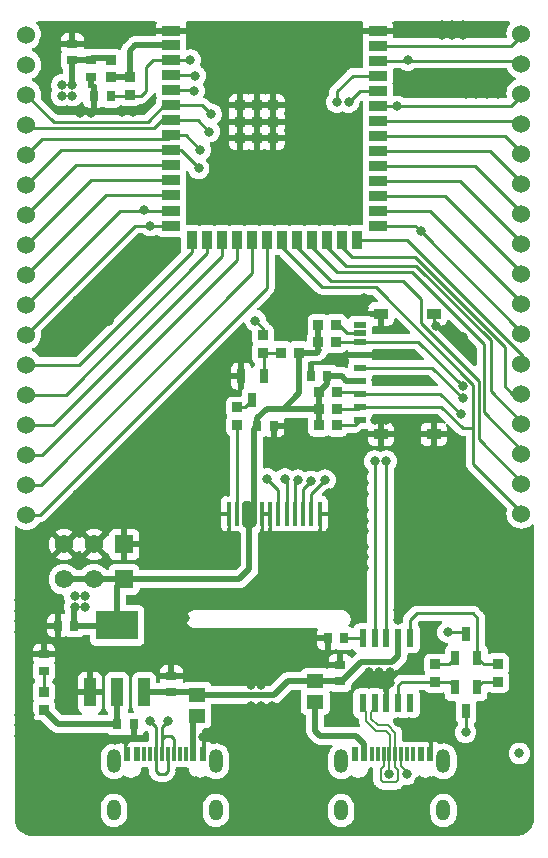
<source format=gbr>
%TF.GenerationSoftware,KiCad,Pcbnew,(6.0.2)*%
%TF.CreationDate,2022-08-25T15:18:49+08:00*%
%TF.ProjectId,ESP32S3_LCD_Card,45535033-3253-4335-9f4c-43445f436172,rev?*%
%TF.SameCoordinates,Original*%
%TF.FileFunction,Copper,L1,Top*%
%TF.FilePolarity,Positive*%
%FSLAX46Y46*%
G04 Gerber Fmt 4.6, Leading zero omitted, Abs format (unit mm)*
G04 Created by KiCad (PCBNEW (6.0.2)) date 2022-08-25 15:18:49*
%MOMM*%
%LPD*%
G01*
G04 APERTURE LIST*
%TA.AperFunction,SMDPad,CuDef*%
%ADD10R,0.806000X0.864000*%
%TD*%
%TA.AperFunction,SMDPad,CuDef*%
%ADD11R,0.900000X0.800000*%
%TD*%
%TA.AperFunction,SMDPad,CuDef*%
%ADD12R,0.864000X0.806000*%
%TD*%
%TA.AperFunction,SMDPad,CuDef*%
%ADD13R,1.470000X1.160000*%
%TD*%
%TA.AperFunction,ComponentPad*%
%ADD14R,1.575000X1.575000*%
%TD*%
%TA.AperFunction,ComponentPad*%
%ADD15C,1.575000*%
%TD*%
%TA.AperFunction,SMDPad,CuDef*%
%ADD16R,0.600000X1.500000*%
%TD*%
%TA.AperFunction,ComponentPad*%
%ADD17O,1.200000X2.000000*%
%TD*%
%TA.AperFunction,ComponentPad*%
%ADD18O,1.200000X1.800000*%
%TD*%
%TA.AperFunction,SMDPad,CuDef*%
%ADD19R,0.600000X1.150000*%
%TD*%
%TA.AperFunction,SMDPad,CuDef*%
%ADD20R,0.300000X1.150000*%
%TD*%
%TA.AperFunction,SMDPad,CuDef*%
%ADD21R,0.980000X2.470000*%
%TD*%
%TA.AperFunction,SMDPad,CuDef*%
%ADD22R,3.600000X2.470000*%
%TD*%
%TA.AperFunction,SMDPad,CuDef*%
%ADD23R,0.864000X0.800000*%
%TD*%
%TA.AperFunction,SMDPad,CuDef*%
%ADD24R,0.800000X0.900000*%
%TD*%
%TA.AperFunction,ComponentPad*%
%ADD25C,1.524000*%
%TD*%
%TA.AperFunction,SMDPad,CuDef*%
%ADD26R,1.500000X0.900000*%
%TD*%
%TA.AperFunction,SMDPad,CuDef*%
%ADD27R,0.900000X1.500000*%
%TD*%
%TA.AperFunction,SMDPad,CuDef*%
%ADD28R,0.900000X0.900000*%
%TD*%
%TA.AperFunction,SMDPad,CuDef*%
%ADD29R,1.000000X0.500000*%
%TD*%
%TA.AperFunction,SMDPad,CuDef*%
%ADD30R,1.200000X0.950000*%
%TD*%
%TA.AperFunction,SMDPad,CuDef*%
%ADD31R,0.700000X1.250000*%
%TD*%
%TA.AperFunction,SMDPad,CuDef*%
%ADD32R,0.350000X2.000000*%
%TD*%
%TA.AperFunction,ViaPad*%
%ADD33C,0.800000*%
%TD*%
%TA.AperFunction,Conductor*%
%ADD34C,0.250000*%
%TD*%
%TA.AperFunction,Conductor*%
%ADD35C,0.500000*%
%TD*%
%TA.AperFunction,Conductor*%
%ADD36C,0.200000*%
%TD*%
G04 APERTURE END LIST*
D10*
%TO.P,R10,1,1*%
%TO.N,Net-(CARD1-Pad8)*%
X145723318Y-100266722D03*
%TO.P,R10,2,2*%
%TO.N,VCC*%
X144217318Y-100266722D03*
%TD*%
D11*
%TO.P,C14,1,1*%
%TO.N,+5V*%
X146045633Y-130389967D03*
%TO.P,C14,2,2*%
%TO.N,GND*%
X146045633Y-128989967D03*
%TD*%
D12*
%TO.P,R5,1,1*%
%TO.N,Net-(Q1-Pad3)*%
X137336822Y-107209991D03*
%TO.P,R5,2,2*%
%TO.N,/LEDK*%
X137336822Y-108715991D03*
%TD*%
D13*
%TO.P,D1,1,K*%
%TO.N,+5V*%
X133922155Y-131524930D03*
%TO.P,D1,2,A*%
%TO.N,Net-(D1-Pad2)*%
X133922155Y-133304930D03*
%TD*%
D14*
%TO.P,GND,1,1*%
%TO.N,GND*%
X127776822Y-118812991D03*
D15*
%TO.P,GND,2,2*%
X125236822Y-118812991D03*
%TO.P,GND,3,3*%
X122696822Y-118812991D03*
%TD*%
D16*
%TO.P,CH340,1,UD+*%
%TO.N,/D+*%
X147986822Y-132262991D03*
%TO.P,CH340,2,UD-*%
%TO.N,/D-*%
X148986822Y-132262991D03*
%TO.P,CH340,3,GND*%
%TO.N,GND*%
X149986822Y-132262991D03*
%TO.P,CH340,4,DTR#*%
%TO.N,/DTR*%
X150986822Y-132262991D03*
%TO.P,CH340,5,CTS#*%
%TO.N,unconnected-(CH1-Pad5)*%
X151986822Y-132262991D03*
%TO.P,CH340,6,RTS#*%
%TO.N,/RTS*%
X151986822Y-126762991D03*
%TO.P,CH340,7,VCC*%
%TO.N,+5V*%
X150986822Y-126762991D03*
%TO.P,CH340,8,TXD*%
%TO.N,/U0RX-*%
X149986822Y-126762991D03*
%TO.P,CH340,9,RXD*%
%TO.N,/U0TX+*%
X148986822Y-126762991D03*
%TO.P,CH340,10,V3*%
%TO.N,Net-(C13-Pad1)*%
X147986822Y-126762991D03*
%TD*%
D17*
%TO.P,USB,1,EH*%
%TO.N,unconnected-(USB1-Pad1)*%
X126916822Y-137172991D03*
X135556822Y-137172991D03*
D18*
X126916822Y-141323991D03*
X135556822Y-141323991D03*
D19*
%TO.P,USB,A1,GND*%
%TO.N,GND*%
X128036822Y-136597991D03*
%TO.P,USB,A2,VBUS*%
%TO.N,Net-(D1-Pad2)*%
X128836822Y-136597991D03*
D20*
%TO.P,USB,A3,SBU2*%
%TO.N,unconnected-(USB1-PadA3)*%
X129486822Y-136597991D03*
%TO.P,USB,A4,CC1*%
%TO.N,unconnected-(USB1-PadA4)*%
X129986822Y-136597991D03*
%TO.P,USB,A5,DN2*%
%TO.N,/GPIO19*%
X130486822Y-136597991D03*
%TO.P,USB,A6,DP1*%
%TO.N,/GPIO20*%
X130986822Y-136597991D03*
%TO.P,USB,A7,DN1*%
%TO.N,/GPIO19*%
X131486822Y-136597991D03*
%TO.P,USB,A8,DP2*%
%TO.N,/GPIO20*%
X131986822Y-136597991D03*
%TO.P,USB,A9,SBU1*%
%TO.N,unconnected-(USB1-PadA9)*%
X132486822Y-136597991D03*
%TO.P,USB,A10,CC2*%
%TO.N,unconnected-(USB1-PadA10)*%
X132986822Y-136597991D03*
D19*
%TO.P,USB,A11,VBUS*%
%TO.N,Net-(D1-Pad2)*%
X133636822Y-136597991D03*
%TO.P,USB,A12,GND*%
%TO.N,GND*%
X134454822Y-136597991D03*
%TD*%
D21*
%TO.P,LDO,1,ADJ/GND*%
%TO.N,GND*%
X124877588Y-131345127D03*
%TO.P,LDO,2,VOUT*%
%TO.N,VCC*%
X127177588Y-131345127D03*
%TO.P,LDO,3,VIN*%
%TO.N,+5V*%
X129477588Y-131345127D03*
D22*
%TO.P,LDO,4,VOUT*%
%TO.N,VCC*%
X127177588Y-125675127D03*
%TD*%
D23*
%TO.P,POW,1,K*%
%TO.N,GND*%
X120986822Y-128112991D03*
%TO.P,POW,2,A*%
%TO.N,Net-(POW1-Pad2)*%
X120986822Y-129512991D03*
%TD*%
D24*
%TO.P,C12,1,1*%
%TO.N,VCC*%
X127194728Y-134017676D03*
%TO.P,C12,2,2*%
%TO.N,GND*%
X128594728Y-134017676D03*
%TD*%
D12*
%TO.P,R13,1,1*%
%TO.N,/RTS*%
X159434515Y-128951463D03*
%TO.P,R13,2,2*%
%TO.N,Net-(Q3-Pad1)*%
X159434515Y-130457463D03*
%TD*%
D11*
%TO.P,C1,1,1*%
%TO.N,GND*%
X124986822Y-79212991D03*
%TO.P,C1,2,2*%
%TO.N,VCC*%
X124986822Y-77812991D03*
%TD*%
D18*
%TO.P,UART,1,EH*%
%TO.N,unconnected-(UART1-Pad1)*%
X146166822Y-141323991D03*
D17*
X146166822Y-137172991D03*
X154806822Y-137172991D03*
D18*
X154806822Y-141323991D03*
D19*
%TO.P,UART,A1,GND*%
%TO.N,GND*%
X147286822Y-136597991D03*
%TO.P,UART,A2,VBUS*%
%TO.N,Net-(D2-Pad2)*%
X148086822Y-136597991D03*
D20*
%TO.P,UART,A3,SBU2*%
%TO.N,unconnected-(UART1-PadA3)*%
X148736822Y-136597991D03*
%TO.P,UART,A4,CC1*%
%TO.N,unconnected-(UART1-PadA4)*%
X149236822Y-136597991D03*
%TO.P,UART,A5,DN2*%
%TO.N,/D-*%
X149736822Y-136597991D03*
%TO.P,UART,A6,DP1*%
%TO.N,/D+*%
X150236822Y-136597991D03*
%TO.P,UART,A7,DN1*%
%TO.N,/D-*%
X150736822Y-136597991D03*
%TO.P,UART,A8,DP2*%
%TO.N,/D+*%
X151236822Y-136597991D03*
%TO.P,UART,A9,SBU1*%
%TO.N,unconnected-(UART1-PadA9)*%
X151736822Y-136597991D03*
%TO.P,UART,A10,CC2*%
%TO.N,unconnected-(UART1-PadA10)*%
X152236822Y-136597991D03*
D19*
%TO.P,UART,A11,VBUS*%
%TO.N,Net-(D2-Pad2)*%
X152886822Y-136597991D03*
%TO.P,UART,A12,GND*%
%TO.N,GND*%
X153704822Y-136597991D03*
%TD*%
D12*
%TO.P,R2,1,1*%
%TO.N,/GPIO16*%
X139536822Y-101109991D03*
%TO.P,R2,2,2*%
%TO.N,Net-(Q1-Pad1)*%
X139536822Y-102615991D03*
%TD*%
D24*
%TO.P,C4,1,1*%
%TO.N,VCC*%
X139036822Y-108762991D03*
%TO.P,C4,2,2*%
%TO.N,GND*%
X140436822Y-108762991D03*
%TD*%
D25*
%TO.P,H1,1,1*%
%TO.N,/GPIO12*%
X119486822Y-116296991D03*
%TO.P,H1,2,2*%
%TO.N,/GPIO11*%
X119486822Y-113756991D03*
%TO.P,H1,3,3*%
%TO.N,/GPIO10*%
X119486822Y-111216991D03*
%TO.P,H1,4,4*%
%TO.N,/GPIO9*%
X119486822Y-108676991D03*
%TO.P,H1,5,5*%
%TO.N,/GPIO46*%
X119486822Y-106136991D03*
%TO.P,H1,6,6*%
%TO.N,/GPIO3*%
X119486822Y-103596991D03*
%TO.P,H1,7,7*%
%TO.N,/GPIO20*%
X119486822Y-101056991D03*
%TO.P,H1,8,8*%
%TO.N,/GPIO19*%
X119486822Y-98516991D03*
%TO.P,H1,9,9*%
%TO.N,/GPIO8*%
X119486822Y-95976991D03*
%TO.P,H1,10,10*%
%TO.N,/GPIO18*%
X119486822Y-93436991D03*
%TO.P,H1,11,11*%
%TO.N,/GPIO17*%
X119486822Y-90896991D03*
%TO.P,H1,12,12*%
%TO.N,/GPIO16*%
X119486822Y-88356991D03*
%TO.P,H1,13,13*%
%TO.N,/GPIO15*%
X119486822Y-85816991D03*
%TO.P,H1,14,14*%
%TO.N,/GPIO7*%
X119486822Y-83276991D03*
%TO.P,H1,15,15*%
%TO.N,/GPIO6*%
X119486822Y-80736991D03*
%TO.P,H1,16,16*%
%TO.N,/GPIO5*%
X119486822Y-78196991D03*
%TO.P,H1,17,17*%
%TO.N,/GPIO4*%
X119486822Y-75656991D03*
%TD*%
D14*
%TO.P,3V3,1,1*%
%TO.N,VCC*%
X127758593Y-121762991D03*
D15*
%TO.P,3V3,2,2*%
X125218593Y-121762991D03*
%TO.P,3V3,3,3*%
X122678593Y-121762991D03*
%TD*%
D11*
%TO.P,C9,1,1*%
%TO.N,+5V*%
X131772225Y-131333560D03*
%TO.P,C9,2,2*%
%TO.N,GND*%
X131772225Y-129933560D03*
%TD*%
D26*
%TO.P,MCU,1,GND*%
%TO.N,GND*%
X131758411Y-75305032D03*
%TO.P,MCU,2,3V3*%
%TO.N,VCC*%
X131758411Y-76551032D03*
%TO.P,MCU,3,EN*%
%TO.N,/CHIP_PU*%
X131758411Y-77821032D03*
%TO.P,MCU,4,IO4*%
%TO.N,/GPIO4*%
X131758411Y-79091032D03*
%TO.P,MCU,5,IO5*%
%TO.N,/GPIO5*%
X131758411Y-80361032D03*
%TO.P,MCU,6,IO6*%
%TO.N,/GPIO6*%
X131758411Y-81631032D03*
%TO.P,MCU,7,IO7*%
%TO.N,/GPIO7*%
X131758411Y-82901032D03*
%TO.P,MCU,8,IO15*%
%TO.N,/GPIO15*%
X131758411Y-84171032D03*
%TO.P,MCU,9,IO16*%
%TO.N,/GPIO16*%
X131758411Y-85441032D03*
%TO.P,MCU,10,IO17*%
%TO.N,/GPIO17*%
X131758411Y-86711032D03*
%TO.P,MCU,11,IO18*%
%TO.N,/GPIO18*%
X131758411Y-87981032D03*
%TO.P,MCU,12,IO8*%
%TO.N,/GPIO8*%
X131758411Y-89251032D03*
%TO.P,MCU,13,IO19*%
%TO.N,/GPIO19*%
X131758411Y-90545032D03*
%TO.P,MCU,14,IO20*%
%TO.N,/GPIO20*%
X131758411Y-91815032D03*
D27*
%TO.P,MCU,15,IO3*%
%TO.N,/GPIO3*%
X133523411Y-93065032D03*
%TO.P,MCU,16,IO46*%
%TO.N,/GPIO46*%
X134793411Y-93065032D03*
%TO.P,MCU,17,IO9*%
%TO.N,/GPIO9*%
X136063411Y-93065032D03*
%TO.P,MCU,18,IO10*%
%TO.N,/GPIO10*%
X137333411Y-93065032D03*
%TO.P,MCU,19,IO11*%
%TO.N,/GPIO11*%
X138603411Y-93065032D03*
%TO.P,MCU,20,IO12*%
%TO.N,/GPIO12*%
X139873411Y-93065032D03*
%TO.P,MCU,21,IO13*%
%TO.N,/GPIO13*%
X141143411Y-93065032D03*
%TO.P,MCU,22,IO14*%
%TO.N,/GPIO14*%
X142413411Y-93065032D03*
%TO.P,MCU,23,IO21*%
%TO.N,/GPIO21*%
X143683411Y-93065032D03*
%TO.P,MCU,24,IO47*%
%TO.N,/GPIO47*%
X144953411Y-93065032D03*
%TO.P,MCU,25,IO48*%
%TO.N,/GPIO48*%
X146223411Y-93065032D03*
%TO.P,MCU,26,IO45*%
%TO.N,/GPIO45*%
X147493411Y-93065032D03*
D26*
%TO.P,MCU,27,IO0*%
%TO.N,/GPIO0*%
X149258411Y-91815032D03*
%TO.P,MCU,28,IO35*%
%TO.N,/GPIO35*%
X149258411Y-90545032D03*
%TO.P,MCU,29,IO36*%
%TO.N,/GPIO36*%
X149258411Y-89275032D03*
%TO.P,MCU,30,IO37*%
%TO.N,/GPIO37*%
X149258411Y-88005032D03*
%TO.P,MCU,31,IO38*%
%TO.N,/GPIO38*%
X149258411Y-86735032D03*
%TO.P,MCU,32,IO39*%
%TO.N,/GPIO39*%
X149258411Y-85465032D03*
%TO.P,MCU,33,IO40*%
%TO.N,/GPIO40*%
X149258411Y-84195032D03*
%TO.P,MCU,34,IO41*%
%TO.N,/GPIO41*%
X149258411Y-82925032D03*
%TO.P,MCU,35,IO42*%
%TO.N,/GPIO42*%
X149258411Y-81655032D03*
%TO.P,MCU,36,RXD0*%
%TO.N,/U0RX-*%
X149258411Y-80385032D03*
%TO.P,MCU,37,TXD0*%
%TO.N,/U0TX+*%
X149258411Y-79115032D03*
%TO.P,MCU,38,IO2*%
%TO.N,/GPIO2*%
X149258411Y-77845032D03*
%TO.P,MCU,39,IO1*%
%TO.N,/GPIO1*%
X149258411Y-76575032D03*
%TO.P,MCU,40,GND*%
%TO.N,GND*%
X149258411Y-75305032D03*
D28*
%TO.P,MCU,41,GND*%
X140401411Y-81634032D03*
X140408411Y-83028032D03*
X140401411Y-84428032D03*
X137601411Y-84428032D03*
X139008411Y-83025032D03*
X139001411Y-81631032D03*
X137601411Y-81634032D03*
X137608411Y-83028032D03*
X139001411Y-84425032D03*
%TD*%
D29*
%TO.P,CARD,1,DAT2*%
%TO.N,Net-(CARD1-Pad1)*%
X147776000Y-108244000D03*
%TO.P,CARD,2,CD/DAT3*%
%TO.N,/GPIO13*%
X147776000Y-107144000D03*
%TO.P,CARD,3,CMD*%
%TO.N,/GPIO14*%
X147776000Y-106044000D03*
%TO.P,CARD,4,VDD*%
%TO.N,VCC*%
X147776000Y-104944000D03*
%TO.P,CARD,5,CLK*%
%TO.N,/GPIO21*%
X147776000Y-103844000D03*
%TO.P,CARD,6,VSS*%
%TO.N,GND*%
X147776000Y-102744000D03*
%TO.P,CARD,7,DAT0*%
%TO.N,/GPIO47*%
X147776000Y-101644000D03*
%TO.P,CARD,8,DAT1*%
%TO.N,Net-(CARD1-Pad8)*%
X147776000Y-100894000D03*
%TO.P,CARD,9,SWITCH*%
%TO.N,unconnected-(CARD1-Pad9)*%
X147776000Y-100194000D03*
D30*
%TO.P,CARD,10,SHELL*%
%TO.N,GND*%
X153976000Y-99294000D03*
X153976000Y-109494000D03*
X149526000Y-99294000D03*
X149526000Y-109494000D03*
%TD*%
D10*
%TO.P,R6,1,1*%
%TO.N,Net-(CARD1-Pad1)*%
X145785493Y-108735514D03*
%TO.P,R6,2,2*%
%TO.N,VCC*%
X144279493Y-108735514D03*
%TD*%
D24*
%TO.P,C6,1,1*%
%TO.N,GND*%
X143572000Y-104545657D03*
%TO.P,C6,2,2*%
%TO.N,VCC*%
X144972000Y-104545657D03*
%TD*%
D12*
%TO.P,R12,1,1*%
%TO.N,/DTR*%
X154117167Y-130472031D03*
%TO.P,R12,2,2*%
%TO.N,Net-(Q2-Pad1)*%
X154117167Y-128966031D03*
%TD*%
D10*
%TO.P,R7,1,1*%
%TO.N,/GPIO13*%
X145782076Y-107310439D03*
%TO.P,R7,2,2*%
%TO.N,VCC*%
X144276076Y-107310439D03*
%TD*%
D31*
%TO.P,Q2,1,B*%
%TO.N,Net-(Q2-Pad1)*%
X155789421Y-128431844D03*
%TO.P,Q2,2,E*%
%TO.N,/RTS*%
X157689421Y-128431844D03*
%TO.P,Q2,3,C*%
%TO.N,/CHIP_PU*%
X156739421Y-126431844D03*
%TD*%
D24*
%TO.P,C13,1,1*%
%TO.N,Net-(C13-Pad1)*%
X146414319Y-126765111D03*
%TO.P,C13,2,2*%
%TO.N,GND*%
X145014319Y-126765111D03*
%TD*%
D12*
%TO.P,R11,1,1*%
%TO.N,Net-(POW1-Pad2)*%
X120977452Y-131291546D03*
%TO.P,R11,2,2*%
%TO.N,VCC*%
X120977452Y-132797546D03*
%TD*%
D25*
%TO.P,H2,1,1*%
%TO.N,/GPIO13*%
X161417000Y-116197358D03*
%TO.P,H2,2,2*%
%TO.N,/GPIO14*%
X161417000Y-113657358D03*
%TO.P,H2,3,3*%
%TO.N,/GPIO21*%
X161417000Y-111117358D03*
%TO.P,H2,4,4*%
%TO.N,/GPIO47*%
X161417000Y-108577358D03*
%TO.P,H2,5,5*%
%TO.N,/GPIO48*%
X161417000Y-106037358D03*
%TO.P,H2,6,6*%
%TO.N,/GPIO45*%
X161417000Y-103497358D03*
%TO.P,H2,7,7*%
%TO.N,/GPIO0*%
X161417000Y-100957358D03*
%TO.P,H2,8,8*%
%TO.N,/GPIO35*%
X161417000Y-98417358D03*
%TO.P,H2,9,9*%
%TO.N,/GPIO36*%
X161417000Y-95877358D03*
%TO.P,H2,10,10*%
%TO.N,/GPIO37*%
X161417000Y-93337358D03*
%TO.P,H2,11,11*%
%TO.N,/GPIO38*%
X161417000Y-90797358D03*
%TO.P,H2,12,12*%
%TO.N,/GPIO39*%
X161417000Y-88257358D03*
%TO.P,H2,13,13*%
%TO.N,/GPIO40*%
X161417000Y-85717358D03*
%TO.P,H2,14,14*%
%TO.N,/GPIO41*%
X161417000Y-83177358D03*
%TO.P,H2,15,15*%
%TO.N,/GPIO42*%
X161417000Y-80637358D03*
%TO.P,H2,16,16*%
%TO.N,/GPIO2*%
X161417000Y-78097358D03*
%TO.P,H2,17,17*%
%TO.N,/GPIO1*%
X161417000Y-75557358D03*
%TD*%
D24*
%TO.P,C8,1,1*%
%TO.N,VCC*%
X123570309Y-125687392D03*
%TO.P,C8,2,2*%
%TO.N,GND*%
X122170309Y-125687392D03*
%TD*%
%TO.P,C2,1,1*%
%TO.N,GND*%
X125222000Y-80865115D03*
%TO.P,C2,2,2*%
%TO.N,/CHIP_PU*%
X126622000Y-80865115D03*
%TD*%
D10*
%TO.P,R8,1,1*%
%TO.N,/GPIO14*%
X145787000Y-105918000D03*
%TO.P,R8,2,2*%
%TO.N,VCC*%
X144281000Y-105918000D03*
%TD*%
%TO.P,R9,1,1*%
%TO.N,/GPIO47*%
X145698297Y-101667878D03*
%TO.P,R9,2,2*%
%TO.N,VCC*%
X144192297Y-101667878D03*
%TD*%
D12*
%TO.P,R1,1,1*%
%TO.N,/CHIP_PU*%
X128236822Y-80765991D03*
%TO.P,R1,2,2*%
%TO.N,VCC*%
X128236822Y-79259991D03*
%TD*%
D31*
%TO.P,Q3,1,B*%
%TO.N,Net-(Q3-Pad1)*%
X157678349Y-130914139D03*
%TO.P,Q3,2,E*%
%TO.N,/DTR*%
X155778349Y-130914139D03*
%TO.P,Q3,3,C*%
%TO.N,/GPIO0*%
X156728349Y-132914139D03*
%TD*%
D13*
%TO.P,D2,1,K*%
%TO.N,+5V*%
X143957130Y-130376583D03*
%TO.P,D2,2,A*%
%TO.N,Net-(D2-Pad2)*%
X143957130Y-132156583D03*
%TD*%
D12*
%TO.P,R4,1,1*%
%TO.N,VCC*%
X126637889Y-79277331D03*
%TO.P,R4,2,2*%
X126637889Y-77771331D03*
%TD*%
D11*
%TO.P,C3,1,1*%
%TO.N,GND*%
X123386822Y-76412991D03*
%TO.P,C3,2,2*%
%TO.N,VCC*%
X123386822Y-77812991D03*
%TD*%
D31*
%TO.P,Q1,1,B*%
%TO.N,Net-(Q1-Pad1)*%
X139586822Y-104562991D03*
%TO.P,Q1,2,E*%
%TO.N,GND*%
X137686822Y-104562991D03*
%TO.P,Q1,3,C*%
%TO.N,Net-(Q1-Pad3)*%
X138636822Y-106562991D03*
%TD*%
D10*
%TO.P,R3,1,1*%
%TO.N,VCC*%
X142589822Y-102562991D03*
%TO.P,R3,2,2*%
%TO.N,Net-(Q1-Pad1)*%
X141083822Y-102562991D03*
%TD*%
D32*
%TO.P,GC9A1,1,GND*%
%TO.N,GND*%
X136636822Y-116206447D03*
%TO.P,GC9A1,2,LEDK*%
%TO.N,/LEDK*%
X137336822Y-116206447D03*
%TO.P,GC9A1,3,LEDA*%
%TO.N,VCC*%
X138036822Y-116206447D03*
%TO.P,GC9A1,4,VDD*%
X138736822Y-116206447D03*
%TO.P,GC9A1,5,GND*%
%TO.N,GND*%
X139436822Y-116206447D03*
%TO.P,GC9A1,6,GND*%
X140136822Y-116206447D03*
%TO.P,GC9A1,7,D/C*%
%TO.N,/GPIO15*%
X140836822Y-116206447D03*
%TO.P,GC9A1,8,CS*%
%TO.N,/GPIO7*%
X141536822Y-116206447D03*
%TO.P,GC9A1,9,SCL*%
%TO.N,/GPIO6*%
X142236822Y-116206447D03*
%TO.P,GC9A1,10,SDA*%
%TO.N,/GPIO5*%
X142936822Y-116206447D03*
%TO.P,GC9A1,11,RESET*%
%TO.N,/GPIO4*%
X143636822Y-116206447D03*
%TO.P,GC9A1,12,GND*%
%TO.N,GND*%
X144336822Y-116206447D03*
%TD*%
D33*
%TO.N,VCC*%
X123386822Y-80812991D03*
X122486822Y-80812991D03*
X124486822Y-124112991D03*
X124486822Y-123212991D03*
X123586822Y-124112991D03*
X123386822Y-79912991D03*
X123586822Y-123212991D03*
X122486822Y-79912991D03*
%TO.N,/CHIP_PU*%
X133386822Y-77812991D03*
X161237353Y-136512991D03*
X155194000Y-126238000D03*
%TO.N,/GPIO4*%
X133786822Y-79112991D03*
X144786822Y-113362991D03*
%TO.N,/GPIO5*%
X143586822Y-113462991D03*
X133686822Y-80412991D03*
%TO.N,/GPIO6*%
X135136067Y-82375240D03*
X142486822Y-113362991D03*
%TO.N,/GPIO7*%
X141386822Y-113262991D03*
X134986822Y-83862991D03*
%TO.N,/GPIO15*%
X134236822Y-85412991D03*
X139886822Y-113262991D03*
%TO.N,/GPIO16*%
X134086822Y-86962991D03*
X138886822Y-99862991D03*
%TO.N,/GPIO19*%
X129986822Y-133762991D03*
X129486822Y-90528173D03*
%TO.N,/GPIO20*%
X129986822Y-91812991D03*
X131486822Y-133762991D03*
%TO.N,/GPIO14*%
X156260800Y-107746815D03*
%TO.N,/GPIO21*%
X156464000Y-106426000D03*
%TO.N,/GPIO47*%
X156459701Y-105414299D03*
%TO.N,/GPIO0*%
X152907736Y-92292077D03*
X156686822Y-134712991D03*
%TO.N,/GPIO42*%
X150886822Y-81712991D03*
%TO.N,/GPIO2*%
X151786822Y-77812991D03*
%TO.N,GND*%
X121020000Y-76073000D03*
X143986822Y-82412991D03*
X124686822Y-114512991D03*
X127000000Y-75946000D03*
X139413000Y-136895000D03*
X138486822Y-132512991D03*
X141732000Y-127878000D03*
X123786822Y-99012991D03*
X138513000Y-136895000D03*
X139986822Y-79512991D03*
X128086822Y-128912991D03*
X126486822Y-115412991D03*
X156580000Y-120164000D03*
X158496000Y-80656000D03*
X143013000Y-136895000D03*
X125200000Y-75946000D03*
X154178000Y-100330000D03*
X140586822Y-119412991D03*
X157480000Y-117464000D03*
X157480000Y-115664000D03*
X150002072Y-104923489D03*
X141213000Y-140440000D03*
X118886822Y-134112991D03*
X151003000Y-124333000D03*
X139086822Y-78612991D03*
X146050000Y-114427000D03*
X123786822Y-99912991D03*
X126286822Y-128912991D03*
X134482000Y-135128000D03*
X159280000Y-119264000D03*
X157480000Y-116564000D03*
X126286822Y-128012991D03*
X136271000Y-114173000D03*
X145796000Y-112014000D03*
X126486822Y-114512991D03*
X148336000Y-140335000D03*
X121920000Y-76073000D03*
X134786822Y-108712991D03*
X139986822Y-77712991D03*
X139413000Y-138695000D03*
X127635000Y-82206500D03*
X159396000Y-78856000D03*
X143286822Y-120312991D03*
X126989000Y-135382000D03*
X119786822Y-135012991D03*
X132886822Y-125912991D03*
X124576000Y-142748000D03*
X143013000Y-140440000D03*
X139386822Y-130712991D03*
X124968000Y-82296000D03*
X156696000Y-80656000D03*
X159280000Y-118364000D03*
X139986822Y-78612991D03*
X120686822Y-125312991D03*
X159247000Y-132715000D03*
X125476000Y-142748000D03*
X157480000Y-119264000D03*
X142113000Y-142240000D03*
X148086822Y-115912991D03*
X126486822Y-116312991D03*
X126486822Y-99012991D03*
X119786822Y-123512991D03*
X120686822Y-126212991D03*
X148086822Y-119912991D03*
X140586822Y-118512991D03*
X140886822Y-79512991D03*
X131986822Y-125912991D03*
X149945776Y-108273129D03*
X143986822Y-84212991D03*
X155067000Y-133604000D03*
X146039000Y-75819000D03*
X150286822Y-129612991D03*
X119786822Y-134112991D03*
X129986822Y-113812991D03*
X118886822Y-126212991D03*
X135371000Y-114173000D03*
X147186822Y-120812991D03*
X134786822Y-90012991D03*
X142386822Y-119412991D03*
X143286822Y-118512991D03*
X119786822Y-133212991D03*
X154664000Y-74792000D03*
X129667000Y-140716000D03*
X136398000Y-104002000D03*
X120686822Y-124412991D03*
X128524000Y-82206500D03*
X145786822Y-77712991D03*
X158286822Y-135312991D03*
X156580000Y-116564000D03*
X135371000Y-119126000D03*
X148086822Y-116812991D03*
X152770000Y-138811000D03*
X145796000Y-111114000D03*
X162052000Y-123168000D03*
X136271000Y-119126000D03*
X149102072Y-104923489D03*
X145796000Y-110214000D03*
X139413000Y-137795000D03*
X139413000Y-142240000D03*
X152643000Y-140335000D03*
X148486822Y-130512991D03*
X127186822Y-128012991D03*
X118886822Y-123512991D03*
X161290000Y-141478000D03*
X148086822Y-114512991D03*
X132086822Y-106912991D03*
X139386822Y-133412991D03*
X135586822Y-76212991D03*
X148082000Y-98806000D03*
X141786822Y-78612991D03*
X119786822Y-125312991D03*
X151003000Y-125233000D03*
X130175000Y-94499000D03*
X143986822Y-77712991D03*
X144886822Y-82412991D03*
X148086822Y-119012991D03*
X126486822Y-99912991D03*
X125586822Y-115412991D03*
X125586822Y-99912991D03*
X125586822Y-98112991D03*
X151754000Y-135001000D03*
X139386822Y-128912991D03*
X157596000Y-78856000D03*
X148082000Y-97906000D03*
X133886822Y-108712991D03*
X141732000Y-128778000D03*
X144886822Y-78612991D03*
X153924000Y-110744000D03*
X121285000Y-79651000D03*
X141786822Y-77712991D03*
X130886822Y-113812991D03*
X156580000Y-117464000D03*
X140313000Y-140440000D03*
X134786822Y-89112991D03*
X132886822Y-125012991D03*
X140286822Y-132512991D03*
X153924000Y-111644000D03*
X157596000Y-79756000D03*
X150286822Y-130512991D03*
X158380000Y-118364000D03*
X140462000Y-110998000D03*
X142386822Y-118512991D03*
X124686822Y-99912991D03*
X158380000Y-116564000D03*
X139386822Y-132512991D03*
X153543000Y-140335000D03*
X119786822Y-124412991D03*
X148086822Y-112712991D03*
X118886822Y-135012991D03*
X156580000Y-115664000D03*
X158380000Y-120164000D03*
X134786822Y-106912991D03*
X156464000Y-75692000D03*
X147186822Y-119912991D03*
X130175000Y-95399000D03*
X133858000Y-138811000D03*
X143986822Y-78612991D03*
X144886822Y-84212991D03*
X123063000Y-131826000D03*
X121285000Y-78751000D03*
X153670000Y-138811000D03*
X156580000Y-118364000D03*
X142386822Y-120312991D03*
X135382000Y-135128000D03*
X125586822Y-114512991D03*
X143986822Y-83312991D03*
X128767000Y-140716000D03*
X147186822Y-113612991D03*
X140462000Y-97906000D03*
X156464000Y-102108000D03*
X139086822Y-79512991D03*
X139413000Y-140440000D03*
X127186822Y-128912991D03*
X134786822Y-90912991D03*
X134686822Y-76212991D03*
X132886822Y-126812991D03*
X148086822Y-113612991D03*
X148486822Y-129612991D03*
X132958000Y-138811000D03*
X140886822Y-78612991D03*
X136398000Y-104902000D03*
X138486822Y-133412991D03*
X141486822Y-119412991D03*
X139086822Y-77712991D03*
X124686822Y-115412991D03*
X158286822Y-136212991D03*
X149945776Y-102756075D03*
X156464000Y-101208000D03*
X141486822Y-120312991D03*
X156580000Y-119264000D03*
X130175000Y-93599000D03*
X162052000Y-124968000D03*
X159396000Y-79756000D03*
X159280000Y-120164000D03*
X154167000Y-133604000D03*
X138513000Y-140440000D03*
X147186822Y-119012991D03*
X138486822Y-128912991D03*
X159396000Y-80656000D03*
X133886822Y-90012991D03*
X149045776Y-108273129D03*
X132986822Y-106912991D03*
X154664000Y-75692000D03*
X158380000Y-115664000D03*
X158286822Y-134412991D03*
X157480000Y-118364000D03*
X125586822Y-99012991D03*
X132086822Y-108712991D03*
X155564000Y-75692000D03*
X156696000Y-78856000D03*
X142113000Y-138695000D03*
X148086822Y-120812991D03*
X123786822Y-115412991D03*
X131986822Y-125012991D03*
X142113000Y-140440000D03*
X132986822Y-107812991D03*
X145786822Y-78612991D03*
X141213000Y-136895000D03*
X158380000Y-119264000D03*
X146039000Y-133858000D03*
X127878000Y-138811000D03*
X158380000Y-117464000D03*
X140462000Y-110098000D03*
X123063000Y-130926000D03*
X144886822Y-83312991D03*
X143286822Y-119412991D03*
X121285000Y-77851000D03*
X149045776Y-102756075D03*
X134686822Y-75312991D03*
X160147000Y-132715000D03*
X133096000Y-140716000D03*
X155564000Y-74792000D03*
X125586822Y-116312991D03*
X129986822Y-114712991D03*
X161290000Y-142378000D03*
X130886822Y-115612991D03*
X138486822Y-129812991D03*
X159186822Y-135312991D03*
X162052000Y-124068000D03*
X128778000Y-138811000D03*
X123786822Y-114512991D03*
X142113000Y-136895000D03*
X132086822Y-107812991D03*
X147186822Y-115912991D03*
X161152000Y-123168000D03*
X130886822Y-114712991D03*
X142113000Y-137795000D03*
X146939000Y-133858000D03*
X158380000Y-114764000D03*
X157596000Y-80656000D03*
X157480000Y-120164000D03*
X133886822Y-89112991D03*
X120686822Y-123512991D03*
X124686822Y-98112991D03*
X118886822Y-125312991D03*
X123786822Y-98112991D03*
X161152000Y-124068000D03*
X119786822Y-126212991D03*
X141486822Y-118512991D03*
X135586822Y-75312991D03*
X147186822Y-112712991D03*
X124686822Y-116312991D03*
X147186822Y-116812991D03*
X123786822Y-116312991D03*
X118886822Y-124412991D03*
X126100000Y-75946000D03*
X157480000Y-114764000D03*
X136486822Y-75312991D03*
X140313000Y-136895000D03*
X161152000Y-124968000D03*
X156696000Y-79756000D03*
X152654000Y-135001000D03*
X134786822Y-107812991D03*
X132986822Y-108712991D03*
X127889000Y-135382000D03*
X149386822Y-129612991D03*
X140462000Y-98806000D03*
X139386822Y-129812991D03*
X146939000Y-75819000D03*
X138486822Y-130712991D03*
X141786822Y-79512991D03*
X124686822Y-99012991D03*
X139413000Y-141340000D03*
X118886822Y-133212991D03*
X142113000Y-141340000D03*
X132196000Y-140716000D03*
X159186822Y-136212991D03*
X126486822Y-98112991D03*
X158496000Y-78856000D03*
X128086822Y-128012991D03*
X144886822Y-77712991D03*
X147186822Y-117712991D03*
X158496000Y-79756000D03*
X151892000Y-133858000D03*
X150992000Y-133858000D03*
X124068000Y-82296000D03*
X133886822Y-90912991D03*
X156580000Y-114764000D03*
X145150000Y-114427000D03*
X149386822Y-130512991D03*
X131986822Y-126812991D03*
X133886822Y-107812991D03*
X136486822Y-76212991D03*
X140586822Y-120312991D03*
X133886822Y-106912991D03*
X147436000Y-140335000D03*
X159186822Y-134412991D03*
X129986822Y-115612991D03*
X140286822Y-133412991D03*
X147186822Y-114512991D03*
X140886822Y-77712991D03*
X156464000Y-74792000D03*
X148086822Y-117712991D03*
%TO.N,/D+*%
X150236822Y-138262991D03*
X151736822Y-138262991D03*
%TO.N,/U0RX-*%
X146786822Y-81362991D03*
X149986822Y-111762991D03*
%TO.N,/U0TX+*%
X148986822Y-111762991D03*
X145786822Y-81362991D03*
%TD*%
D34*
%TO.N,Net-(C13-Pad1)*%
X146414319Y-126765111D02*
X147984702Y-126765111D01*
X147984702Y-126765111D02*
X147986822Y-126762991D01*
%TO.N,/DTR*%
X150986822Y-132262991D02*
X150986822Y-130743780D01*
X150986822Y-130743780D02*
X151263913Y-130466689D01*
X151269255Y-130472031D02*
X154117167Y-130472031D01*
X151263913Y-130466689D02*
X151269255Y-130472031D01*
X155336241Y-130472031D02*
X155778349Y-130914139D01*
X154117167Y-130472031D02*
X155336241Y-130472031D01*
%TO.N,/RTS*%
X157689421Y-125024886D02*
X157689421Y-128431844D01*
X157304210Y-124639675D02*
X157689421Y-125024886D01*
X151986822Y-126762991D02*
X151986822Y-125207063D01*
X157689421Y-128431844D02*
X158209040Y-128951463D01*
X158209040Y-128951463D02*
X159434515Y-128951463D01*
X152554210Y-124639675D02*
X157304210Y-124639675D01*
X151986822Y-125207063D02*
X152554210Y-124639675D01*
%TO.N,/LEDK*%
X137336822Y-108715991D02*
X137336822Y-116206447D01*
%TO.N,Net-(Q1-Pad1)*%
X141030822Y-102615991D02*
X141083822Y-102562991D01*
X139536822Y-102615991D02*
X141030822Y-102615991D01*
X139586822Y-102665991D02*
X139536822Y-102615991D01*
X139586822Y-104562991D02*
X139586822Y-102665991D01*
%TO.N,Net-(Q1-Pad3)*%
X138636822Y-106562991D02*
X137989822Y-107209991D01*
X137989822Y-107209991D02*
X137336822Y-107209991D01*
%TO.N,Net-(Q2-Pad1)*%
X154117167Y-128966031D02*
X155255234Y-128966031D01*
X155255234Y-128966031D02*
X155789421Y-128431844D01*
%TO.N,Net-(Q3-Pad1)*%
X158135025Y-130457463D02*
X159434515Y-130457463D01*
X157678349Y-130914139D02*
X158135025Y-130457463D01*
D35*
%TO.N,VCC*%
X127177588Y-131345127D02*
X127177588Y-134000536D01*
X138386822Y-117097979D02*
X138320258Y-117164543D01*
X138036822Y-115412991D02*
X138086822Y-115362991D01*
X128698781Y-76551032D02*
X131758411Y-76551032D01*
X125019877Y-77643824D02*
X125036921Y-77660868D01*
X137536822Y-121762991D02*
X127758593Y-121762991D01*
X127177588Y-125675127D02*
X127177588Y-122343996D01*
X138386822Y-116412991D02*
X138386822Y-120912991D01*
X139036822Y-108112991D02*
X139839490Y-107310323D01*
X123570309Y-125687392D02*
X127165323Y-125687392D01*
X142234154Y-107310323D02*
X142234270Y-107310439D01*
X144972000Y-104545657D02*
X146201657Y-104545657D01*
X144279493Y-108735514D02*
X144279493Y-105919507D01*
X144972000Y-105227000D02*
X144972000Y-104545657D01*
X127165323Y-125687392D02*
X127177588Y-125675127D01*
X127177588Y-122343996D02*
X127758593Y-121762991D01*
X123570309Y-124129504D02*
X123586822Y-124112991D01*
X125036921Y-77660868D02*
X126527426Y-77660868D01*
X138736822Y-109062991D02*
X138736822Y-116206447D01*
X144279493Y-105919507D02*
X144281000Y-105918000D01*
X142234270Y-107310439D02*
X144276076Y-107310439D01*
X138036822Y-116206447D02*
X138036822Y-115412991D01*
X138036822Y-117112991D02*
X138086822Y-117162991D01*
X138036822Y-116206447D02*
X138036822Y-117112991D01*
X139036822Y-108762991D02*
X138736822Y-109062991D01*
X144281000Y-105918000D02*
X144972000Y-105227000D01*
X144272000Y-102362000D02*
X144217318Y-102307318D01*
X144071009Y-102562991D02*
X144272000Y-102362000D01*
X146600000Y-104944000D02*
X147776000Y-104944000D01*
X128219482Y-79277331D02*
X128236822Y-79259991D01*
X123386822Y-77812991D02*
X124986822Y-77812991D01*
X120977452Y-132797546D02*
X122197582Y-134017676D01*
X142589822Y-102562991D02*
X144071009Y-102562991D01*
X128236822Y-79259991D02*
X128236822Y-77012991D01*
X142589822Y-106024369D02*
X142589822Y-102562991D01*
X128236822Y-77012991D02*
X128698781Y-76551032D01*
X141292748Y-107321443D02*
X142589822Y-106024369D01*
X126527426Y-77660868D02*
X126637889Y-77771331D01*
X139839490Y-107310323D02*
X142234154Y-107310323D01*
X127758593Y-121762991D02*
X122678593Y-121762991D01*
X127177588Y-134000536D02*
X127194728Y-134017676D01*
X138386822Y-115362991D02*
X138386822Y-116412991D01*
X126637889Y-79277331D02*
X128219482Y-79277331D01*
X139036822Y-108762991D02*
X139036822Y-108112991D01*
X123386822Y-77812991D02*
X123386822Y-79912991D01*
X138736822Y-116997918D02*
X138745153Y-117006249D01*
X138736822Y-116206447D02*
X138736822Y-116997918D01*
X138086822Y-115362991D02*
X138386822Y-115362991D01*
X123570309Y-125687392D02*
X123570309Y-124129504D01*
X146201657Y-104545657D02*
X146600000Y-104944000D01*
X144217318Y-102307318D02*
X144217318Y-100266722D01*
X138386822Y-120912991D02*
X137536822Y-121762991D01*
X122197582Y-134017676D02*
X127194728Y-134017676D01*
X138745153Y-117006249D02*
X138586859Y-117164543D01*
X138386822Y-116412991D02*
X138386822Y-117097979D01*
X138586859Y-117164543D02*
X138320258Y-117164543D01*
D34*
%TO.N,/CHIP_PU*%
X133378781Y-77821032D02*
X131758411Y-77821032D01*
X156545577Y-126238000D02*
X156739421Y-126431844D01*
X131758411Y-77821032D02*
X130204968Y-77821032D01*
X129667000Y-78359000D02*
X129667000Y-80391000D01*
X155194000Y-126238000D02*
X156545577Y-126238000D01*
X129192885Y-80865115D02*
X126622000Y-80865115D01*
X133386822Y-77812991D02*
X133378781Y-77821032D01*
X130204968Y-77821032D02*
X129667000Y-78359000D01*
X129667000Y-80391000D02*
X129192885Y-80865115D01*
%TO.N,/GPIO4*%
X133764863Y-79091032D02*
X133786822Y-79112991D01*
X143636822Y-114512991D02*
X144786822Y-113362991D01*
X143636822Y-116206447D02*
X143636822Y-114512991D01*
X131758411Y-79091032D02*
X133764863Y-79091032D01*
%TO.N,/GPIO5*%
X142936822Y-116206447D02*
X142936822Y-114112991D01*
X142936822Y-114112991D02*
X143586822Y-113462991D01*
X133634863Y-80361032D02*
X133686822Y-80412991D01*
X131758411Y-80361032D02*
X133634863Y-80361032D01*
%TO.N,/GPIO6*%
X121807831Y-83058000D02*
X129752421Y-83058000D01*
X131758411Y-81631032D02*
X134379362Y-81631032D01*
X119486822Y-80736991D02*
X121807831Y-83058000D01*
X135123570Y-82375240D02*
X135136067Y-82375240D01*
X142236822Y-113612991D02*
X142486822Y-113362991D01*
X129752421Y-83058000D02*
X131179389Y-81631032D01*
X131179389Y-81631032D02*
X131758411Y-81631032D01*
X142236822Y-116206447D02*
X142236822Y-113612991D01*
X134379362Y-81631032D02*
X135123570Y-82375240D01*
%TO.N,/GPIO7*%
X130966968Y-82901032D02*
X130302000Y-83566000D01*
X119775831Y-83566000D02*
X119486822Y-83276991D01*
X134024863Y-82901032D02*
X134986822Y-83862991D01*
X141536822Y-113412991D02*
X141386822Y-113262991D01*
X131758411Y-82901032D02*
X130966968Y-82901032D01*
X141536822Y-116206447D02*
X141536822Y-113412991D01*
X130302000Y-83566000D02*
X119775831Y-83566000D01*
X131758411Y-82901032D02*
X134024863Y-82901032D01*
%TO.N,/GPIO15*%
X140836822Y-116206447D02*
X140836822Y-114212991D01*
X131758411Y-84171032D02*
X132994863Y-84171032D01*
X131758411Y-84171032D02*
X131474443Y-84455000D01*
X131474443Y-84455000D02*
X120848813Y-84455000D01*
X140836822Y-114212991D02*
X139886822Y-113262991D01*
X132994863Y-84171032D02*
X134236822Y-85412991D01*
X120848813Y-84455000D02*
X119486822Y-85816991D01*
X134236822Y-85412991D02*
X134286822Y-85462991D01*
%TO.N,/GPIO16*%
X122402781Y-85441032D02*
X119486822Y-88356991D01*
X139536822Y-100512991D02*
X139536822Y-101109991D01*
X131758411Y-85441032D02*
X132614863Y-85441032D01*
X132614863Y-85441032D02*
X134086822Y-86912991D01*
X138886822Y-99862991D02*
X139536822Y-100512991D01*
X131758411Y-85441032D02*
X122402781Y-85441032D01*
X134086822Y-86912991D02*
X134086822Y-86962991D01*
%TO.N,/GPIO17*%
X131758411Y-86711032D02*
X123672781Y-86711032D01*
X123672781Y-86711032D02*
X119486822Y-90896991D01*
%TO.N,/GPIO18*%
X124942781Y-87981032D02*
X119486822Y-93436991D01*
X131758411Y-87981032D02*
X124942781Y-87981032D01*
%TO.N,/GPIO8*%
X131758411Y-89251032D02*
X126212781Y-89251032D01*
X126212781Y-89251032D02*
X119486822Y-95976991D01*
%TO.N,/GPIO19*%
X131486822Y-138012991D02*
X131486822Y-136597991D01*
X128254781Y-90545032D02*
X127458781Y-90545032D01*
X127458781Y-90545032D02*
X119486822Y-98516991D01*
X131236822Y-138262991D02*
X131486822Y-138012991D01*
X130486822Y-136597991D02*
X130486822Y-138012991D01*
X129986822Y-133762991D02*
X130486822Y-134262991D01*
X130486822Y-134262991D02*
X130486822Y-136597991D01*
X130736822Y-138262991D02*
X131236822Y-138262991D01*
X130486822Y-138012991D02*
X130736822Y-138262991D01*
X131758411Y-90545032D02*
X128254781Y-90545032D01*
%TO.N,/GPIO20*%
X131758411Y-91815032D02*
X129988863Y-91815032D01*
X130986822Y-135262991D02*
X131236822Y-135012991D01*
X130986822Y-135262991D02*
X130986822Y-134262991D01*
X129986822Y-91812991D02*
X128730822Y-91812991D01*
X128730822Y-91812991D02*
X119486822Y-101056991D01*
X131736822Y-135012991D02*
X131986822Y-135262991D01*
X131236822Y-135012991D02*
X131736822Y-135012991D01*
X130986822Y-136597991D02*
X130986822Y-135262991D01*
X131486822Y-133762991D02*
X130986822Y-134262991D01*
X131986822Y-135262991D02*
X131986822Y-136597991D01*
X129988863Y-91815032D02*
X129986822Y-91812991D01*
%TO.N,/GPIO3*%
X133523411Y-93065032D02*
X133523411Y-94026402D01*
X123952822Y-103596991D02*
X119486822Y-103596991D01*
X133523411Y-94026402D02*
X123952822Y-103596991D01*
%TO.N,/GPIO46*%
X134793411Y-94156402D02*
X122812822Y-106136991D01*
X134793411Y-93065032D02*
X134793411Y-94156402D01*
X122812822Y-106136991D02*
X119486822Y-106136991D01*
%TO.N,/GPIO9*%
X121772822Y-108676991D02*
X119486822Y-108676991D01*
X136063411Y-93065032D02*
X136063411Y-94386402D01*
X136063411Y-94386402D02*
X121772822Y-108676991D01*
%TO.N,/GPIO10*%
X137333411Y-93065032D02*
X137333411Y-94716402D01*
X137333411Y-94716402D02*
X120832822Y-111216991D01*
X120832822Y-111216991D02*
X119486822Y-111216991D01*
%TO.N,/GPIO11*%
X120692822Y-113756991D02*
X119486822Y-113756991D01*
X138603411Y-95846402D02*
X120692822Y-113756991D01*
X138603411Y-93065032D02*
X138603411Y-95846402D01*
%TO.N,/GPIO12*%
X119486822Y-116296991D02*
X120652822Y-116296991D01*
X139873411Y-97076402D02*
X139873411Y-93065032D01*
X120652822Y-116296991D02*
X139873411Y-97076402D01*
%TO.N,/GPIO13*%
X157342960Y-108849040D02*
X157342960Y-111967302D01*
X157226000Y-108966000D02*
X157342960Y-108849040D01*
X157342960Y-111967302D02*
X161573016Y-116197358D01*
X144527357Y-97028000D02*
X149098000Y-97028000D01*
X156455386Y-108966000D02*
X157226000Y-108966000D01*
X141143411Y-93065032D02*
X141143411Y-93644054D01*
X141143411Y-93644054D02*
X144527357Y-97028000D01*
X157342960Y-105272960D02*
X157342960Y-108849040D01*
X147609561Y-107310439D02*
X147776000Y-107144000D01*
X156455386Y-108966000D02*
X154633386Y-107144000D01*
X145782076Y-107310439D02*
X147609561Y-107310439D01*
X149098000Y-97028000D02*
X157342960Y-105272960D01*
X154633386Y-107144000D02*
X147776000Y-107144000D01*
%TO.N,/GPIO14*%
X142413411Y-93065032D02*
X142413411Y-93644054D01*
X156260800Y-107746815D02*
X154557985Y-106044000D01*
X152908000Y-100076000D02*
X157792480Y-104960480D01*
X147650000Y-105918000D02*
X147776000Y-106044000D01*
X145787000Y-105918000D02*
X147650000Y-105918000D01*
X157792480Y-109876822D02*
X161573016Y-113657358D01*
X151384000Y-96520000D02*
X152908000Y-98044000D01*
X157792480Y-104960480D02*
X157792480Y-109876822D01*
X142413411Y-93644054D02*
X145289357Y-96520000D01*
X152908000Y-98044000D02*
X152908000Y-100076000D01*
X154557985Y-106044000D02*
X147776000Y-106044000D01*
X145289357Y-96520000D02*
X151384000Y-96520000D01*
%TO.N,/GPIO21*%
X145797357Y-95758000D02*
X152146000Y-95758000D01*
X143683411Y-93644054D02*
X145797357Y-95758000D01*
X158242000Y-101854000D02*
X158242000Y-107614171D01*
X143683411Y-93065032D02*
X143683411Y-93644054D01*
X156464000Y-106426000D02*
X156446788Y-106426000D01*
X161573016Y-110945187D02*
X161573016Y-111117358D01*
X156446788Y-106426000D02*
X153864788Y-103844000D01*
X158242000Y-107614171D02*
X161573016Y-110945187D01*
X153864788Y-103844000D02*
X147776000Y-103844000D01*
X152146000Y-95758000D02*
X158242000Y-101854000D01*
%TO.N,/GPIO47*%
X158808480Y-105812822D02*
X161573016Y-108577358D01*
X156434680Y-105414299D02*
X152664381Y-101644000D01*
X152664381Y-101644000D02*
X147776000Y-101644000D01*
X156459701Y-105414299D02*
X156434680Y-105414299D01*
X146559357Y-95250000D02*
X152526282Y-95250000D01*
X147752122Y-101667878D02*
X147776000Y-101644000D01*
X144953411Y-93644054D02*
X146559357Y-95250000D01*
X152526282Y-95250000D02*
X158808480Y-101532198D01*
X144953411Y-93065032D02*
X144953411Y-93644054D01*
X145698297Y-101667878D02*
X147752122Y-101667878D01*
X158808480Y-101532198D02*
X158808480Y-105812822D01*
%TO.N,/GPIO48*%
X146223411Y-93644054D02*
X147067357Y-94488000D01*
X152400000Y-94488000D02*
X160020000Y-102108000D01*
X160647358Y-106037358D02*
X161573016Y-106037358D01*
X160020000Y-102108000D02*
X160020000Y-105410000D01*
X160020000Y-105410000D02*
X160647358Y-106037358D01*
X146223411Y-93065032D02*
X146223411Y-93644054D01*
X147067357Y-94488000D02*
X152400000Y-94488000D01*
%TO.N,/GPIO45*%
X147493411Y-93065032D02*
X151739032Y-93065032D01*
X161573016Y-102899016D02*
X161573016Y-103497358D01*
X151739032Y-93065032D02*
X161573016Y-102899016D01*
%TO.N,/GPIO0*%
X156728349Y-132914139D02*
X156728349Y-134671464D01*
X149258411Y-91815032D02*
X152430690Y-91815032D01*
X152907736Y-92292077D02*
X161573016Y-100957358D01*
X152430690Y-91815032D02*
X152907736Y-92292077D01*
X156728349Y-134671464D02*
X156686822Y-134712991D01*
%TO.N,/GPIO35*%
X149258411Y-90545032D02*
X153700690Y-90545032D01*
X153700690Y-90545032D02*
X161573016Y-98417358D01*
%TO.N,/GPIO36*%
X154970690Y-89275032D02*
X161573016Y-95877358D01*
X149258411Y-89275032D02*
X154970690Y-89275032D01*
%TO.N,/GPIO37*%
X156240690Y-88005032D02*
X161573016Y-93337358D01*
X149258411Y-88005032D02*
X156240690Y-88005032D01*
%TO.N,/GPIO38*%
X157510690Y-86735032D02*
X161573016Y-90797358D01*
X149258411Y-86735032D02*
X157510690Y-86735032D01*
%TO.N,/GPIO39*%
X158780690Y-85465032D02*
X161573016Y-88257358D01*
X149258411Y-85465032D02*
X158780690Y-85465032D01*
%TO.N,/GPIO40*%
X160050690Y-84195032D02*
X161573016Y-85717358D01*
X149258411Y-84195032D02*
X160050690Y-84195032D01*
%TO.N,/GPIO41*%
X149258411Y-82925032D02*
X161320690Y-82925032D01*
X161320690Y-82925032D02*
X161573016Y-83177358D01*
%TO.N,/GPIO42*%
X160555342Y-81655032D02*
X161573016Y-80637358D01*
X149258411Y-81655032D02*
X160555342Y-81655032D01*
%TO.N,/GPIO2*%
X149258411Y-77845032D02*
X161320690Y-77845032D01*
X161320690Y-77845032D02*
X161573016Y-78097358D01*
%TO.N,/GPIO1*%
X160555342Y-76575032D02*
X161573016Y-75557358D01*
X149258411Y-76575032D02*
X160555342Y-76575032D01*
D35*
%TO.N,Net-(D1-Pad2)*%
X133636822Y-133590263D02*
X133636822Y-136597991D01*
X133922155Y-133304930D02*
X133636822Y-133590263D01*
D34*
%TO.N,GND*%
X152654000Y-135001000D02*
X153416000Y-135001000D01*
X140401411Y-81634032D02*
X140401411Y-84428032D01*
X137601411Y-81634032D02*
X137601411Y-84428032D01*
X153976000Y-99294000D02*
X153976000Y-100128000D01*
X134482000Y-136570813D02*
X134454822Y-136597991D01*
X127889000Y-135382000D02*
X127889000Y-136450169D01*
X137608411Y-83028032D02*
X140408411Y-83028032D01*
X134482000Y-135128000D02*
X134482000Y-136570813D01*
X139975991Y-118512991D02*
X140586822Y-118512991D01*
X140136822Y-116206447D02*
X140136822Y-118062991D01*
X153416000Y-135001000D02*
X153704822Y-135289822D01*
X139436822Y-117973822D02*
X139975991Y-118512991D01*
X140136822Y-118062991D02*
X140586822Y-118512991D01*
X127889000Y-136450169D02*
X128036822Y-136597991D01*
X137601411Y-84428032D02*
X140401411Y-84428032D01*
X144336822Y-118172178D02*
X143996009Y-118512991D01*
X153976000Y-100128000D02*
X154178000Y-100330000D01*
X153704822Y-135289822D02*
X153704822Y-136597991D01*
X144336822Y-116206447D02*
X144336822Y-118172178D01*
X143996009Y-118512991D02*
X143286822Y-118512991D01*
X139001411Y-81631032D02*
X139001411Y-84425032D01*
X139436822Y-116206447D02*
X139436822Y-117973822D01*
X136636822Y-116206447D02*
X136636822Y-118760178D01*
X136636822Y-118760178D02*
X136271000Y-119126000D01*
X137601411Y-81634032D02*
X140401411Y-81634032D01*
D35*
%TO.N,+5V*%
X131760658Y-131345127D02*
X131772225Y-131333560D01*
X150488627Y-128762991D02*
X151001535Y-128250083D01*
X146045633Y-130389967D02*
X146216033Y-130389967D01*
X146032249Y-130376583D02*
X146045633Y-130389967D01*
X146216033Y-130389967D02*
X147843009Y-128762991D01*
X129477588Y-131345127D02*
X131760658Y-131345127D01*
X131772225Y-131333560D02*
X133730785Y-131333560D01*
X141623230Y-130376583D02*
X143957130Y-130376583D01*
X150986822Y-128235370D02*
X150986822Y-126762991D01*
X140474883Y-131524930D02*
X141623230Y-130376583D01*
X133922155Y-131524930D02*
X140474883Y-131524930D01*
X151001535Y-128250083D02*
X150986822Y-128235370D01*
X143957130Y-130376583D02*
X146032249Y-130376583D01*
X147843009Y-128762991D02*
X150488627Y-128762991D01*
X133730785Y-131333560D02*
X133922155Y-131524930D01*
D36*
%TO.N,/D+*%
X150236822Y-136597991D02*
X150236822Y-138262991D01*
X147986822Y-132712991D02*
X148261822Y-132987991D01*
X148261822Y-133756191D02*
X149098633Y-134593002D01*
X148261822Y-132987991D02*
X148261822Y-133756191D01*
X149098633Y-134593002D02*
X149915454Y-134593002D01*
X147986822Y-132262991D02*
X147986822Y-132712991D01*
X151736822Y-138055542D02*
X151736822Y-138262991D01*
X147986822Y-132262991D02*
X148086822Y-132262991D01*
X149915454Y-134593002D02*
X150260989Y-134938537D01*
X151236822Y-137555542D02*
X151736822Y-138055542D01*
X151236822Y-136597991D02*
X151236822Y-137555542D01*
X150260989Y-134938537D02*
X150260989Y-136062991D01*
%TO.N,/D-*%
X149285033Y-134143002D02*
X150101854Y-134143002D01*
X149686333Y-138962502D02*
X150792336Y-138962502D01*
X148986822Y-132262991D02*
X148986822Y-132712991D01*
X148711822Y-133569791D02*
X149285033Y-134143002D01*
X149489363Y-138765532D02*
X149686333Y-138962502D01*
X150792336Y-138962502D02*
X150987177Y-138767661D01*
X150736822Y-137620548D02*
X150736822Y-136597991D01*
X148711822Y-132987991D02*
X148711822Y-133569791D01*
X148989281Y-132265450D02*
X148986822Y-132262991D01*
X148986822Y-132712991D02*
X148711822Y-132987991D01*
X150987177Y-138767661D02*
X150987177Y-137870903D01*
X150987177Y-137870903D02*
X150736822Y-137620548D01*
X150101854Y-134143002D02*
X150710989Y-134752137D01*
X149736822Y-137597203D02*
X149489363Y-137844662D01*
X150710989Y-134752137D02*
X150710989Y-136062991D01*
X149489363Y-137844662D02*
X149489363Y-138765532D01*
X149736822Y-136597991D02*
X149736822Y-137597203D01*
D35*
%TO.N,Net-(D2-Pad2)*%
X143957130Y-132156583D02*
X143957130Y-134583299D01*
X144386822Y-135012991D02*
X147386822Y-135012991D01*
X148086822Y-135712991D02*
X148086822Y-136597991D01*
X143957130Y-134583299D02*
X144386822Y-135012991D01*
X147386822Y-135012991D02*
X148086822Y-135712991D01*
D34*
%TO.N,Net-(POW1-Pad2)*%
X120986822Y-131282176D02*
X120977452Y-131291546D01*
X120986822Y-129512991D02*
X120986822Y-131282176D01*
%TO.N,/U0RX-*%
X146786822Y-81362991D02*
X146794904Y-81362991D01*
X149986822Y-126762991D02*
X149986822Y-111762991D01*
X146794904Y-81362991D02*
X147772863Y-80385032D01*
X147772863Y-80385032D02*
X149258411Y-80385032D01*
%TO.N,/U0TX+*%
X145786822Y-81362991D02*
X145786822Y-80462991D01*
X145786822Y-80462991D02*
X147134781Y-79115032D01*
X148986822Y-126762991D02*
X148986822Y-111762991D01*
X147134781Y-79115032D02*
X149258411Y-79115032D01*
%TO.N,Net-(CARD1-Pad1)*%
X147284486Y-108735514D02*
X147776000Y-108244000D01*
X145785493Y-108735514D02*
X147284486Y-108735514D01*
%TO.N,Net-(CARD1-Pad8)*%
X145986722Y-100266722D02*
X146614000Y-100894000D01*
X145723318Y-100266722D02*
X145986722Y-100266722D01*
X146614000Y-100894000D02*
X147776000Y-100894000D01*
%TD*%
%TA.AperFunction,Conductor*%
%TO.N,GND*%
G36*
X137931851Y-100018032D02*
G01*
X137988687Y-100060579D01*
X138007652Y-100097151D01*
X138052295Y-100234547D01*
X138055598Y-100240269D01*
X138055599Y-100240270D01*
X138066267Y-100258748D01*
X138147782Y-100399935D01*
X138275569Y-100541857D01*
X138430070Y-100654109D01*
X138436098Y-100656793D01*
X138436100Y-100656794D01*
X138521571Y-100694848D01*
X138575667Y-100740828D01*
X138596322Y-100809955D01*
X138596322Y-101561125D01*
X138603077Y-101623307D01*
X138654207Y-101759696D01*
X138659593Y-101766882D01*
X138674990Y-101787427D01*
X138699837Y-101853934D01*
X138684783Y-101923316D01*
X138674990Y-101938555D01*
X138654207Y-101966286D01*
X138603077Y-102102675D01*
X138596322Y-102164857D01*
X138596322Y-103067125D01*
X138603077Y-103129307D01*
X138654207Y-103265696D01*
X138741561Y-103382252D01*
X138817633Y-103439265D01*
X138860145Y-103496121D01*
X138865171Y-103566939D01*
X138842891Y-103615653D01*
X138786207Y-103691286D01*
X138783055Y-103699694D01*
X138754537Y-103775765D01*
X138711895Y-103832529D01*
X138645334Y-103857229D01*
X138575985Y-103842021D01*
X138525867Y-103791735D01*
X138518573Y-103775765D01*
X138490146Y-103699937D01*
X138481608Y-103684342D01*
X138405107Y-103582267D01*
X138392546Y-103569706D01*
X138290471Y-103493205D01*
X138274876Y-103484667D01*
X138154428Y-103439513D01*
X138139173Y-103435886D01*
X138088308Y-103430360D01*
X138081494Y-103429991D01*
X137958937Y-103429991D01*
X137943698Y-103434466D01*
X137942493Y-103435856D01*
X137940822Y-103443539D01*
X137940822Y-105509723D01*
X137920820Y-105577844D01*
X137915648Y-105585288D01*
X137836207Y-105691286D01*
X137785077Y-105827675D01*
X137778322Y-105889857D01*
X137778322Y-106172491D01*
X137758320Y-106240612D01*
X137704664Y-106287105D01*
X137652322Y-106298491D01*
X136856688Y-106298491D01*
X136794506Y-106305246D01*
X136658117Y-106356376D01*
X136541561Y-106443730D01*
X136454207Y-106560286D01*
X136403077Y-106696675D01*
X136396322Y-106758857D01*
X136396322Y-107661125D01*
X136403077Y-107723307D01*
X136454207Y-107859696D01*
X136468486Y-107878748D01*
X136474990Y-107887427D01*
X136499837Y-107953934D01*
X136484783Y-108023316D01*
X136474990Y-108038555D01*
X136471291Y-108043491D01*
X136454207Y-108066286D01*
X136403077Y-108202675D01*
X136396322Y-108264857D01*
X136396322Y-109167125D01*
X136403077Y-109229307D01*
X136454207Y-109365696D01*
X136541561Y-109482252D01*
X136648272Y-109562227D01*
X136652887Y-109565686D01*
X136695402Y-109622545D01*
X136703322Y-109666512D01*
X136703322Y-114662688D01*
X136683320Y-114730809D01*
X136629664Y-114777302D01*
X136559390Y-114787406D01*
X136494810Y-114757912D01*
X136459819Y-114703466D01*
X136455957Y-114700119D01*
X136448274Y-114698448D01*
X136417153Y-114698448D01*
X136410332Y-114698818D01*
X136359470Y-114704342D01*
X136344218Y-114707968D01*
X136223768Y-114753123D01*
X136208173Y-114761661D01*
X136106098Y-114838162D01*
X136093537Y-114850723D01*
X136017036Y-114952798D01*
X136008498Y-114968393D01*
X135963344Y-115088841D01*
X135959717Y-115104096D01*
X135954191Y-115154961D01*
X135953822Y-115161775D01*
X135953822Y-116013332D01*
X135958297Y-116028571D01*
X135959687Y-116029776D01*
X135967370Y-116031447D01*
X136443708Y-116031447D01*
X136491825Y-116017319D01*
X136562821Y-116017319D01*
X136622547Y-116055703D01*
X136652040Y-116120284D01*
X136653322Y-116138215D01*
X136653322Y-116278234D01*
X136633320Y-116346355D01*
X136579664Y-116392848D01*
X136509390Y-116402952D01*
X136475059Y-116387273D01*
X136448274Y-116381447D01*
X135971938Y-116381447D01*
X135956699Y-116385922D01*
X135955494Y-116387312D01*
X135953823Y-116394995D01*
X135953823Y-117251116D01*
X135954193Y-117257937D01*
X135959717Y-117308799D01*
X135963343Y-117324051D01*
X136008498Y-117444501D01*
X136017036Y-117460096D01*
X136093537Y-117562171D01*
X136106098Y-117574732D01*
X136208173Y-117651233D01*
X136223768Y-117659771D01*
X136344216Y-117704925D01*
X136359471Y-117708552D01*
X136410336Y-117714078D01*
X136417150Y-117714447D01*
X136443707Y-117714447D01*
X136458946Y-117709972D01*
X136460151Y-117708582D01*
X136461822Y-117700899D01*
X136461822Y-117482970D01*
X136481824Y-117414849D01*
X136535480Y-117368356D01*
X136605754Y-117358252D01*
X136670334Y-117387746D01*
X136705804Y-117438738D01*
X136711207Y-117453152D01*
X136716592Y-117460337D01*
X136716593Y-117460339D01*
X136786648Y-117553813D01*
X136811496Y-117620320D01*
X136811822Y-117629378D01*
X136811822Y-117696331D01*
X136816297Y-117711570D01*
X136817687Y-117712775D01*
X136825370Y-117714446D01*
X136856491Y-117714446D01*
X136863312Y-117714076D01*
X136914174Y-117708552D01*
X136929425Y-117704926D01*
X136941880Y-117700257D01*
X137012687Y-117695074D01*
X137030334Y-117700255D01*
X137051506Y-117708192D01*
X137113688Y-117714947D01*
X137502322Y-117714947D01*
X137570443Y-117734949D01*
X137616936Y-117788605D01*
X137628322Y-117840947D01*
X137628322Y-120546620D01*
X137608320Y-120614741D01*
X137591417Y-120635715D01*
X137259546Y-120967586D01*
X137197234Y-121001612D01*
X137170451Y-121004491D01*
X129176026Y-121004491D01*
X129107905Y-120984489D01*
X129061412Y-120930833D01*
X129050763Y-120892099D01*
X129048691Y-120873031D01*
X129047838Y-120865175D01*
X128996708Y-120728786D01*
X128909354Y-120612230D01*
X128792798Y-120524876D01*
X128656409Y-120473746D01*
X128594227Y-120466991D01*
X126922959Y-120466991D01*
X126860777Y-120473746D01*
X126724388Y-120524876D01*
X126607832Y-120612230D01*
X126520478Y-120728786D01*
X126469348Y-120865175D01*
X126468495Y-120873031D01*
X126466423Y-120892099D01*
X126439181Y-120957661D01*
X126380817Y-120998087D01*
X126341160Y-121004491D01*
X126335201Y-121004491D01*
X126267080Y-120984489D01*
X126231989Y-120950763D01*
X126215179Y-120926756D01*
X126054828Y-120766405D01*
X126013111Y-120737194D01*
X125873573Y-120639487D01*
X125873567Y-120639483D01*
X125869069Y-120636334D01*
X125663544Y-120540497D01*
X125658240Y-120539076D01*
X125658235Y-120539074D01*
X125508853Y-120499047D01*
X125444501Y-120481804D01*
X125218593Y-120462040D01*
X124992685Y-120481804D01*
X124773642Y-120540497D01*
X124677469Y-120585343D01*
X124573105Y-120634008D01*
X124573102Y-120634010D01*
X124568118Y-120636334D01*
X124464213Y-120709089D01*
X124386869Y-120763246D01*
X124386866Y-120763248D01*
X124382358Y-120766405D01*
X124222007Y-120926756D01*
X124205198Y-120950762D01*
X124149742Y-120995090D01*
X124101985Y-121004491D01*
X123795201Y-121004491D01*
X123727080Y-120984489D01*
X123691989Y-120950763D01*
X123675179Y-120926756D01*
X123514828Y-120766405D01*
X123473111Y-120737194D01*
X123333573Y-120639487D01*
X123333567Y-120639483D01*
X123329069Y-120636334D01*
X123123544Y-120540497D01*
X123118240Y-120539076D01*
X123118235Y-120539074D01*
X122968853Y-120499047D01*
X122904501Y-120481804D01*
X122678593Y-120462040D01*
X122452685Y-120481804D01*
X122233642Y-120540497D01*
X122137469Y-120585343D01*
X122033105Y-120634008D01*
X122033102Y-120634010D01*
X122028118Y-120636334D01*
X121924213Y-120709089D01*
X121846869Y-120763246D01*
X121846866Y-120763248D01*
X121842358Y-120766405D01*
X121682007Y-120926756D01*
X121678850Y-120931264D01*
X121678848Y-120931267D01*
X121634159Y-120995090D01*
X121551936Y-121112516D01*
X121549613Y-121117498D01*
X121549610Y-121117503D01*
X121526916Y-121166171D01*
X121456099Y-121318040D01*
X121397406Y-121537083D01*
X121377642Y-121762991D01*
X121397406Y-121988899D01*
X121456099Y-122207942D01*
X121458424Y-122212927D01*
X121549610Y-122408479D01*
X121549613Y-122408484D01*
X121551936Y-122413466D01*
X121584238Y-122459598D01*
X121669561Y-122581451D01*
X121682007Y-122599226D01*
X121842358Y-122759577D01*
X121846867Y-122762734D01*
X121846869Y-122762736D01*
X122023613Y-122886495D01*
X122023619Y-122886499D01*
X122028117Y-122889648D01*
X122233642Y-122985485D01*
X122238946Y-122986906D01*
X122238951Y-122986908D01*
X122388333Y-123026935D01*
X122452685Y-123044178D01*
X122513083Y-123049462D01*
X122561158Y-123053668D01*
X122627276Y-123079531D01*
X122668915Y-123137035D01*
X122675486Y-123192357D01*
X122674008Y-123206422D01*
X122673318Y-123212991D01*
X122693280Y-123402919D01*
X122752295Y-123584547D01*
X122755598Y-123590268D01*
X122761211Y-123599989D01*
X122777950Y-123668984D01*
X122761212Y-123725991D01*
X122752295Y-123741435D01*
X122693280Y-123923063D01*
X122692590Y-123929624D01*
X122692590Y-123929626D01*
X122676360Y-124084046D01*
X122673318Y-124112991D01*
X122674008Y-124119556D01*
X122687447Y-124247417D01*
X122693280Y-124302919D01*
X122752295Y-124484547D01*
X122755598Y-124490269D01*
X122755599Y-124490270D01*
X122787896Y-124546210D01*
X122804634Y-124615206D01*
X122781413Y-124682297D01*
X122725606Y-124726184D01*
X122665169Y-124734473D01*
X122621795Y-124729761D01*
X122614981Y-124729392D01*
X122442424Y-124729392D01*
X122427185Y-124733867D01*
X122425980Y-124735257D01*
X122424309Y-124742940D01*
X122424309Y-126627276D01*
X122428784Y-126642515D01*
X122430174Y-126643720D01*
X122437857Y-126645391D01*
X122614978Y-126645391D01*
X122621799Y-126645021D01*
X122672661Y-126639497D01*
X122687913Y-126635871D01*
X122808370Y-126590713D01*
X122809275Y-126590218D01*
X122810275Y-126589999D01*
X122816771Y-126587564D01*
X122817123Y-126588502D01*
X122878632Y-126575049D01*
X122923521Y-126588230D01*
X122923604Y-126588007D01*
X122926646Y-126589148D01*
X122926653Y-126589150D01*
X122932005Y-126591156D01*
X122932008Y-126591158D01*
X122996352Y-126615279D01*
X123059993Y-126639137D01*
X123122175Y-126645892D01*
X124018443Y-126645892D01*
X124080625Y-126639137D01*
X124217014Y-126588007D01*
X124333570Y-126500653D01*
X124338951Y-126493473D01*
X124345301Y-126487123D01*
X124346936Y-126488758D01*
X124393668Y-126453813D01*
X124437638Y-126445892D01*
X124743088Y-126445892D01*
X124811209Y-126465894D01*
X124857702Y-126519550D01*
X124869088Y-126571892D01*
X124869088Y-126958261D01*
X124875843Y-127020443D01*
X124926973Y-127156832D01*
X125014327Y-127273388D01*
X125130883Y-127360742D01*
X125267272Y-127411872D01*
X125329454Y-127418627D01*
X129025722Y-127418627D01*
X129087904Y-127411872D01*
X129224293Y-127360742D01*
X129340849Y-127273388D01*
X129351048Y-127259780D01*
X144106320Y-127259780D01*
X144106690Y-127266601D01*
X144112214Y-127317463D01*
X144115840Y-127332715D01*
X144160995Y-127453165D01*
X144169533Y-127468760D01*
X144246034Y-127570835D01*
X144258595Y-127583396D01*
X144360670Y-127659897D01*
X144376265Y-127668435D01*
X144496713Y-127713589D01*
X144511968Y-127717216D01*
X144562833Y-127722742D01*
X144569647Y-127723111D01*
X144742204Y-127723111D01*
X144757443Y-127718636D01*
X144758648Y-127717246D01*
X144760319Y-127709563D01*
X144760319Y-127037226D01*
X144755844Y-127021987D01*
X144754454Y-127020782D01*
X144746771Y-127019111D01*
X144124435Y-127019111D01*
X144109196Y-127023586D01*
X144107991Y-127024976D01*
X144106320Y-127032659D01*
X144106320Y-127259780D01*
X129351048Y-127259780D01*
X129428203Y-127156832D01*
X129479333Y-127020443D01*
X129486088Y-126958261D01*
X129486088Y-124391993D01*
X129485692Y-124388343D01*
X129480186Y-124337667D01*
X129479333Y-124329811D01*
X129428203Y-124193422D01*
X129340849Y-124076866D01*
X129224293Y-123989512D01*
X129087904Y-123938382D01*
X129025722Y-123931627D01*
X128062088Y-123931627D01*
X127993967Y-123911625D01*
X127947474Y-123857969D01*
X127936088Y-123805627D01*
X127936088Y-123184991D01*
X127956090Y-123116870D01*
X128009746Y-123070377D01*
X128062088Y-123058991D01*
X128594227Y-123058991D01*
X128656409Y-123052236D01*
X128792798Y-123001106D01*
X128909354Y-122913752D01*
X128996708Y-122797196D01*
X129047838Y-122660807D01*
X129050763Y-122633883D01*
X129078005Y-122568321D01*
X129136369Y-122527895D01*
X129176026Y-122521491D01*
X137469752Y-122521491D01*
X137488702Y-122522924D01*
X137502937Y-122525090D01*
X137502941Y-122525090D01*
X137510171Y-122526190D01*
X137517463Y-122525597D01*
X137517466Y-122525597D01*
X137562840Y-122521906D01*
X137573055Y-122521491D01*
X137581115Y-122521491D01*
X137594405Y-122519942D01*
X137609329Y-122518202D01*
X137613704Y-122517769D01*
X137679161Y-122512445D01*
X137679164Y-122512444D01*
X137686459Y-122511851D01*
X137693423Y-122509595D01*
X137699382Y-122508404D01*
X137705237Y-122507020D01*
X137712503Y-122506173D01*
X137781149Y-122481256D01*
X137785277Y-122479839D01*
X137847758Y-122459598D01*
X137847760Y-122459597D01*
X137854721Y-122457342D01*
X137860976Y-122453546D01*
X137866450Y-122451040D01*
X137871880Y-122448321D01*
X137878759Y-122445824D01*
X137939798Y-122405805D01*
X137943502Y-122403468D01*
X138005929Y-122365586D01*
X138014306Y-122358188D01*
X138014330Y-122358215D01*
X138017322Y-122355562D01*
X138020555Y-122352859D01*
X138026674Y-122348847D01*
X138079950Y-122292608D01*
X138082328Y-122290166D01*
X138875733Y-121496761D01*
X138890145Y-121484375D01*
X138901740Y-121475842D01*
X138901745Y-121475837D01*
X138907640Y-121471499D01*
X138912379Y-121465921D01*
X138912382Y-121465918D01*
X138941857Y-121431223D01*
X138948787Y-121423707D01*
X138954483Y-121418011D01*
X138956746Y-121415150D01*
X138956751Y-121415145D01*
X138972115Y-121395725D01*
X138974904Y-121392324D01*
X139017414Y-121342287D01*
X139017416Y-121342285D01*
X139022155Y-121336706D01*
X139025484Y-121330186D01*
X139028850Y-121325139D01*
X139032015Y-121320015D01*
X139036557Y-121314274D01*
X139067459Y-121248155D01*
X139069387Y-121244209D01*
X139099264Y-121185699D01*
X139099265Y-121185697D01*
X139102591Y-121179183D01*
X139104330Y-121172077D01*
X139106431Y-121166427D01*
X139108346Y-121160670D01*
X139111444Y-121154041D01*
X139126313Y-121082556D01*
X139127283Y-121078273D01*
X139143295Y-121012835D01*
X139144630Y-121007381D01*
X139145322Y-120996227D01*
X139145357Y-120996229D01*
X139145597Y-120992257D01*
X139145974Y-120988036D01*
X139147463Y-120980876D01*
X139145368Y-120903449D01*
X139145322Y-120900041D01*
X139145322Y-117837658D01*
X139165324Y-117769537D01*
X139218980Y-117723044D01*
X139235823Y-117716762D01*
X139258946Y-117709972D01*
X139260151Y-117708582D01*
X139261822Y-117700899D01*
X139261822Y-117629378D01*
X139281824Y-117561257D01*
X139286996Y-117553813D01*
X139357051Y-117460339D01*
X139357052Y-117460337D01*
X139362437Y-117453152D01*
X139364278Y-117448240D01*
X139372509Y-117435817D01*
X139382831Y-117422771D01*
X139387009Y-117417490D01*
X139444961Y-117376478D01*
X139515887Y-117373308D01*
X139577267Y-117408987D01*
X139609614Y-117472187D01*
X139611822Y-117495669D01*
X139611822Y-117696331D01*
X139616297Y-117711570D01*
X139617687Y-117712775D01*
X139625370Y-117714446D01*
X139656491Y-117714446D01*
X139663312Y-117714076D01*
X139714174Y-117708552D01*
X139729429Y-117704925D01*
X139742591Y-117699991D01*
X139813398Y-117694807D01*
X139831053Y-117699991D01*
X139844212Y-117704924D01*
X139859471Y-117708552D01*
X139910336Y-117714078D01*
X139917150Y-117714447D01*
X139943707Y-117714447D01*
X139958946Y-117709972D01*
X139960151Y-117708582D01*
X139961822Y-117700899D01*
X139961822Y-117482970D01*
X139981824Y-117414849D01*
X140035480Y-117368356D01*
X140105754Y-117358252D01*
X140170334Y-117387746D01*
X140205804Y-117438738D01*
X140211207Y-117453152D01*
X140216592Y-117460337D01*
X140216593Y-117460339D01*
X140286648Y-117553813D01*
X140311496Y-117620320D01*
X140311822Y-117629378D01*
X140311822Y-117696331D01*
X140316297Y-117711570D01*
X140317687Y-117712775D01*
X140325370Y-117714446D01*
X140356491Y-117714446D01*
X140363312Y-117714076D01*
X140414174Y-117708552D01*
X140429425Y-117704926D01*
X140441880Y-117700257D01*
X140512687Y-117695074D01*
X140530334Y-117700255D01*
X140551506Y-117708192D01*
X140613688Y-117714947D01*
X141059956Y-117714947D01*
X141122138Y-117708192D01*
X141142592Y-117700524D01*
X141213399Y-117695341D01*
X141231051Y-117700524D01*
X141251506Y-117708192D01*
X141313688Y-117714947D01*
X141759956Y-117714947D01*
X141822138Y-117708192D01*
X141842592Y-117700524D01*
X141913399Y-117695341D01*
X141931051Y-117700524D01*
X141951506Y-117708192D01*
X142013688Y-117714947D01*
X142459956Y-117714947D01*
X142522138Y-117708192D01*
X142542592Y-117700524D01*
X142613399Y-117695341D01*
X142631051Y-117700524D01*
X142651506Y-117708192D01*
X142713688Y-117714947D01*
X143159956Y-117714947D01*
X143222138Y-117708192D01*
X143242592Y-117700524D01*
X143313399Y-117695341D01*
X143331051Y-117700524D01*
X143351506Y-117708192D01*
X143413688Y-117714947D01*
X143859956Y-117714947D01*
X143922138Y-117708192D01*
X143943305Y-117700257D01*
X144014111Y-117695074D01*
X144031764Y-117700257D01*
X144044217Y-117704925D01*
X144059471Y-117708552D01*
X144110336Y-117714078D01*
X144117150Y-117714447D01*
X144143707Y-117714447D01*
X144158946Y-117709972D01*
X144160151Y-117708582D01*
X144161822Y-117700899D01*
X144161822Y-117629378D01*
X144181824Y-117561257D01*
X144186996Y-117553813D01*
X144257051Y-117460339D01*
X144257052Y-117460337D01*
X144262437Y-117453152D01*
X144267840Y-117438738D01*
X144310483Y-117381975D01*
X144377044Y-117357276D01*
X144446393Y-117372484D01*
X144496511Y-117422771D01*
X144511822Y-117482970D01*
X144511822Y-117696331D01*
X144516297Y-117711570D01*
X144517687Y-117712775D01*
X144525370Y-117714446D01*
X144556491Y-117714446D01*
X144563312Y-117714076D01*
X144614174Y-117708552D01*
X144629426Y-117704926D01*
X144749876Y-117659771D01*
X144765471Y-117651233D01*
X144867546Y-117574732D01*
X144880107Y-117562171D01*
X144956608Y-117460096D01*
X144965146Y-117444501D01*
X145010300Y-117324053D01*
X145013927Y-117308798D01*
X145019453Y-117257933D01*
X145019822Y-117251119D01*
X145019822Y-116399562D01*
X145015347Y-116384323D01*
X145013957Y-116383118D01*
X145006274Y-116381447D01*
X144529936Y-116381447D01*
X144481819Y-116395575D01*
X144410823Y-116395575D01*
X144351097Y-116357191D01*
X144321604Y-116292610D01*
X144320322Y-116274679D01*
X144320322Y-116157447D01*
X144340324Y-116089326D01*
X144393980Y-116042833D01*
X144446322Y-116031447D01*
X145001706Y-116031447D01*
X145016945Y-116026972D01*
X145018150Y-116025582D01*
X145019821Y-116017899D01*
X145019821Y-115161778D01*
X145019451Y-115154957D01*
X145013927Y-115104095D01*
X145010301Y-115088843D01*
X144965146Y-114968393D01*
X144956608Y-114952798D01*
X144880107Y-114850723D01*
X144867546Y-114838162D01*
X144765471Y-114761661D01*
X144749876Y-114753123D01*
X144629427Y-114707968D01*
X144613228Y-114704117D01*
X144551582Y-114668901D01*
X144518760Y-114605946D01*
X144525185Y-114535241D01*
X144553278Y-114492439D01*
X144737321Y-114308396D01*
X144799633Y-114274370D01*
X144826416Y-114271491D01*
X144882309Y-114271491D01*
X144888761Y-114270119D01*
X144888766Y-114270119D01*
X144996532Y-114247212D01*
X145069110Y-114231785D01*
X145075141Y-114229100D01*
X145237544Y-114156794D01*
X145237546Y-114156793D01*
X145243574Y-114154109D01*
X145398075Y-114041857D01*
X145525862Y-113899935D01*
X145621349Y-113734547D01*
X145680364Y-113552919D01*
X145700326Y-113362991D01*
X145690952Y-113273798D01*
X145681054Y-113179626D01*
X145681054Y-113179624D01*
X145680364Y-113173063D01*
X145621349Y-112991435D01*
X145602387Y-112958591D01*
X145529163Y-112831765D01*
X145525862Y-112826047D01*
X145481570Y-112776855D01*
X145402497Y-112689036D01*
X145402496Y-112689035D01*
X145398075Y-112684125D01*
X145267197Y-112589036D01*
X145248916Y-112575754D01*
X145248915Y-112575753D01*
X145243574Y-112571873D01*
X145237546Y-112569189D01*
X145237544Y-112569188D01*
X145075141Y-112496882D01*
X145075140Y-112496882D01*
X145069110Y-112494197D01*
X144969241Y-112472969D01*
X144888766Y-112455863D01*
X144888761Y-112455863D01*
X144882309Y-112454491D01*
X144691335Y-112454491D01*
X144684883Y-112455863D01*
X144684878Y-112455863D01*
X144604403Y-112472969D01*
X144504534Y-112494197D01*
X144498504Y-112496882D01*
X144498503Y-112496882D01*
X144336100Y-112569188D01*
X144336098Y-112569189D01*
X144330070Y-112571873D01*
X144324729Y-112575753D01*
X144324728Y-112575754D01*
X144306447Y-112589036D01*
X144192063Y-112672141D01*
X144125197Y-112695999D01*
X144056045Y-112679919D01*
X144054652Y-112679023D01*
X144054633Y-112679055D01*
X144048915Y-112675754D01*
X144043574Y-112671873D01*
X144037546Y-112669189D01*
X144037544Y-112669188D01*
X143875141Y-112596882D01*
X143875140Y-112596882D01*
X143869110Y-112594197D01*
X143775709Y-112574344D01*
X143688766Y-112555863D01*
X143688761Y-112555863D01*
X143682309Y-112554491D01*
X143491335Y-112554491D01*
X143484883Y-112555863D01*
X143484878Y-112555863D01*
X143397935Y-112574344D01*
X143304534Y-112594197D01*
X143298507Y-112596880D01*
X143298499Y-112596883D01*
X143166232Y-112655772D01*
X143095865Y-112665206D01*
X143040923Y-112642601D01*
X142948916Y-112575754D01*
X142948915Y-112575753D01*
X142943574Y-112571873D01*
X142937546Y-112569189D01*
X142937544Y-112569188D01*
X142775141Y-112496882D01*
X142775140Y-112496882D01*
X142769110Y-112494197D01*
X142669241Y-112472969D01*
X142588766Y-112455863D01*
X142588761Y-112455863D01*
X142582309Y-112454491D01*
X142391335Y-112454491D01*
X142384883Y-112455863D01*
X142384878Y-112455863D01*
X142304403Y-112472969D01*
X142204534Y-112494197D01*
X142198507Y-112496880D01*
X142198499Y-112496883D01*
X142066232Y-112555772D01*
X141995865Y-112565206D01*
X141940923Y-112542601D01*
X141848916Y-112475754D01*
X141848915Y-112475753D01*
X141843574Y-112471873D01*
X141837546Y-112469189D01*
X141837544Y-112469188D01*
X141675141Y-112396882D01*
X141675140Y-112396882D01*
X141669110Y-112394197D01*
X141552648Y-112369442D01*
X141488766Y-112355863D01*
X141488761Y-112355863D01*
X141482309Y-112354491D01*
X141291335Y-112354491D01*
X141284883Y-112355863D01*
X141284878Y-112355863D01*
X141220996Y-112369442D01*
X141104534Y-112394197D01*
X141098504Y-112396882D01*
X141098503Y-112396882D01*
X140936100Y-112469188D01*
X140936098Y-112469189D01*
X140930070Y-112471873D01*
X140775569Y-112584125D01*
X140771148Y-112589035D01*
X140771147Y-112589036D01*
X140730458Y-112634226D01*
X140670012Y-112671466D01*
X140599029Y-112670114D01*
X140543186Y-112634226D01*
X140502497Y-112589036D01*
X140502496Y-112589035D01*
X140498075Y-112584125D01*
X140343574Y-112471873D01*
X140337546Y-112469189D01*
X140337544Y-112469188D01*
X140175141Y-112396882D01*
X140175140Y-112396882D01*
X140169110Y-112394197D01*
X140052648Y-112369442D01*
X139988766Y-112355863D01*
X139988761Y-112355863D01*
X139982309Y-112354491D01*
X139791335Y-112354491D01*
X139784883Y-112355863D01*
X139784878Y-112355863D01*
X139647519Y-112385060D01*
X139576728Y-112379658D01*
X139520096Y-112336841D01*
X139495602Y-112270203D01*
X139495322Y-112261813D01*
X139495322Y-110013669D01*
X148418001Y-110013669D01*
X148418371Y-110020490D01*
X148423895Y-110071352D01*
X148427521Y-110086604D01*
X148472676Y-110207054D01*
X148481214Y-110222649D01*
X148557715Y-110324724D01*
X148570276Y-110337285D01*
X148672351Y-110413786D01*
X148687946Y-110422324D01*
X148808394Y-110467478D01*
X148823649Y-110471105D01*
X148874514Y-110476631D01*
X148881328Y-110477000D01*
X149253885Y-110477000D01*
X149269124Y-110472525D01*
X149270329Y-110471135D01*
X149272000Y-110463452D01*
X149272000Y-110458884D01*
X149780000Y-110458884D01*
X149784475Y-110474123D01*
X149785865Y-110475328D01*
X149793548Y-110476999D01*
X150170669Y-110476999D01*
X150177490Y-110476629D01*
X150228352Y-110471105D01*
X150243604Y-110467479D01*
X150364054Y-110422324D01*
X150379649Y-110413786D01*
X150481724Y-110337285D01*
X150494285Y-110324724D01*
X150570786Y-110222649D01*
X150579324Y-110207054D01*
X150624478Y-110086606D01*
X150628105Y-110071351D01*
X150633631Y-110020486D01*
X150634000Y-110013672D01*
X150634000Y-110013669D01*
X152868001Y-110013669D01*
X152868371Y-110020490D01*
X152873895Y-110071352D01*
X152877521Y-110086604D01*
X152922676Y-110207054D01*
X152931214Y-110222649D01*
X153007715Y-110324724D01*
X153020276Y-110337285D01*
X153122351Y-110413786D01*
X153137946Y-110422324D01*
X153258394Y-110467478D01*
X153273649Y-110471105D01*
X153324514Y-110476631D01*
X153331328Y-110477000D01*
X153703885Y-110477000D01*
X153719124Y-110472525D01*
X153720329Y-110471135D01*
X153722000Y-110463452D01*
X153722000Y-110458884D01*
X154230000Y-110458884D01*
X154234475Y-110474123D01*
X154235865Y-110475328D01*
X154243548Y-110476999D01*
X154620669Y-110476999D01*
X154627490Y-110476629D01*
X154678352Y-110471105D01*
X154693604Y-110467479D01*
X154814054Y-110422324D01*
X154829649Y-110413786D01*
X154931724Y-110337285D01*
X154944285Y-110324724D01*
X155020786Y-110222649D01*
X155029324Y-110207054D01*
X155074478Y-110086606D01*
X155078105Y-110071351D01*
X155083631Y-110020486D01*
X155084000Y-110013672D01*
X155084000Y-109766115D01*
X155079525Y-109750876D01*
X155078135Y-109749671D01*
X155070452Y-109748000D01*
X154248115Y-109748000D01*
X154232876Y-109752475D01*
X154231671Y-109753865D01*
X154230000Y-109761548D01*
X154230000Y-110458884D01*
X153722000Y-110458884D01*
X153722000Y-109766115D01*
X153717525Y-109750876D01*
X153716135Y-109749671D01*
X153708452Y-109748000D01*
X152886116Y-109748000D01*
X152870877Y-109752475D01*
X152869672Y-109753865D01*
X152868001Y-109761548D01*
X152868001Y-110013669D01*
X150634000Y-110013669D01*
X150634000Y-109766115D01*
X150629525Y-109750876D01*
X150628135Y-109749671D01*
X150620452Y-109748000D01*
X149798115Y-109748000D01*
X149782876Y-109752475D01*
X149781671Y-109753865D01*
X149780000Y-109761548D01*
X149780000Y-110458884D01*
X149272000Y-110458884D01*
X149272000Y-109766115D01*
X149267525Y-109750876D01*
X149266135Y-109749671D01*
X149258452Y-109748000D01*
X148436116Y-109748000D01*
X148420877Y-109752475D01*
X148419672Y-109753865D01*
X148418001Y-109761548D01*
X148418001Y-110013669D01*
X139495322Y-110013669D01*
X139495322Y-109821489D01*
X139515324Y-109753368D01*
X139568980Y-109706875D01*
X139577092Y-109703507D01*
X139675123Y-109666757D01*
X139675126Y-109666755D01*
X139683527Y-109663606D01*
X139683786Y-109664298D01*
X139746196Y-109650648D01*
X139790207Y-109663571D01*
X139790360Y-109663163D01*
X139795934Y-109665253D01*
X139797856Y-109665817D01*
X139798761Y-109666312D01*
X139919216Y-109711469D01*
X139934471Y-109715096D01*
X139985336Y-109720622D01*
X139992150Y-109720991D01*
X140164707Y-109720991D01*
X140179946Y-109716516D01*
X140181151Y-109715126D01*
X140182822Y-109707443D01*
X140182822Y-109702875D01*
X140690822Y-109702875D01*
X140695297Y-109718114D01*
X140696687Y-109719319D01*
X140704370Y-109720990D01*
X140881491Y-109720990D01*
X140888312Y-109720620D01*
X140939174Y-109715096D01*
X140954426Y-109711470D01*
X141074876Y-109666315D01*
X141090471Y-109657777D01*
X141192546Y-109581276D01*
X141205107Y-109568715D01*
X141281608Y-109466640D01*
X141290146Y-109451045D01*
X141335300Y-109330597D01*
X141338927Y-109315342D01*
X141344453Y-109264477D01*
X141344822Y-109257663D01*
X141344822Y-109035106D01*
X141340347Y-109019867D01*
X141338957Y-109018662D01*
X141331274Y-109016991D01*
X140708937Y-109016991D01*
X140693698Y-109021466D01*
X140692493Y-109022856D01*
X140690822Y-109030539D01*
X140690822Y-109702875D01*
X140182822Y-109702875D01*
X140182822Y-108634991D01*
X140202824Y-108566870D01*
X140256480Y-108520377D01*
X140308822Y-108508991D01*
X141326706Y-108508991D01*
X141341945Y-108504516D01*
X141343150Y-108503126D01*
X141344821Y-108495443D01*
X141344821Y-108268322D01*
X141344451Y-108261501D01*
X141338687Y-108208428D01*
X141351216Y-108138546D01*
X141399538Y-108086531D01*
X141463950Y-108068823D01*
X142145030Y-108068823D01*
X142156231Y-108069322D01*
X142159220Y-108069589D01*
X142166385Y-108071079D01*
X142243790Y-108068985D01*
X142247198Y-108068939D01*
X143247818Y-108068939D01*
X143315939Y-108088941D01*
X143362432Y-108142597D01*
X143373081Y-108208546D01*
X143367993Y-108255380D01*
X143367993Y-109215648D01*
X143374748Y-109277830D01*
X143425878Y-109414219D01*
X143513232Y-109530775D01*
X143629788Y-109618129D01*
X143766177Y-109669259D01*
X143828359Y-109676014D01*
X144730627Y-109676014D01*
X144792809Y-109669259D01*
X144929198Y-109618129D01*
X144956929Y-109597346D01*
X145023436Y-109572499D01*
X145092818Y-109587553D01*
X145108057Y-109597346D01*
X145135788Y-109618129D01*
X145272177Y-109669259D01*
X145334359Y-109676014D01*
X146236627Y-109676014D01*
X146298809Y-109669259D01*
X146435198Y-109618129D01*
X146551754Y-109530775D01*
X146635189Y-109419448D01*
X146692047Y-109376934D01*
X146736014Y-109369014D01*
X147205719Y-109369014D01*
X147216902Y-109369541D01*
X147224395Y-109371216D01*
X147232321Y-109370967D01*
X147232322Y-109370967D01*
X147292472Y-109369076D01*
X147296431Y-109369014D01*
X147324342Y-109369014D01*
X147328277Y-109368517D01*
X147328342Y-109368509D01*
X147340179Y-109367576D01*
X147372437Y-109366562D01*
X147376456Y-109366436D01*
X147384375Y-109366187D01*
X147403829Y-109360535D01*
X147423186Y-109356527D01*
X147435416Y-109354982D01*
X147435417Y-109354982D01*
X147443283Y-109353988D01*
X147450654Y-109351069D01*
X147450656Y-109351069D01*
X147484398Y-109337710D01*
X147495628Y-109333865D01*
X147530469Y-109323743D01*
X147530470Y-109323743D01*
X147538079Y-109321532D01*
X147544898Y-109317499D01*
X147544903Y-109317497D01*
X147555514Y-109311221D01*
X147573262Y-109302526D01*
X147592103Y-109295066D01*
X147627873Y-109269078D01*
X147637793Y-109262562D01*
X147669021Y-109244094D01*
X147669024Y-109244092D01*
X147675848Y-109240056D01*
X147690169Y-109225735D01*
X147705203Y-109212894D01*
X147715179Y-109205646D01*
X147721593Y-109200986D01*
X147749779Y-109166915D01*
X147757768Y-109158136D01*
X147876499Y-109039405D01*
X147938811Y-109005379D01*
X147965594Y-109002500D01*
X148292000Y-109002500D01*
X148360121Y-109022502D01*
X148406614Y-109076158D01*
X148418000Y-109128500D01*
X148418000Y-109221885D01*
X148422475Y-109237124D01*
X148423865Y-109238329D01*
X148431548Y-109240000D01*
X149253885Y-109240000D01*
X149269124Y-109235525D01*
X149270329Y-109234135D01*
X149272000Y-109226452D01*
X149272000Y-109221885D01*
X149780000Y-109221885D01*
X149784475Y-109237124D01*
X149785865Y-109238329D01*
X149793548Y-109240000D01*
X150615884Y-109240000D01*
X150631123Y-109235525D01*
X150632328Y-109234135D01*
X150633999Y-109226452D01*
X150633999Y-109221885D01*
X152868000Y-109221885D01*
X152872475Y-109237124D01*
X152873865Y-109238329D01*
X152881548Y-109240000D01*
X153703885Y-109240000D01*
X153719124Y-109235525D01*
X153720329Y-109234135D01*
X153722000Y-109226452D01*
X153722000Y-108529116D01*
X153717525Y-108513877D01*
X153716135Y-108512672D01*
X153708452Y-108511001D01*
X153331331Y-108511001D01*
X153324510Y-108511371D01*
X153273648Y-108516895D01*
X153258396Y-108520521D01*
X153137946Y-108565676D01*
X153122351Y-108574214D01*
X153020276Y-108650715D01*
X153007715Y-108663276D01*
X152931214Y-108765351D01*
X152922676Y-108780946D01*
X152877522Y-108901394D01*
X152873895Y-108916649D01*
X152868369Y-108967514D01*
X152868000Y-108974328D01*
X152868000Y-109221885D01*
X150633999Y-109221885D01*
X150633999Y-108974331D01*
X150633629Y-108967510D01*
X150628105Y-108916648D01*
X150624479Y-108901396D01*
X150579324Y-108780946D01*
X150570786Y-108765351D01*
X150494285Y-108663276D01*
X150481724Y-108650715D01*
X150379649Y-108574214D01*
X150364054Y-108565676D01*
X150243606Y-108520522D01*
X150228351Y-108516895D01*
X150177486Y-108511369D01*
X150170672Y-108511000D01*
X149798115Y-108511000D01*
X149782876Y-108515475D01*
X149781671Y-108516865D01*
X149780000Y-108524548D01*
X149780000Y-109221885D01*
X149272000Y-109221885D01*
X149272000Y-108529116D01*
X149267525Y-108513877D01*
X149266135Y-108512672D01*
X149258452Y-108511001D01*
X148910500Y-108511001D01*
X148842379Y-108490999D01*
X148795886Y-108437343D01*
X148784500Y-108385001D01*
X148784500Y-107945866D01*
X148781376Y-107917107D01*
X148793904Y-107847225D01*
X148842225Y-107795209D01*
X148906639Y-107777500D01*
X154318792Y-107777500D01*
X154386913Y-107797502D01*
X154407883Y-107814401D01*
X154954901Y-108361419D01*
X154988926Y-108423731D01*
X154983861Y-108494547D01*
X154941314Y-108551382D01*
X154874794Y-108576193D01*
X154821575Y-108568496D01*
X154693605Y-108520522D01*
X154678351Y-108516895D01*
X154627486Y-108511369D01*
X154620672Y-108511000D01*
X154248115Y-108511000D01*
X154232876Y-108515475D01*
X154231671Y-108516865D01*
X154230000Y-108524548D01*
X154230000Y-109221885D01*
X154234475Y-109237124D01*
X154235865Y-109238329D01*
X154243548Y-109240000D01*
X155065884Y-109240000D01*
X155081123Y-109235525D01*
X155082328Y-109234135D01*
X155083999Y-109226452D01*
X155083999Y-108974331D01*
X155083629Y-108967510D01*
X155078105Y-108916648D01*
X155074478Y-108901394D01*
X155026505Y-108773424D01*
X155021322Y-108702617D01*
X155055243Y-108640248D01*
X155117498Y-108606119D01*
X155188323Y-108611066D01*
X155233579Y-108640097D01*
X155951745Y-109358264D01*
X155959274Y-109366538D01*
X155963386Y-109373018D01*
X155969163Y-109378443D01*
X156013037Y-109419643D01*
X156015879Y-109422398D01*
X156035616Y-109442135D01*
X156038813Y-109444615D01*
X156047833Y-109452318D01*
X156080065Y-109482586D01*
X156087011Y-109486405D01*
X156087014Y-109486407D01*
X156097820Y-109492348D01*
X156114339Y-109503199D01*
X156130345Y-109515614D01*
X156137614Y-109518759D01*
X156137618Y-109518762D01*
X156170923Y-109533174D01*
X156181573Y-109538391D01*
X156220326Y-109559695D01*
X156228001Y-109561666D01*
X156228002Y-109561666D01*
X156239948Y-109564733D01*
X156258652Y-109571137D01*
X156261800Y-109572499D01*
X156277241Y-109579181D01*
X156285064Y-109580420D01*
X156285074Y-109580423D01*
X156320910Y-109586099D01*
X156332530Y-109588505D01*
X156366966Y-109597346D01*
X156375356Y-109599500D01*
X156395610Y-109599500D01*
X156415320Y-109601051D01*
X156435329Y-109604220D01*
X156443221Y-109603474D01*
X156479347Y-109600059D01*
X156491205Y-109599500D01*
X156583460Y-109599500D01*
X156651581Y-109619502D01*
X156698074Y-109673158D01*
X156709460Y-109725500D01*
X156709460Y-111888535D01*
X156708933Y-111899718D01*
X156707258Y-111907211D01*
X156707507Y-111915137D01*
X156707507Y-111915138D01*
X156709398Y-111975288D01*
X156709460Y-111979247D01*
X156709460Y-112007158D01*
X156709957Y-112011092D01*
X156709957Y-112011093D01*
X156709965Y-112011158D01*
X156710898Y-112022995D01*
X156712287Y-112067191D01*
X156716292Y-112080975D01*
X156717938Y-112086641D01*
X156721947Y-112106002D01*
X156724486Y-112126099D01*
X156727405Y-112133470D01*
X156727405Y-112133472D01*
X156740764Y-112167214D01*
X156744609Y-112178444D01*
X156754419Y-112212210D01*
X156756942Y-112220895D01*
X156760975Y-112227714D01*
X156760977Y-112227719D01*
X156767253Y-112238330D01*
X156775948Y-112256078D01*
X156783408Y-112274919D01*
X156788070Y-112281335D01*
X156788070Y-112281336D01*
X156809396Y-112310689D01*
X156815912Y-112320609D01*
X156825512Y-112336841D01*
X156838418Y-112358664D01*
X156852739Y-112372985D01*
X156865579Y-112388018D01*
X156877488Y-112404409D01*
X156911565Y-112432600D01*
X156920344Y-112440590D01*
X160171845Y-115692091D01*
X160205871Y-115754403D01*
X160204456Y-115813798D01*
X160162447Y-115970574D01*
X160162446Y-115970582D01*
X160161022Y-115975895D01*
X160141647Y-116197358D01*
X160161022Y-116418821D01*
X160218560Y-116633554D01*
X160220882Y-116638535D01*
X160220883Y-116638536D01*
X160310186Y-116830047D01*
X160310189Y-116830052D01*
X160312512Y-116835034D01*
X160315668Y-116839541D01*
X160315669Y-116839543D01*
X160403670Y-116965221D01*
X160440023Y-117017139D01*
X160597219Y-117174335D01*
X160601727Y-117177492D01*
X160601730Y-117177494D01*
X160672431Y-117226999D01*
X160779323Y-117301846D01*
X160784305Y-117304169D01*
X160784310Y-117304172D01*
X160939372Y-117376478D01*
X160980804Y-117395798D01*
X160986112Y-117397220D01*
X160986114Y-117397221D01*
X161051903Y-117414849D01*
X161195537Y-117453336D01*
X161417000Y-117472711D01*
X161638463Y-117453336D01*
X161782097Y-117414849D01*
X161847886Y-117397221D01*
X161847888Y-117397220D01*
X161853196Y-117395798D01*
X161894628Y-117376478D01*
X162049690Y-117304172D01*
X162049695Y-117304169D01*
X162054677Y-117301846D01*
X162161569Y-117226999D01*
X162232270Y-117177494D01*
X162232273Y-117177492D01*
X162236781Y-117174335D01*
X162263727Y-117147389D01*
X162326039Y-117113363D01*
X162396854Y-117118428D01*
X162453690Y-117160975D01*
X162478501Y-117227495D01*
X162478822Y-117236484D01*
X162478822Y-141950672D01*
X162477322Y-141970056D01*
X162473636Y-141993730D01*
X162475430Y-142007446D01*
X162475627Y-142008955D01*
X162476370Y-142034279D01*
X162469064Y-142136443D01*
X162464413Y-142201471D01*
X162461855Y-142219263D01*
X162443328Y-142304427D01*
X162420835Y-142407824D01*
X162415771Y-142425072D01*
X162348881Y-142604415D01*
X162348333Y-142605883D01*
X162340866Y-142622233D01*
X162278785Y-142735926D01*
X162248383Y-142791602D01*
X162238666Y-142806722D01*
X162228070Y-142820877D01*
X162123017Y-142961211D01*
X162111244Y-142974797D01*
X161974797Y-143111244D01*
X161961211Y-143123017D01*
X161806725Y-143238664D01*
X161791605Y-143248381D01*
X161622233Y-143340866D01*
X161605887Y-143348331D01*
X161542058Y-143372138D01*
X161425072Y-143415771D01*
X161407823Y-143420835D01*
X161219263Y-143461855D01*
X161201475Y-143464412D01*
X161041369Y-143475863D01*
X161023467Y-143475119D01*
X161015142Y-143475017D01*
X161006270Y-143473636D01*
X160997368Y-143474800D01*
X160997365Y-143474800D01*
X160932500Y-143483283D01*
X160873626Y-143490981D01*
X160857341Y-143492045D01*
X120049270Y-143504976D01*
X120029849Y-143503476D01*
X120021541Y-143502183D01*
X120015141Y-143501186D01*
X120015139Y-143501186D01*
X120006270Y-143499805D01*
X119997368Y-143500969D01*
X119997366Y-143500969D01*
X119993826Y-143501432D01*
X119991043Y-143501796D01*
X119965721Y-143502539D01*
X119818954Y-143492042D01*
X119794808Y-143490315D01*
X119777014Y-143487756D01*
X119584799Y-143445942D01*
X119567550Y-143440878D01*
X119508675Y-143418919D01*
X119383241Y-143372135D01*
X119366902Y-143364673D01*
X119194242Y-143270394D01*
X119179128Y-143260680D01*
X119021651Y-143142795D01*
X119008065Y-143131022D01*
X118868978Y-142991935D01*
X118857205Y-142978349D01*
X118844376Y-142961211D01*
X118739320Y-142820872D01*
X118729603Y-142805753D01*
X118721876Y-142791602D01*
X118635327Y-142633098D01*
X118627865Y-142616759D01*
X118576606Y-142479328D01*
X118559122Y-142432450D01*
X118554058Y-142415201D01*
X118512244Y-142222986D01*
X118509685Y-142205192D01*
X118497968Y-142041372D01*
X118498712Y-142023468D01*
X118498814Y-142015142D01*
X118500195Y-142006270D01*
X118498556Y-141993730D01*
X118495886Y-141973319D01*
X118494822Y-141956981D01*
X118494822Y-141676837D01*
X125808322Y-141676837D01*
X125823370Y-141834557D01*
X125882914Y-142037525D01*
X125885658Y-142042852D01*
X125885658Y-142042853D01*
X125973899Y-142214183D01*
X125979764Y-142225571D01*
X126110426Y-142391911D01*
X126114957Y-142395843D01*
X126114960Y-142395846D01*
X126200880Y-142470403D01*
X126270185Y-142530543D01*
X126275371Y-142533543D01*
X126275375Y-142533546D01*
X126428684Y-142622237D01*
X126453276Y-142636464D01*
X126653093Y-142705852D01*
X126659028Y-142706713D01*
X126659030Y-142706713D01*
X126856486Y-142735343D01*
X126856489Y-142735343D01*
X126862426Y-142736204D01*
X127073721Y-142726424D01*
X127204899Y-142694810D01*
X127273523Y-142678272D01*
X127273525Y-142678271D01*
X127279356Y-142676866D01*
X127284814Y-142674384D01*
X127284818Y-142674383D01*
X127438703Y-142604415D01*
X127471909Y-142589317D01*
X127644433Y-142466937D01*
X127790703Y-142314141D01*
X127905442Y-142136443D01*
X127951732Y-142021583D01*
X127982264Y-141945823D01*
X127982265Y-141945820D01*
X127984508Y-141940254D01*
X128025050Y-141732654D01*
X128025322Y-141727092D01*
X128025322Y-141676837D01*
X134448322Y-141676837D01*
X134463370Y-141834557D01*
X134522914Y-142037525D01*
X134525658Y-142042852D01*
X134525658Y-142042853D01*
X134613899Y-142214183D01*
X134619764Y-142225571D01*
X134750426Y-142391911D01*
X134754957Y-142395843D01*
X134754960Y-142395846D01*
X134840880Y-142470403D01*
X134910185Y-142530543D01*
X134915371Y-142533543D01*
X134915375Y-142533546D01*
X135068684Y-142622237D01*
X135093276Y-142636464D01*
X135293093Y-142705852D01*
X135299028Y-142706713D01*
X135299030Y-142706713D01*
X135496486Y-142735343D01*
X135496489Y-142735343D01*
X135502426Y-142736204D01*
X135713721Y-142726424D01*
X135844899Y-142694810D01*
X135913523Y-142678272D01*
X135913525Y-142678271D01*
X135919356Y-142676866D01*
X135924814Y-142674384D01*
X135924818Y-142674383D01*
X136078703Y-142604415D01*
X136111909Y-142589317D01*
X136284433Y-142466937D01*
X136430703Y-142314141D01*
X136545442Y-142136443D01*
X136591732Y-142021583D01*
X136622264Y-141945823D01*
X136622265Y-141945820D01*
X136624508Y-141940254D01*
X136665050Y-141732654D01*
X136665322Y-141727092D01*
X136665322Y-141676837D01*
X145058322Y-141676837D01*
X145073370Y-141834557D01*
X145132914Y-142037525D01*
X145135658Y-142042852D01*
X145135658Y-142042853D01*
X145223899Y-142214183D01*
X145229764Y-142225571D01*
X145360426Y-142391911D01*
X145364957Y-142395843D01*
X145364960Y-142395846D01*
X145450880Y-142470403D01*
X145520185Y-142530543D01*
X145525371Y-142533543D01*
X145525375Y-142533546D01*
X145678684Y-142622237D01*
X145703276Y-142636464D01*
X145903093Y-142705852D01*
X145909028Y-142706713D01*
X145909030Y-142706713D01*
X146106486Y-142735343D01*
X146106489Y-142735343D01*
X146112426Y-142736204D01*
X146323721Y-142726424D01*
X146454899Y-142694810D01*
X146523523Y-142678272D01*
X146523525Y-142678271D01*
X146529356Y-142676866D01*
X146534814Y-142674384D01*
X146534818Y-142674383D01*
X146688703Y-142604415D01*
X146721909Y-142589317D01*
X146894433Y-142466937D01*
X147040703Y-142314141D01*
X147155442Y-142136443D01*
X147201732Y-142021583D01*
X147232264Y-141945823D01*
X147232265Y-141945820D01*
X147234508Y-141940254D01*
X147275050Y-141732654D01*
X147275322Y-141727092D01*
X147275322Y-141676837D01*
X153698322Y-141676837D01*
X153713370Y-141834557D01*
X153772914Y-142037525D01*
X153775658Y-142042852D01*
X153775658Y-142042853D01*
X153863899Y-142214183D01*
X153869764Y-142225571D01*
X154000426Y-142391911D01*
X154004957Y-142395843D01*
X154004960Y-142395846D01*
X154090880Y-142470403D01*
X154160185Y-142530543D01*
X154165371Y-142533543D01*
X154165375Y-142533546D01*
X154318684Y-142622237D01*
X154343276Y-142636464D01*
X154543093Y-142705852D01*
X154549028Y-142706713D01*
X154549030Y-142706713D01*
X154746486Y-142735343D01*
X154746489Y-142735343D01*
X154752426Y-142736204D01*
X154963721Y-142726424D01*
X155094899Y-142694810D01*
X155163523Y-142678272D01*
X155163525Y-142678271D01*
X155169356Y-142676866D01*
X155174814Y-142674384D01*
X155174818Y-142674383D01*
X155328703Y-142604415D01*
X155361909Y-142589317D01*
X155534433Y-142466937D01*
X155680703Y-142314141D01*
X155795442Y-142136443D01*
X155841732Y-142021583D01*
X155872264Y-141945823D01*
X155872265Y-141945820D01*
X155874508Y-141940254D01*
X155915050Y-141732654D01*
X155915322Y-141727092D01*
X155915322Y-140971145D01*
X155900274Y-140813425D01*
X155840730Y-140610457D01*
X155743880Y-140422411D01*
X155613218Y-140256071D01*
X155608687Y-140252139D01*
X155608684Y-140252136D01*
X155457989Y-140121370D01*
X155453459Y-140117439D01*
X155448273Y-140114439D01*
X155448269Y-140114436D01*
X155275564Y-140014524D01*
X155270368Y-140011518D01*
X155070551Y-139942130D01*
X155064616Y-139941269D01*
X155064614Y-139941269D01*
X154867158Y-139912639D01*
X154867155Y-139912639D01*
X154861218Y-139911778D01*
X154649923Y-139921558D01*
X154518745Y-139953172D01*
X154450121Y-139969710D01*
X154450119Y-139969711D01*
X154444288Y-139971116D01*
X154438830Y-139973598D01*
X154438826Y-139973599D01*
X154323781Y-140025907D01*
X154251735Y-140058665D01*
X154079211Y-140181045D01*
X153932941Y-140333841D01*
X153818202Y-140511539D01*
X153739136Y-140707728D01*
X153698594Y-140915328D01*
X153698322Y-140920890D01*
X153698322Y-141676837D01*
X147275322Y-141676837D01*
X147275322Y-140971145D01*
X147260274Y-140813425D01*
X147200730Y-140610457D01*
X147103880Y-140422411D01*
X146973218Y-140256071D01*
X146968687Y-140252139D01*
X146968684Y-140252136D01*
X146817989Y-140121370D01*
X146813459Y-140117439D01*
X146808273Y-140114439D01*
X146808269Y-140114436D01*
X146635564Y-140014524D01*
X146630368Y-140011518D01*
X146430551Y-139942130D01*
X146424616Y-139941269D01*
X146424614Y-139941269D01*
X146227158Y-139912639D01*
X146227155Y-139912639D01*
X146221218Y-139911778D01*
X146009923Y-139921558D01*
X145878745Y-139953172D01*
X145810121Y-139969710D01*
X145810119Y-139969711D01*
X145804288Y-139971116D01*
X145798830Y-139973598D01*
X145798826Y-139973599D01*
X145683781Y-140025907D01*
X145611735Y-140058665D01*
X145439211Y-140181045D01*
X145292941Y-140333841D01*
X145178202Y-140511539D01*
X145099136Y-140707728D01*
X145058594Y-140915328D01*
X145058322Y-140920890D01*
X145058322Y-141676837D01*
X136665322Y-141676837D01*
X136665322Y-140971145D01*
X136650274Y-140813425D01*
X136590730Y-140610457D01*
X136493880Y-140422411D01*
X136363218Y-140256071D01*
X136358687Y-140252139D01*
X136358684Y-140252136D01*
X136207989Y-140121370D01*
X136203459Y-140117439D01*
X136198273Y-140114439D01*
X136198269Y-140114436D01*
X136025564Y-140014524D01*
X136020368Y-140011518D01*
X135820551Y-139942130D01*
X135814616Y-139941269D01*
X135814614Y-139941269D01*
X135617158Y-139912639D01*
X135617155Y-139912639D01*
X135611218Y-139911778D01*
X135399923Y-139921558D01*
X135268745Y-139953172D01*
X135200121Y-139969710D01*
X135200119Y-139969711D01*
X135194288Y-139971116D01*
X135188830Y-139973598D01*
X135188826Y-139973599D01*
X135073781Y-140025907D01*
X135001735Y-140058665D01*
X134829211Y-140181045D01*
X134682941Y-140333841D01*
X134568202Y-140511539D01*
X134489136Y-140707728D01*
X134448594Y-140915328D01*
X134448322Y-140920890D01*
X134448322Y-141676837D01*
X128025322Y-141676837D01*
X128025322Y-140971145D01*
X128010274Y-140813425D01*
X127950730Y-140610457D01*
X127853880Y-140422411D01*
X127723218Y-140256071D01*
X127718687Y-140252139D01*
X127718684Y-140252136D01*
X127567989Y-140121370D01*
X127563459Y-140117439D01*
X127558273Y-140114439D01*
X127558269Y-140114436D01*
X127385564Y-140014524D01*
X127380368Y-140011518D01*
X127180551Y-139942130D01*
X127174616Y-139941269D01*
X127174614Y-139941269D01*
X126977158Y-139912639D01*
X126977155Y-139912639D01*
X126971218Y-139911778D01*
X126759923Y-139921558D01*
X126628745Y-139953172D01*
X126560121Y-139969710D01*
X126560119Y-139969711D01*
X126554288Y-139971116D01*
X126548830Y-139973598D01*
X126548826Y-139973599D01*
X126433781Y-140025907D01*
X126361735Y-140058665D01*
X126189211Y-140181045D01*
X126042941Y-140333841D01*
X125928202Y-140511539D01*
X125849136Y-140707728D01*
X125808594Y-140915328D01*
X125808322Y-140920890D01*
X125808322Y-141676837D01*
X118494822Y-141676837D01*
X118494822Y-133248680D01*
X120036952Y-133248680D01*
X120043707Y-133310862D01*
X120094837Y-133447251D01*
X120182191Y-133563807D01*
X120298747Y-133651161D01*
X120435136Y-133702291D01*
X120497318Y-133709046D01*
X120764081Y-133709046D01*
X120832202Y-133729048D01*
X120853176Y-133745951D01*
X121613812Y-134506587D01*
X121626198Y-134520999D01*
X121634731Y-134532594D01*
X121634736Y-134532599D01*
X121639074Y-134538494D01*
X121644652Y-134543233D01*
X121644655Y-134543236D01*
X121679350Y-134572711D01*
X121686866Y-134579641D01*
X121692561Y-134585336D01*
X121695443Y-134587616D01*
X121714833Y-134602957D01*
X121718237Y-134605748D01*
X121768285Y-134648267D01*
X121773867Y-134653009D01*
X121780383Y-134656337D01*
X121785432Y-134659704D01*
X121790561Y-134662871D01*
X121796298Y-134667410D01*
X121862457Y-134698331D01*
X121866351Y-134700234D01*
X121931390Y-134733445D01*
X121938498Y-134735184D01*
X121944141Y-134737283D01*
X121949904Y-134739200D01*
X121956532Y-134742298D01*
X121963694Y-134743788D01*
X121963695Y-134743788D01*
X122027994Y-134757162D01*
X122032278Y-134758132D01*
X122103192Y-134775484D01*
X122108794Y-134775832D01*
X122108797Y-134775832D01*
X122114346Y-134776176D01*
X122114344Y-134776212D01*
X122118337Y-134776451D01*
X122122529Y-134776825D01*
X122129697Y-134778316D01*
X122207102Y-134776222D01*
X122210510Y-134776176D01*
X126327399Y-134776176D01*
X126395520Y-134796178D01*
X126419060Y-134818083D01*
X126419736Y-134817407D01*
X126426086Y-134823757D01*
X126431467Y-134830937D01*
X126548023Y-134918291D01*
X126684412Y-134969421D01*
X126746594Y-134976176D01*
X127642862Y-134976176D01*
X127705044Y-134969421D01*
X127806580Y-134931357D01*
X127833029Y-134921442D01*
X127833032Y-134921440D01*
X127841433Y-134918291D01*
X127841692Y-134918983D01*
X127904102Y-134905333D01*
X127948113Y-134918256D01*
X127948266Y-134917848D01*
X127953840Y-134919938D01*
X127955762Y-134920502D01*
X127956667Y-134920997D01*
X128077122Y-134966154D01*
X128092377Y-134969781D01*
X128143242Y-134975307D01*
X128150056Y-134975676D01*
X128322613Y-134975676D01*
X128337852Y-134971201D01*
X128339057Y-134969811D01*
X128340728Y-134962128D01*
X128340728Y-133889676D01*
X128360730Y-133821555D01*
X128414386Y-133775062D01*
X128466728Y-133763676D01*
X128722728Y-133763676D01*
X128790849Y-133783678D01*
X128837342Y-133837334D01*
X128848728Y-133889676D01*
X128848728Y-134957560D01*
X128853203Y-134972799D01*
X128854593Y-134974004D01*
X128862276Y-134975675D01*
X129039397Y-134975675D01*
X129046218Y-134975305D01*
X129097080Y-134969781D01*
X129112332Y-134966155D01*
X129232782Y-134921000D01*
X129248377Y-134912462D01*
X129350452Y-134835961D01*
X129363013Y-134823400D01*
X129439514Y-134721325D01*
X129448051Y-134705732D01*
X129461518Y-134669810D01*
X129504161Y-134613046D01*
X129570722Y-134588347D01*
X129630749Y-134598934D01*
X129704534Y-134631785D01*
X129753519Y-134642197D01*
X129815992Y-134675925D01*
X129850314Y-134738075D01*
X129853322Y-134765444D01*
X129853322Y-135392352D01*
X129833320Y-135460473D01*
X129779664Y-135506966D01*
X129713715Y-135517615D01*
X129688355Y-135514860D01*
X129688351Y-135514860D01*
X129684956Y-135514491D01*
X129288688Y-135514491D01*
X129285293Y-135514860D01*
X129285289Y-135514860D01*
X129265931Y-135516963D01*
X129250428Y-135518647D01*
X129223216Y-135518647D01*
X129207713Y-135516963D01*
X129188355Y-135514860D01*
X129188351Y-135514860D01*
X129184956Y-135514491D01*
X128488688Y-135514491D01*
X128448102Y-135518900D01*
X128420889Y-135518900D01*
X128388305Y-135515360D01*
X128381494Y-135514991D01*
X128308937Y-135514991D01*
X128293698Y-135519466D01*
X128292493Y-135520856D01*
X128289547Y-135534401D01*
X128255523Y-135596713D01*
X128242004Y-135608435D01*
X128173561Y-135659730D01*
X128086207Y-135776286D01*
X128035077Y-135912675D01*
X128034224Y-135920525D01*
X128034223Y-135920531D01*
X128034085Y-135921806D01*
X128033700Y-135922732D01*
X128032397Y-135928213D01*
X128031510Y-135928002D01*
X128006843Y-135987368D01*
X127948481Y-136027795D01*
X127877526Y-136030251D01*
X127816508Y-135993956D01*
X127784799Y-135930434D01*
X127782822Y-135908199D01*
X127782822Y-135533107D01*
X127778347Y-135517868D01*
X127776957Y-135516663D01*
X127769274Y-135514992D01*
X127692153Y-135514992D01*
X127685332Y-135515362D01*
X127634470Y-135520886D01*
X127619218Y-135524512D01*
X127498768Y-135569667D01*
X127483173Y-135578205D01*
X127381098Y-135654706D01*
X127362187Y-135673617D01*
X127360535Y-135671965D01*
X127313869Y-135706857D01*
X127243050Y-135711882D01*
X127228570Y-135707805D01*
X127186215Y-135693097D01*
X127186216Y-135693097D01*
X127180551Y-135691130D01*
X127174616Y-135690269D01*
X127174614Y-135690269D01*
X126977158Y-135661639D01*
X126977155Y-135661639D01*
X126971218Y-135660778D01*
X126759923Y-135670558D01*
X126628745Y-135702172D01*
X126560121Y-135718710D01*
X126560119Y-135718711D01*
X126554288Y-135720116D01*
X126548830Y-135722598D01*
X126548826Y-135722599D01*
X126446554Y-135769100D01*
X126361735Y-135807665D01*
X126189211Y-135930045D01*
X126042941Y-136082841D01*
X125928202Y-136260539D01*
X125849136Y-136456728D01*
X125808594Y-136664328D01*
X125808322Y-136669890D01*
X125808322Y-137625837D01*
X125823370Y-137783557D01*
X125882914Y-137986525D01*
X125885658Y-137991852D01*
X125885658Y-137991853D01*
X125962913Y-138141852D01*
X125979764Y-138174571D01*
X126110426Y-138340911D01*
X126114957Y-138344843D01*
X126114960Y-138344846D01*
X126228862Y-138443685D01*
X126270185Y-138479543D01*
X126275371Y-138482543D01*
X126275375Y-138482546D01*
X126371779Y-138538317D01*
X126453276Y-138585464D01*
X126653093Y-138654852D01*
X126659028Y-138655713D01*
X126659030Y-138655713D01*
X126856486Y-138684343D01*
X126856489Y-138684343D01*
X126862426Y-138685204D01*
X127073721Y-138675424D01*
X127204899Y-138643810D01*
X127273523Y-138627272D01*
X127273525Y-138627271D01*
X127279356Y-138625866D01*
X127284814Y-138623384D01*
X127284818Y-138623383D01*
X127430495Y-138557147D01*
X127471909Y-138538317D01*
X127644433Y-138415937D01*
X127655891Y-138403968D01*
X127717445Y-138368593D01*
X127788354Y-138372112D01*
X127820404Y-138388869D01*
X127824653Y-138392695D01*
X127985491Y-138485555D01*
X128162120Y-138542945D01*
X128168683Y-138543635D01*
X128168684Y-138543635D01*
X128192880Y-138546178D01*
X128300516Y-138557491D01*
X128393128Y-138557491D01*
X128500764Y-138546178D01*
X128524960Y-138543635D01*
X128524961Y-138543635D01*
X128531524Y-138542945D01*
X128708153Y-138485555D01*
X128868991Y-138392695D01*
X128874900Y-138387375D01*
X129002096Y-138272847D01*
X129002097Y-138272846D01*
X129007007Y-138268425D01*
X129014505Y-138258106D01*
X129112289Y-138123517D01*
X129112290Y-138123516D01*
X129116170Y-138118175D01*
X129122054Y-138104961D01*
X129189024Y-137954543D01*
X129189024Y-137954542D01*
X129191709Y-137948512D01*
X129227252Y-137781294D01*
X129260980Y-137718821D01*
X129323130Y-137684499D01*
X129350499Y-137681491D01*
X129684956Y-137681491D01*
X129688351Y-137681122D01*
X129688355Y-137681122D01*
X129713715Y-137678367D01*
X129783597Y-137690895D01*
X129835613Y-137739217D01*
X129853322Y-137803630D01*
X129853322Y-137934224D01*
X129852795Y-137945407D01*
X129851120Y-137952900D01*
X129851369Y-137960823D01*
X129851369Y-137960824D01*
X129853260Y-138020977D01*
X129853322Y-138024936D01*
X129853322Y-138052847D01*
X129853819Y-138056781D01*
X129853819Y-138056782D01*
X129853827Y-138056847D01*
X129854760Y-138068684D01*
X129856149Y-138112880D01*
X129861800Y-138132330D01*
X129865809Y-138151691D01*
X129868348Y-138171788D01*
X129871267Y-138179159D01*
X129871267Y-138179161D01*
X129884626Y-138212903D01*
X129888471Y-138224133D01*
X129900804Y-138266584D01*
X129904837Y-138273403D01*
X129904839Y-138273408D01*
X129911115Y-138284019D01*
X129919810Y-138301767D01*
X129927270Y-138320608D01*
X129931932Y-138327024D01*
X129931932Y-138327025D01*
X129953258Y-138356378D01*
X129959774Y-138366298D01*
X129977338Y-138395996D01*
X129982280Y-138404353D01*
X129996601Y-138418674D01*
X130009441Y-138433707D01*
X130021350Y-138450098D01*
X130032349Y-138459197D01*
X130055427Y-138478289D01*
X130064206Y-138486279D01*
X130233165Y-138655238D01*
X130240709Y-138663528D01*
X130244822Y-138670009D01*
X130250599Y-138675434D01*
X130294489Y-138716649D01*
X130297331Y-138719404D01*
X130317052Y-138739125D01*
X130320247Y-138741603D01*
X130329269Y-138749309D01*
X130361501Y-138779577D01*
X130368450Y-138783397D01*
X130379254Y-138789337D01*
X130395778Y-138800190D01*
X130411781Y-138812604D01*
X130452365Y-138830167D01*
X130462995Y-138835374D01*
X130501762Y-138856686D01*
X130509439Y-138858657D01*
X130509444Y-138858659D01*
X130521380Y-138861723D01*
X130540088Y-138868128D01*
X130558677Y-138876172D01*
X130566502Y-138877411D01*
X130566504Y-138877412D01*
X130602341Y-138883088D01*
X130613962Y-138885495D01*
X130645781Y-138893664D01*
X130656792Y-138896491D01*
X130677053Y-138896491D01*
X130696762Y-138898042D01*
X130716765Y-138901210D01*
X130724657Y-138900464D01*
X130729884Y-138899970D01*
X130760776Y-138897050D01*
X130772633Y-138896491D01*
X131158055Y-138896491D01*
X131169238Y-138897018D01*
X131176731Y-138898693D01*
X131184657Y-138898444D01*
X131184658Y-138898444D01*
X131244808Y-138896553D01*
X131248767Y-138896491D01*
X131276678Y-138896491D01*
X131280613Y-138895994D01*
X131280678Y-138895986D01*
X131292515Y-138895053D01*
X131324773Y-138894039D01*
X131328792Y-138893913D01*
X131336711Y-138893664D01*
X131356165Y-138888012D01*
X131375522Y-138884004D01*
X131387752Y-138882459D01*
X131387753Y-138882459D01*
X131395619Y-138881465D01*
X131402990Y-138878546D01*
X131402992Y-138878546D01*
X131436734Y-138865187D01*
X131447964Y-138861342D01*
X131482805Y-138851220D01*
X131482806Y-138851220D01*
X131490415Y-138849009D01*
X131497234Y-138844976D01*
X131497239Y-138844974D01*
X131507850Y-138838698D01*
X131525598Y-138830003D01*
X131544439Y-138822543D01*
X131564809Y-138807744D01*
X131580209Y-138796555D01*
X131590129Y-138790039D01*
X131621357Y-138771571D01*
X131621360Y-138771569D01*
X131628184Y-138767533D01*
X131642505Y-138753212D01*
X131657539Y-138740371D01*
X131659254Y-138739125D01*
X131673929Y-138728463D01*
X131702120Y-138694386D01*
X131710110Y-138685607D01*
X131879069Y-138516648D01*
X131887359Y-138509104D01*
X131893840Y-138504991D01*
X131912092Y-138485555D01*
X131940480Y-138455324D01*
X131943235Y-138452482D01*
X131962956Y-138432761D01*
X131965434Y-138429566D01*
X131973140Y-138420544D01*
X131996192Y-138395996D01*
X132003408Y-138388312D01*
X132013168Y-138370559D01*
X132024021Y-138354036D01*
X132025178Y-138352544D01*
X132036435Y-138338032D01*
X132053998Y-138297448D01*
X132059205Y-138286818D01*
X132080517Y-138248051D01*
X132082488Y-138240374D01*
X132082490Y-138240369D01*
X132085554Y-138228433D01*
X132091960Y-138209721D01*
X132096856Y-138198408D01*
X132100003Y-138191136D01*
X132103068Y-138171788D01*
X132106919Y-138147472D01*
X132109326Y-138135851D01*
X132118350Y-138100702D01*
X132118350Y-138100701D01*
X132120322Y-138093021D01*
X132120322Y-138072760D01*
X132121873Y-138053049D01*
X132123801Y-138040876D01*
X132125041Y-138033048D01*
X132120881Y-137989037D01*
X132120322Y-137977180D01*
X132120322Y-137803630D01*
X132140324Y-137735509D01*
X132193980Y-137689016D01*
X132259929Y-137678367D01*
X132285289Y-137681122D01*
X132285293Y-137681122D01*
X132288688Y-137681491D01*
X132684956Y-137681491D01*
X132688351Y-137681122D01*
X132688355Y-137681122D01*
X132714353Y-137678298D01*
X132723216Y-137677335D01*
X132750428Y-137677335D01*
X132759291Y-137678298D01*
X132785289Y-137681122D01*
X132785293Y-137681122D01*
X132788688Y-137681491D01*
X133123145Y-137681491D01*
X133191266Y-137701493D01*
X133237759Y-137755149D01*
X133246392Y-137781293D01*
X133281935Y-137948512D01*
X133284619Y-137954541D01*
X133284620Y-137954543D01*
X133345144Y-138090480D01*
X133357474Y-138118174D01*
X133361354Y-138123515D01*
X133361355Y-138123516D01*
X133459140Y-138258106D01*
X133466637Y-138268425D01*
X133471547Y-138272846D01*
X133471548Y-138272847D01*
X133598745Y-138387375D01*
X133604653Y-138392695D01*
X133765491Y-138485555D01*
X133942120Y-138542945D01*
X133948683Y-138543635D01*
X133948684Y-138543635D01*
X133972880Y-138546178D01*
X134080516Y-138557491D01*
X134173128Y-138557491D01*
X134280764Y-138546178D01*
X134304960Y-138543635D01*
X134304961Y-138543635D01*
X134311524Y-138542945D01*
X134488153Y-138485555D01*
X134648991Y-138392695D01*
X134653895Y-138388280D01*
X134655140Y-138387375D01*
X134722008Y-138363519D01*
X134791159Y-138379602D01*
X134811772Y-138394145D01*
X134910185Y-138479543D01*
X134915371Y-138482543D01*
X134915375Y-138482546D01*
X135011779Y-138538317D01*
X135093276Y-138585464D01*
X135293093Y-138654852D01*
X135299028Y-138655713D01*
X135299030Y-138655713D01*
X135496486Y-138684343D01*
X135496489Y-138684343D01*
X135502426Y-138685204D01*
X135713721Y-138675424D01*
X135844899Y-138643810D01*
X135913523Y-138627272D01*
X135913525Y-138627271D01*
X135919356Y-138625866D01*
X135924814Y-138623384D01*
X135924818Y-138623383D01*
X136070495Y-138557147D01*
X136111909Y-138538317D01*
X136284433Y-138415937D01*
X136430703Y-138263141D01*
X136545442Y-138085443D01*
X136598858Y-137952900D01*
X136622264Y-137894823D01*
X136622265Y-137894820D01*
X136624508Y-137889254D01*
X136665050Y-137681654D01*
X136665322Y-137676092D01*
X136665322Y-136720145D01*
X136650274Y-136562425D01*
X136590730Y-136359457D01*
X136571986Y-136323063D01*
X136496626Y-136176742D01*
X136496624Y-136176739D01*
X136493880Y-136171411D01*
X136363218Y-136005071D01*
X136358687Y-136001139D01*
X136358684Y-136001136D01*
X136207989Y-135870370D01*
X136203459Y-135866439D01*
X136198273Y-135863439D01*
X136198269Y-135863436D01*
X136025564Y-135763524D01*
X136020368Y-135760518D01*
X135820551Y-135691130D01*
X135814616Y-135690269D01*
X135814614Y-135690269D01*
X135617158Y-135661639D01*
X135617155Y-135661639D01*
X135611218Y-135660778D01*
X135399923Y-135670558D01*
X135248160Y-135707133D01*
X135177250Y-135703648D01*
X135132365Y-135670711D01*
X135129458Y-135673618D01*
X135110546Y-135654706D01*
X135008471Y-135578205D01*
X134992876Y-135569667D01*
X134872428Y-135524513D01*
X134857173Y-135520886D01*
X134806308Y-135515360D01*
X134799494Y-135514991D01*
X134726937Y-135514991D01*
X134711698Y-135519466D01*
X134710493Y-135520856D01*
X134708822Y-135528539D01*
X134708822Y-136007234D01*
X134688820Y-136075355D01*
X134685050Y-136080638D01*
X134682941Y-136082841D01*
X134679686Y-136087881D01*
X134679682Y-136087887D01*
X134677172Y-136091774D01*
X134623416Y-136138151D01*
X134553120Y-136148102D01*
X134488603Y-136118469D01*
X134450349Y-136058660D01*
X134445322Y-136023424D01*
X134445322Y-135974857D01*
X134440232Y-135928002D01*
X134439420Y-135920525D01*
X134439420Y-135920523D01*
X134438567Y-135912675D01*
X134435794Y-135905276D01*
X134403340Y-135818707D01*
X134395322Y-135774478D01*
X134395322Y-134519430D01*
X134415324Y-134451309D01*
X134468980Y-134404816D01*
X134521322Y-134393430D01*
X134705289Y-134393430D01*
X134767471Y-134386675D01*
X134903860Y-134335545D01*
X135020416Y-134248191D01*
X135107770Y-134131635D01*
X135158900Y-133995246D01*
X135165655Y-133933064D01*
X135165655Y-132676796D01*
X135158900Y-132614614D01*
X135122303Y-132516991D01*
X135110921Y-132486629D01*
X135110919Y-132486626D01*
X135107770Y-132478225D01*
X135104428Y-132473766D01*
X135089625Y-132406082D01*
X135104220Y-132356371D01*
X135107770Y-132351635D01*
X135109374Y-132347356D01*
X135158060Y-132298777D01*
X135218325Y-132283430D01*
X140407813Y-132283430D01*
X140426763Y-132284863D01*
X140440998Y-132287029D01*
X140441002Y-132287029D01*
X140448232Y-132288129D01*
X140455524Y-132287536D01*
X140455527Y-132287536D01*
X140500901Y-132283845D01*
X140511116Y-132283430D01*
X140519176Y-132283430D01*
X140532466Y-132281881D01*
X140547390Y-132280141D01*
X140551765Y-132279708D01*
X140617222Y-132274384D01*
X140617225Y-132274383D01*
X140624520Y-132273790D01*
X140631484Y-132271534D01*
X140637443Y-132270343D01*
X140643298Y-132268959D01*
X140650564Y-132268112D01*
X140719210Y-132243195D01*
X140723338Y-132241778D01*
X140785819Y-132221537D01*
X140785821Y-132221536D01*
X140792782Y-132219281D01*
X140799037Y-132215485D01*
X140804511Y-132212979D01*
X140809941Y-132210260D01*
X140816820Y-132207763D01*
X140848112Y-132187247D01*
X140877859Y-132167744D01*
X140881563Y-132165407D01*
X140943990Y-132127525D01*
X140952367Y-132120127D01*
X140952391Y-132120154D01*
X140955383Y-132117501D01*
X140958616Y-132114798D01*
X140964735Y-132110786D01*
X141018011Y-132054547D01*
X141020389Y-132052105D01*
X141900506Y-131171988D01*
X141962818Y-131137962D01*
X141989601Y-131135083D01*
X142660960Y-131135083D01*
X142729081Y-131155085D01*
X142769837Y-131198812D01*
X142771515Y-131203288D01*
X142774859Y-131207750D01*
X142789660Y-131275435D01*
X142775063Y-131325144D01*
X142771515Y-131329878D01*
X142768366Y-131338279D01*
X142768364Y-131338282D01*
X142738106Y-131418997D01*
X142720385Y-131466267D01*
X142713630Y-131528449D01*
X142713630Y-132784717D01*
X142720385Y-132846899D01*
X142771515Y-132983288D01*
X142858869Y-133099844D01*
X142975425Y-133187198D01*
X143094307Y-133231765D01*
X143111814Y-133238328D01*
X143111094Y-133240250D01*
X143163426Y-133270148D01*
X143196244Y-133333105D01*
X143198630Y-133357510D01*
X143198630Y-134516229D01*
X143197197Y-134535179D01*
X143193931Y-134556648D01*
X143194524Y-134563940D01*
X143194524Y-134563943D01*
X143198215Y-134609317D01*
X143198630Y-134619532D01*
X143198630Y-134627592D01*
X143199055Y-134631236D01*
X143201919Y-134655806D01*
X143202352Y-134660181D01*
X143207326Y-134721325D01*
X143208270Y-134732936D01*
X143210526Y-134739900D01*
X143211717Y-134745859D01*
X143213101Y-134751714D01*
X143213948Y-134758980D01*
X143238865Y-134827626D01*
X143240282Y-134831754D01*
X143253200Y-134871628D01*
X143262779Y-134901198D01*
X143266575Y-134907453D01*
X143269081Y-134912927D01*
X143271800Y-134918357D01*
X143274297Y-134925236D01*
X143278310Y-134931356D01*
X143278310Y-134931357D01*
X143314316Y-134986275D01*
X143316653Y-134989979D01*
X143354535Y-135052406D01*
X143358251Y-135056614D01*
X143358252Y-135056615D01*
X143361933Y-135060783D01*
X143361906Y-135060807D01*
X143364559Y-135063799D01*
X143367262Y-135067032D01*
X143371274Y-135073151D01*
X143412346Y-135112059D01*
X143427513Y-135126427D01*
X143429955Y-135128805D01*
X143803052Y-135501902D01*
X143815438Y-135516314D01*
X143823971Y-135527909D01*
X143823976Y-135527914D01*
X143828314Y-135533809D01*
X143833892Y-135538548D01*
X143833895Y-135538551D01*
X143868590Y-135568026D01*
X143876106Y-135574956D01*
X143881801Y-135580651D01*
X143884683Y-135582931D01*
X143904073Y-135598272D01*
X143907477Y-135601063D01*
X143933460Y-135623137D01*
X143963107Y-135648324D01*
X143969623Y-135651652D01*
X143974672Y-135655019D01*
X143979801Y-135658186D01*
X143985538Y-135662725D01*
X144051697Y-135693646D01*
X144055591Y-135695549D01*
X144120630Y-135728760D01*
X144127738Y-135730499D01*
X144133381Y-135732598D01*
X144139144Y-135734515D01*
X144145772Y-135737613D01*
X144152934Y-135739103D01*
X144152935Y-135739103D01*
X144217234Y-135752477D01*
X144221518Y-135753447D01*
X144292432Y-135770799D01*
X144298034Y-135771147D01*
X144298037Y-135771147D01*
X144303586Y-135771491D01*
X144303584Y-135771527D01*
X144307577Y-135771766D01*
X144311769Y-135772140D01*
X144318937Y-135773631D01*
X144396342Y-135771537D01*
X144399750Y-135771491D01*
X145295947Y-135771491D01*
X145364068Y-135791493D01*
X145410561Y-135845149D01*
X145420665Y-135915423D01*
X145386965Y-135984622D01*
X145292941Y-136082841D01*
X145178202Y-136260539D01*
X145099136Y-136456728D01*
X145058594Y-136664328D01*
X145058322Y-136669890D01*
X145058322Y-137625837D01*
X145073370Y-137783557D01*
X145132914Y-137986525D01*
X145135658Y-137991852D01*
X145135658Y-137991853D01*
X145212913Y-138141852D01*
X145229764Y-138174571D01*
X145360426Y-138340911D01*
X145364957Y-138344843D01*
X145364960Y-138344846D01*
X145478862Y-138443685D01*
X145520185Y-138479543D01*
X145525371Y-138482543D01*
X145525375Y-138482546D01*
X145621779Y-138538317D01*
X145703276Y-138585464D01*
X145903093Y-138654852D01*
X145909028Y-138655713D01*
X145909030Y-138655713D01*
X146106486Y-138684343D01*
X146106489Y-138684343D01*
X146112426Y-138685204D01*
X146323721Y-138675424D01*
X146454899Y-138643810D01*
X146523523Y-138627272D01*
X146523525Y-138627271D01*
X146529356Y-138625866D01*
X146534814Y-138623384D01*
X146534818Y-138623383D01*
X146680495Y-138557147D01*
X146721909Y-138538317D01*
X146894433Y-138415937D01*
X146905891Y-138403968D01*
X146967445Y-138368593D01*
X147038354Y-138372112D01*
X147070404Y-138388869D01*
X147074653Y-138392695D01*
X147235491Y-138485555D01*
X147412120Y-138542945D01*
X147418683Y-138543635D01*
X147418684Y-138543635D01*
X147442880Y-138546178D01*
X147550516Y-138557491D01*
X147643128Y-138557491D01*
X147750764Y-138546178D01*
X147774960Y-138543635D01*
X147774961Y-138543635D01*
X147781524Y-138542945D01*
X147958153Y-138485555D01*
X148118991Y-138392695D01*
X148124900Y-138387375D01*
X148252096Y-138272847D01*
X148252097Y-138272846D01*
X148257007Y-138268425D01*
X148264505Y-138258106D01*
X148362289Y-138123517D01*
X148362290Y-138123516D01*
X148366170Y-138118175D01*
X148372054Y-138104961D01*
X148439024Y-137954543D01*
X148439024Y-137954542D01*
X148441709Y-137948512D01*
X148477252Y-137781294D01*
X148510980Y-137718821D01*
X148573130Y-137684499D01*
X148600499Y-137681491D01*
X148753419Y-137681491D01*
X148821540Y-137701493D01*
X148868033Y-137755149D01*
X148878342Y-137823933D01*
X148875613Y-137844662D01*
X148876691Y-137852850D01*
X148879785Y-137876352D01*
X148880863Y-137892798D01*
X148880863Y-138717396D01*
X148879785Y-138733839D01*
X148875613Y-138765532D01*
X148880863Y-138805412D01*
X148880863Y-138805417D01*
X148892481Y-138893664D01*
X148896525Y-138924383D01*
X148957839Y-139072408D01*
X148962866Y-139078959D01*
X148962867Y-139078961D01*
X149030883Y-139167601D01*
X149030889Y-139167607D01*
X149055376Y-139199519D01*
X149061931Y-139204549D01*
X149080742Y-139218984D01*
X149093133Y-139229851D01*
X149222018Y-139358736D01*
X149232885Y-139371127D01*
X149252346Y-139396489D01*
X149258896Y-139401515D01*
X149284254Y-139420973D01*
X149284270Y-139420987D01*
X149333638Y-139458868D01*
X149379457Y-139494026D01*
X149527482Y-139555340D01*
X149686333Y-139576253D01*
X149718032Y-139572080D01*
X149734477Y-139571002D01*
X150744200Y-139571002D01*
X150760643Y-139572080D01*
X150792336Y-139576252D01*
X150800525Y-139575174D01*
X150832210Y-139571003D01*
X150832220Y-139571002D01*
X150832221Y-139571002D01*
X150931793Y-139557893D01*
X150943000Y-139556418D01*
X150943002Y-139556417D01*
X150951187Y-139555340D01*
X151099212Y-139494026D01*
X151194398Y-139420987D01*
X151194405Y-139420982D01*
X151194411Y-139420976D01*
X151219770Y-139401517D01*
X151226323Y-139396489D01*
X151231353Y-139389934D01*
X151245788Y-139371123D01*
X151256655Y-139358732D01*
X151383411Y-139231976D01*
X151395802Y-139221109D01*
X151414614Y-139206674D01*
X151421164Y-139201648D01*
X151426190Y-139195098D01*
X151432031Y-139189257D01*
X151433819Y-139191045D01*
X151480885Y-139156685D01*
X151549695Y-139152013D01*
X151623034Y-139167601D01*
X151641335Y-139171491D01*
X151832309Y-139171491D01*
X151838761Y-139170119D01*
X151838766Y-139170119D01*
X151925709Y-139151638D01*
X152019110Y-139131785D01*
X152025141Y-139129100D01*
X152187544Y-139056794D01*
X152187546Y-139056793D01*
X152193574Y-139054109D01*
X152348075Y-138941857D01*
X152384674Y-138901210D01*
X152471443Y-138804843D01*
X152471444Y-138804842D01*
X152475862Y-138799935D01*
X152550875Y-138670009D01*
X152568045Y-138640270D01*
X152568046Y-138640269D01*
X152571349Y-138634547D01*
X152630364Y-138452919D01*
X152631054Y-138446356D01*
X152631173Y-138445795D01*
X152664901Y-138383322D01*
X152727051Y-138349001D01*
X152797890Y-138353730D01*
X152838729Y-138378357D01*
X152848745Y-138387375D01*
X152854653Y-138392695D01*
X153015491Y-138485555D01*
X153192120Y-138542945D01*
X153198683Y-138543635D01*
X153198684Y-138543635D01*
X153222880Y-138546178D01*
X153330516Y-138557491D01*
X153423128Y-138557491D01*
X153530764Y-138546178D01*
X153554960Y-138543635D01*
X153554961Y-138543635D01*
X153561524Y-138542945D01*
X153738153Y-138485555D01*
X153898991Y-138392695D01*
X153903895Y-138388280D01*
X153905140Y-138387375D01*
X153972008Y-138363519D01*
X154041159Y-138379602D01*
X154061772Y-138394145D01*
X154160185Y-138479543D01*
X154165371Y-138482543D01*
X154165375Y-138482546D01*
X154261779Y-138538317D01*
X154343276Y-138585464D01*
X154543093Y-138654852D01*
X154549028Y-138655713D01*
X154549030Y-138655713D01*
X154746486Y-138684343D01*
X154746489Y-138684343D01*
X154752426Y-138685204D01*
X154963721Y-138675424D01*
X155094899Y-138643810D01*
X155163523Y-138627272D01*
X155163525Y-138627271D01*
X155169356Y-138625866D01*
X155174814Y-138623384D01*
X155174818Y-138623383D01*
X155320495Y-138557147D01*
X155361909Y-138538317D01*
X155534433Y-138415937D01*
X155680703Y-138263141D01*
X155795442Y-138085443D01*
X155848858Y-137952900D01*
X155872264Y-137894823D01*
X155872265Y-137894820D01*
X155874508Y-137889254D01*
X155915050Y-137681654D01*
X155915322Y-137676092D01*
X155915322Y-136720145D01*
X155900274Y-136562425D01*
X155885772Y-136512991D01*
X160323849Y-136512991D01*
X160324539Y-136519556D01*
X160340503Y-136671442D01*
X160343811Y-136702919D01*
X160402826Y-136884547D01*
X160498313Y-137049935D01*
X160626100Y-137191857D01*
X160780601Y-137304109D01*
X160786629Y-137306793D01*
X160786631Y-137306794D01*
X160949034Y-137379100D01*
X160955065Y-137381785D01*
X161048466Y-137401638D01*
X161135409Y-137420119D01*
X161135414Y-137420119D01*
X161141866Y-137421491D01*
X161332840Y-137421491D01*
X161339292Y-137420119D01*
X161339297Y-137420119D01*
X161426240Y-137401638D01*
X161519641Y-137381785D01*
X161525672Y-137379100D01*
X161688075Y-137306794D01*
X161688077Y-137306793D01*
X161694105Y-137304109D01*
X161848606Y-137191857D01*
X161976393Y-137049935D01*
X162071880Y-136884547D01*
X162130895Y-136702919D01*
X162134204Y-136671442D01*
X162150167Y-136519556D01*
X162150857Y-136512991D01*
X162130895Y-136323063D01*
X162071880Y-136141435D01*
X161976393Y-135976047D01*
X161915303Y-135908199D01*
X161853028Y-135839036D01*
X161853027Y-135839035D01*
X161848606Y-135834125D01*
X161708867Y-135732598D01*
X161699447Y-135725754D01*
X161699446Y-135725753D01*
X161694105Y-135721873D01*
X161688077Y-135719189D01*
X161688075Y-135719188D01*
X161525672Y-135646882D01*
X161525671Y-135646882D01*
X161519641Y-135644197D01*
X161420562Y-135623137D01*
X161339297Y-135605863D01*
X161339292Y-135605863D01*
X161332840Y-135604491D01*
X161141866Y-135604491D01*
X161135414Y-135605863D01*
X161135409Y-135605863D01*
X161054144Y-135623137D01*
X160955065Y-135644197D01*
X160949035Y-135646882D01*
X160949034Y-135646882D01*
X160786631Y-135719188D01*
X160786629Y-135719189D01*
X160780601Y-135721873D01*
X160775260Y-135725753D01*
X160775259Y-135725754D01*
X160765839Y-135732598D01*
X160626100Y-135834125D01*
X160621679Y-135839035D01*
X160621678Y-135839036D01*
X160559404Y-135908199D01*
X160498313Y-135976047D01*
X160402826Y-136141435D01*
X160343811Y-136323063D01*
X160323849Y-136512991D01*
X155885772Y-136512991D01*
X155840730Y-136359457D01*
X155821986Y-136323063D01*
X155746626Y-136176742D01*
X155746624Y-136176739D01*
X155743880Y-136171411D01*
X155613218Y-136005071D01*
X155608687Y-136001139D01*
X155608684Y-136001136D01*
X155457989Y-135870370D01*
X155453459Y-135866439D01*
X155448273Y-135863439D01*
X155448269Y-135863436D01*
X155275564Y-135763524D01*
X155270368Y-135760518D01*
X155070551Y-135691130D01*
X155064616Y-135690269D01*
X155064614Y-135690269D01*
X154867158Y-135661639D01*
X154867155Y-135661639D01*
X154861218Y-135660778D01*
X154649923Y-135670558D01*
X154498160Y-135707133D01*
X154427250Y-135703648D01*
X154382365Y-135670711D01*
X154379458Y-135673618D01*
X154360546Y-135654706D01*
X154258471Y-135578205D01*
X154242876Y-135569667D01*
X154122428Y-135524513D01*
X154107173Y-135520886D01*
X154056308Y-135515360D01*
X154049494Y-135514991D01*
X153976937Y-135514991D01*
X153961698Y-135519466D01*
X153960493Y-135520856D01*
X153958822Y-135528539D01*
X153958822Y-136007234D01*
X153938820Y-136075355D01*
X153935050Y-136080638D01*
X153932941Y-136082841D01*
X153929686Y-136087881D01*
X153929682Y-136087887D01*
X153927172Y-136091774D01*
X153873416Y-136138151D01*
X153803120Y-136148102D01*
X153738603Y-136118469D01*
X153700349Y-136058660D01*
X153695322Y-136023424D01*
X153695322Y-135974857D01*
X153688567Y-135912675D01*
X153637437Y-135776286D01*
X153550083Y-135659730D01*
X153501257Y-135623137D01*
X153458742Y-135566278D01*
X153455854Y-135550244D01*
X153446347Y-135517868D01*
X153444957Y-135516663D01*
X153437274Y-135514992D01*
X153360152Y-135514992D01*
X153353336Y-135515361D01*
X153311756Y-135519878D01*
X153284545Y-135519878D01*
X153234956Y-135514491D01*
X152538688Y-135514491D01*
X152535293Y-135514860D01*
X152535289Y-135514860D01*
X152515931Y-135516963D01*
X152500428Y-135518647D01*
X152473216Y-135518647D01*
X152457713Y-135516963D01*
X152438355Y-135514860D01*
X152438351Y-135514860D01*
X152434956Y-135514491D01*
X152038688Y-135514491D01*
X152035293Y-135514860D01*
X152035289Y-135514860D01*
X152015931Y-135516963D01*
X152000428Y-135518647D01*
X151973216Y-135518647D01*
X151957713Y-135516963D01*
X151938355Y-135514860D01*
X151938351Y-135514860D01*
X151934956Y-135514491D01*
X151538688Y-135514491D01*
X151535293Y-135514860D01*
X151535289Y-135514860D01*
X151515931Y-135516963D01*
X151500428Y-135518647D01*
X151473216Y-135518647D01*
X151434956Y-135514491D01*
X151435054Y-135513593D01*
X151371752Y-135491232D01*
X151328220Y-135435148D01*
X151319489Y-135389062D01*
X151319489Y-134800273D01*
X151320567Y-134783827D01*
X151323661Y-134760325D01*
X151324739Y-134752137D01*
X151319489Y-134712257D01*
X151319489Y-134712252D01*
X151303827Y-134593287D01*
X151303709Y-134593002D01*
X151299459Y-134582740D01*
X151251041Y-134465850D01*
X151242513Y-134445261D01*
X151195430Y-134383901D01*
X151169472Y-134350073D01*
X151169466Y-134350065D01*
X151169463Y-134350062D01*
X151144976Y-134318150D01*
X151131797Y-134308037D01*
X151119610Y-134298685D01*
X151107219Y-134287818D01*
X150566169Y-133746768D01*
X150555302Y-133734377D01*
X150547489Y-133724195D01*
X150521888Y-133657975D01*
X150536152Y-133588426D01*
X150585753Y-133537630D01*
X150647451Y-133521491D01*
X151334956Y-133521491D01*
X151338353Y-133521122D01*
X151389288Y-133515589D01*
X151389290Y-133515589D01*
X151397138Y-133514736D01*
X151404531Y-133511964D01*
X151404533Y-133511964D01*
X151442593Y-133497696D01*
X151513400Y-133492513D01*
X151531051Y-133497696D01*
X151569111Y-133511964D01*
X151569113Y-133511964D01*
X151576506Y-133514736D01*
X151584354Y-133515589D01*
X151584356Y-133515589D01*
X151635291Y-133521122D01*
X151638688Y-133521491D01*
X152334956Y-133521491D01*
X152397138Y-133514736D01*
X152533527Y-133463606D01*
X152650083Y-133376252D01*
X152737437Y-133259696D01*
X152788567Y-133123307D01*
X152795322Y-133061125D01*
X152795322Y-131464857D01*
X152788567Y-131402675D01*
X152740989Y-131275761D01*
X152735806Y-131204953D01*
X152769727Y-131142584D01*
X152831982Y-131108455D01*
X152858971Y-131105531D01*
X153159380Y-131105531D01*
X153227501Y-131125533D01*
X153260206Y-131155966D01*
X153321906Y-131238292D01*
X153438462Y-131325646D01*
X153574851Y-131376776D01*
X153637033Y-131383531D01*
X154597301Y-131383531D01*
X154659483Y-131376776D01*
X154749621Y-131342985D01*
X154820426Y-131337802D01*
X154882795Y-131371723D01*
X154916924Y-131433978D01*
X154919849Y-131460967D01*
X154919849Y-131587273D01*
X154926604Y-131649455D01*
X154977734Y-131785844D01*
X155065088Y-131902400D01*
X155181644Y-131989754D01*
X155318033Y-132040884D01*
X155380215Y-132047639D01*
X155750426Y-132047639D01*
X155818547Y-132067641D01*
X155865040Y-132121297D01*
X155875689Y-132187247D01*
X155869849Y-132241005D01*
X155869849Y-133587273D01*
X155876604Y-133649455D01*
X155927734Y-133785844D01*
X156015088Y-133902400D01*
X156022269Y-133907782D01*
X156025628Y-133911141D01*
X156059654Y-133973453D01*
X156054589Y-134044268D01*
X156030170Y-134084545D01*
X155947782Y-134176047D01*
X155903023Y-134253572D01*
X155855696Y-134335545D01*
X155852295Y-134341435D01*
X155793280Y-134523063D01*
X155792590Y-134529624D01*
X155792590Y-134529626D01*
X155783678Y-134614419D01*
X155773318Y-134712991D01*
X155774008Y-134719556D01*
X155787749Y-134850290D01*
X155793280Y-134902919D01*
X155852295Y-135084547D01*
X155947782Y-135249935D01*
X155952200Y-135254842D01*
X155952201Y-135254843D01*
X156019780Y-135329897D01*
X156075569Y-135391857D01*
X156230070Y-135504109D01*
X156236098Y-135506793D01*
X156236100Y-135506794D01*
X156396156Y-135578055D01*
X156404534Y-135581785D01*
X156495229Y-135601063D01*
X156584878Y-135620119D01*
X156584883Y-135620119D01*
X156591335Y-135621491D01*
X156782309Y-135621491D01*
X156788761Y-135620119D01*
X156788766Y-135620119D01*
X156878415Y-135601063D01*
X156969110Y-135581785D01*
X156977488Y-135578055D01*
X157137544Y-135506794D01*
X157137546Y-135506793D01*
X157143574Y-135504109D01*
X157298075Y-135391857D01*
X157353864Y-135329897D01*
X157421443Y-135254843D01*
X157421444Y-135254842D01*
X157425862Y-135249935D01*
X157521349Y-135084547D01*
X157580364Y-134902919D01*
X157585896Y-134850290D01*
X157599636Y-134719556D01*
X157600326Y-134712991D01*
X157589966Y-134614419D01*
X157581054Y-134529626D01*
X157581054Y-134529624D01*
X157580364Y-134523063D01*
X157521349Y-134341435D01*
X157517949Y-134335545D01*
X157470621Y-134253572D01*
X157425862Y-134176047D01*
X157394211Y-134140895D01*
X157363495Y-134076889D01*
X157361849Y-134056587D01*
X157361849Y-134025205D01*
X157381851Y-133957084D01*
X157412281Y-133924381D01*
X157441610Y-133902400D01*
X157528964Y-133785844D01*
X157580094Y-133649455D01*
X157586849Y-133587273D01*
X157586849Y-132241005D01*
X157581009Y-132187247D01*
X157593537Y-132117364D01*
X157641858Y-132065349D01*
X157706272Y-132047639D01*
X158076483Y-132047639D01*
X158138665Y-132040884D01*
X158275054Y-131989754D01*
X158391610Y-131902400D01*
X158478964Y-131785844D01*
X158530094Y-131649455D01*
X158536849Y-131587273D01*
X158536849Y-131398866D01*
X158556851Y-131330745D01*
X158610507Y-131284252D01*
X158680781Y-131274148D01*
X158738413Y-131298040D01*
X158755810Y-131311078D01*
X158892199Y-131362208D01*
X158954381Y-131368963D01*
X159914649Y-131368963D01*
X159976831Y-131362208D01*
X160113220Y-131311078D01*
X160229776Y-131223724D01*
X160317130Y-131107168D01*
X160368260Y-130970779D01*
X160375015Y-130908597D01*
X160375015Y-130006329D01*
X160368260Y-129944147D01*
X160317130Y-129807758D01*
X160296347Y-129780027D01*
X160271500Y-129713520D01*
X160286554Y-129644138D01*
X160296347Y-129628899D01*
X160306212Y-129615736D01*
X160317130Y-129601168D01*
X160368260Y-129464779D01*
X160375015Y-129402597D01*
X160375015Y-128500329D01*
X160368260Y-128438147D01*
X160317130Y-128301758D01*
X160229776Y-128185202D01*
X160113220Y-128097848D01*
X159976831Y-128046718D01*
X159914649Y-128039963D01*
X158954381Y-128039963D01*
X158892199Y-128046718D01*
X158755810Y-128097848D01*
X158748623Y-128103234D01*
X158740755Y-128107542D01*
X158739986Y-128106137D01*
X158682985Y-128127436D01*
X158613602Y-128112386D01*
X158563370Y-128062214D01*
X158547921Y-128001762D01*
X158547921Y-127758710D01*
X158541166Y-127696528D01*
X158490036Y-127560139D01*
X158402682Y-127443583D01*
X158373354Y-127421603D01*
X158330841Y-127364744D01*
X158322921Y-127320778D01*
X158322921Y-125103654D01*
X158323448Y-125092471D01*
X158325123Y-125084978D01*
X158322983Y-125016887D01*
X158322921Y-125012930D01*
X158322921Y-124985030D01*
X158322417Y-124981039D01*
X158321484Y-124969197D01*
X158321304Y-124963444D01*
X158320095Y-124924997D01*
X158316567Y-124912853D01*
X158314442Y-124905538D01*
X158310433Y-124886179D01*
X158309863Y-124881668D01*
X158307895Y-124866089D01*
X158304979Y-124858723D01*
X158304977Y-124858717D01*
X158291621Y-124824984D01*
X158287776Y-124813754D01*
X158277651Y-124778903D01*
X158277651Y-124778902D01*
X158275440Y-124771293D01*
X158267376Y-124757657D01*
X158265126Y-124753852D01*
X158256429Y-124736099D01*
X158251893Y-124724644D01*
X158248973Y-124717269D01*
X158222984Y-124681498D01*
X158216468Y-124671578D01*
X158193963Y-124633524D01*
X158188359Y-124627919D01*
X158179641Y-124619201D01*
X158166800Y-124604167D01*
X158159552Y-124594191D01*
X158159551Y-124594190D01*
X158154893Y-124587779D01*
X158128208Y-124565703D01*
X158120828Y-124559598D01*
X158112047Y-124551608D01*
X157807857Y-124247417D01*
X157800323Y-124239138D01*
X157796210Y-124232657D01*
X157746557Y-124186030D01*
X157743716Y-124183276D01*
X157723980Y-124163540D01*
X157720783Y-124161060D01*
X157711761Y-124153355D01*
X157698332Y-124140744D01*
X157679531Y-124123089D01*
X157672585Y-124119270D01*
X157672582Y-124119268D01*
X157661776Y-124113327D01*
X157645257Y-124102476D01*
X157644793Y-124102116D01*
X157629251Y-124090061D01*
X157621982Y-124086916D01*
X157621978Y-124086913D01*
X157588673Y-124072501D01*
X157578023Y-124067284D01*
X157539270Y-124045980D01*
X157519647Y-124040942D01*
X157500944Y-124034538D01*
X157489630Y-124029642D01*
X157489629Y-124029642D01*
X157482355Y-124026494D01*
X157474532Y-124025255D01*
X157474522Y-124025252D01*
X157438686Y-124019576D01*
X157427066Y-124017170D01*
X157391921Y-124008147D01*
X157391920Y-124008147D01*
X157384240Y-124006175D01*
X157363986Y-124006175D01*
X157344275Y-124004624D01*
X157332096Y-124002695D01*
X157324267Y-124001455D01*
X157294996Y-124004222D01*
X157280249Y-124005616D01*
X157268391Y-124006175D01*
X152632977Y-124006175D01*
X152621794Y-124005648D01*
X152614301Y-124003973D01*
X152606375Y-124004222D01*
X152606374Y-124004222D01*
X152546211Y-124006113D01*
X152542253Y-124006175D01*
X152514354Y-124006175D01*
X152510364Y-124006679D01*
X152498530Y-124007611D01*
X152454321Y-124009001D01*
X152446707Y-124011213D01*
X152446702Y-124011214D01*
X152434869Y-124014652D01*
X152415506Y-124018663D01*
X152395413Y-124021201D01*
X152388046Y-124024118D01*
X152388041Y-124024119D01*
X152354302Y-124037477D01*
X152343075Y-124041321D01*
X152300617Y-124053657D01*
X152293791Y-124057694D01*
X152283182Y-124063968D01*
X152265434Y-124072663D01*
X152246593Y-124080123D01*
X152240177Y-124084785D01*
X152240176Y-124084785D01*
X152210823Y-124106111D01*
X152200903Y-124112627D01*
X152169675Y-124131095D01*
X152169672Y-124131097D01*
X152162848Y-124135133D01*
X152148527Y-124149454D01*
X152133494Y-124162294D01*
X152117103Y-124174203D01*
X152101204Y-124193422D01*
X152088922Y-124208268D01*
X152080932Y-124217049D01*
X151594564Y-124703416D01*
X151586285Y-124710950D01*
X151579804Y-124715063D01*
X151539986Y-124757465D01*
X151533179Y-124764714D01*
X151530424Y-124767556D01*
X151510687Y-124787293D01*
X151508207Y-124790490D01*
X151500504Y-124799510D01*
X151470236Y-124831742D01*
X151466417Y-124838688D01*
X151466415Y-124838691D01*
X151460474Y-124849497D01*
X151449623Y-124866016D01*
X151437208Y-124882022D01*
X151434063Y-124889291D01*
X151434060Y-124889295D01*
X151419648Y-124922600D01*
X151414431Y-124933250D01*
X151393127Y-124972003D01*
X151391156Y-124979678D01*
X151391156Y-124979679D01*
X151388089Y-124991625D01*
X151381685Y-125010329D01*
X151379701Y-125014915D01*
X151373641Y-125028918D01*
X151372402Y-125036741D01*
X151372399Y-125036751D01*
X151366723Y-125072587D01*
X151364317Y-125084207D01*
X151355871Y-125117106D01*
X151353322Y-125127033D01*
X151353322Y-125147287D01*
X151351771Y-125166997D01*
X151348602Y-125187006D01*
X151349348Y-125194898D01*
X151352763Y-125231024D01*
X151353322Y-125242882D01*
X151353322Y-125378491D01*
X151333320Y-125446612D01*
X151279664Y-125493105D01*
X151227322Y-125504491D01*
X150746322Y-125504491D01*
X150678201Y-125484489D01*
X150631708Y-125430833D01*
X150620322Y-125378491D01*
X150620322Y-112465515D01*
X150640324Y-112397394D01*
X150652680Y-112381212D01*
X150725862Y-112299935D01*
X150808684Y-112156484D01*
X150818045Y-112140270D01*
X150818046Y-112140269D01*
X150821349Y-112134547D01*
X150880364Y-111952919D01*
X150885483Y-111904220D01*
X150899636Y-111769556D01*
X150900326Y-111762991D01*
X150895379Y-111715922D01*
X150881054Y-111579626D01*
X150881054Y-111579624D01*
X150880364Y-111573063D01*
X150821349Y-111391435D01*
X150725862Y-111226047D01*
X150662332Y-111155489D01*
X150602497Y-111089036D01*
X150602496Y-111089035D01*
X150598075Y-111084125D01*
X150498979Y-111012127D01*
X150448916Y-110975754D01*
X150448915Y-110975753D01*
X150443574Y-110971873D01*
X150437546Y-110969189D01*
X150437544Y-110969188D01*
X150275141Y-110896882D01*
X150275140Y-110896882D01*
X150269110Y-110894197D01*
X150175710Y-110874344D01*
X150088766Y-110855863D01*
X150088761Y-110855863D01*
X150082309Y-110854491D01*
X149891335Y-110854491D01*
X149884883Y-110855863D01*
X149884878Y-110855863D01*
X149797935Y-110874344D01*
X149704534Y-110894197D01*
X149538070Y-110968311D01*
X149467704Y-110977745D01*
X149435575Y-110968311D01*
X149269110Y-110894197D01*
X149175710Y-110874344D01*
X149088766Y-110855863D01*
X149088761Y-110855863D01*
X149082309Y-110854491D01*
X148891335Y-110854491D01*
X148884883Y-110855863D01*
X148884878Y-110855863D01*
X148797935Y-110874344D01*
X148704534Y-110894197D01*
X148698504Y-110896882D01*
X148698503Y-110896882D01*
X148536100Y-110969188D01*
X148536098Y-110969189D01*
X148530070Y-110971873D01*
X148524729Y-110975753D01*
X148524728Y-110975754D01*
X148474665Y-111012127D01*
X148375569Y-111084125D01*
X148371148Y-111089035D01*
X148371147Y-111089036D01*
X148311313Y-111155489D01*
X148247782Y-111226047D01*
X148152295Y-111391435D01*
X148093280Y-111573063D01*
X148092590Y-111579624D01*
X148092590Y-111579626D01*
X148078265Y-111715922D01*
X148073318Y-111762991D01*
X148074008Y-111769556D01*
X148088162Y-111904220D01*
X148093280Y-111952919D01*
X148152295Y-112134547D01*
X148155598Y-112140269D01*
X148155599Y-112140270D01*
X148164960Y-112156484D01*
X148247782Y-112299935D01*
X148320959Y-112381206D01*
X148351675Y-112445212D01*
X148353322Y-112465515D01*
X148353322Y-125378491D01*
X148333320Y-125446612D01*
X148279664Y-125493105D01*
X148227322Y-125504491D01*
X147638688Y-125504491D01*
X147576506Y-125511246D01*
X147440117Y-125562376D01*
X147323561Y-125649730D01*
X147236207Y-125766286D01*
X147233055Y-125774694D01*
X147233053Y-125774698D01*
X147226391Y-125792469D01*
X147183751Y-125849234D01*
X147117189Y-125873935D01*
X147062014Y-125861854D01*
X147061024Y-125864496D01*
X146924635Y-125813366D01*
X146916783Y-125812513D01*
X146916779Y-125812512D01*
X146880935Y-125808619D01*
X146877227Y-125808216D01*
X146811665Y-125780974D01*
X146771238Y-125722612D01*
X146768782Y-125651657D01*
X146784914Y-125616157D01*
X146786820Y-125614087D01*
X146790805Y-125606040D01*
X146795889Y-125598640D01*
X146796364Y-125598966D01*
X146802753Y-125589039D01*
X146808679Y-125581776D01*
X146808685Y-125581767D01*
X146811512Y-125578302D01*
X146813820Y-125574470D01*
X146816039Y-125571316D01*
X146820378Y-125564888D01*
X146821173Y-125563833D01*
X146824102Y-125559945D01*
X146831909Y-125545349D01*
X146838045Y-125535081D01*
X146839384Y-125533065D01*
X146845360Y-125526366D01*
X146852371Y-125511626D01*
X146858212Y-125500755D01*
X146862943Y-125492899D01*
X146867571Y-125485214D01*
X146869856Y-125476539D01*
X146871910Y-125471679D01*
X146876866Y-125461299D01*
X146880854Y-125453843D01*
X146880855Y-125453841D01*
X146882973Y-125449881D01*
X146884534Y-125445590D01*
X146884939Y-125444478D01*
X146889559Y-125433441D01*
X146890950Y-125430516D01*
X146893384Y-125425399D01*
X146894771Y-125420742D01*
X146894775Y-125420732D01*
X146898440Y-125408426D01*
X146901277Y-125400503D01*
X146904853Y-125394547D01*
X146907871Y-125383025D01*
X146911347Y-125371888D01*
X146911691Y-125370944D01*
X146915764Y-125359749D01*
X146917056Y-125356198D01*
X146917057Y-125356195D01*
X146920124Y-125347764D01*
X146920702Y-125338808D01*
X146922544Y-125330023D01*
X146923128Y-125330145D01*
X146925188Y-125318626D01*
X146929095Y-125305510D01*
X146929754Y-125301066D01*
X146930724Y-125296695D01*
X146930818Y-125296716D01*
X146931784Y-125291992D01*
X146931944Y-125291109D01*
X146933180Y-125286389D01*
X146934887Y-125269658D01*
X146936625Y-125258026D01*
X146937346Y-125254376D01*
X146940318Y-125245901D01*
X146941320Y-125226927D01*
X146942509Y-125215083D01*
X146943723Y-125206897D01*
X146945040Y-125198020D01*
X146943813Y-125189132D01*
X146943819Y-125187928D01*
X146944468Y-125175777D01*
X146945446Y-125166192D01*
X146945446Y-125166186D01*
X146945901Y-125161728D01*
X146945645Y-125155419D01*
X146945717Y-125143688D01*
X146945959Y-125139108D01*
X146945959Y-125139101D01*
X146946215Y-125134250D01*
X146944395Y-125116419D01*
X146943998Y-125108016D01*
X146945033Y-125101143D01*
X146943824Y-125092245D01*
X146943824Y-125092241D01*
X146943567Y-125090350D01*
X146942523Y-125078491D01*
X146941495Y-125053152D01*
X146938626Y-125044640D01*
X146936995Y-125035816D01*
X146937509Y-125035721D01*
X146934962Y-125023966D01*
X146933951Y-125014055D01*
X146933950Y-125014051D01*
X146933495Y-125009589D01*
X146932412Y-125005238D01*
X146931640Y-125000816D01*
X146931735Y-125000799D01*
X146930831Y-124996088D01*
X146930636Y-124995181D01*
X146929980Y-124990355D01*
X146925177Y-124974231D01*
X146922309Y-124962609D01*
X146921843Y-124960240D01*
X146921374Y-124951274D01*
X146918410Y-124942805D01*
X146918409Y-124942801D01*
X146915022Y-124933125D01*
X146911679Y-124921935D01*
X146910079Y-124915508D01*
X146907250Y-124904141D01*
X146902723Y-124896387D01*
X146902277Y-124895289D01*
X146898241Y-124883800D01*
X146895549Y-124874762D01*
X146895547Y-124874758D01*
X146894269Y-124870466D01*
X146891857Y-124865232D01*
X146887372Y-124854137D01*
X146886043Y-124850340D01*
X146886043Y-124850339D01*
X146884435Y-124845746D01*
X146876301Y-124830540D01*
X146871915Y-124821209D01*
X146869977Y-124813470D01*
X146863873Y-124803049D01*
X146858164Y-124792103D01*
X146855948Y-124787293D01*
X146848797Y-124771772D01*
X146842901Y-124764997D01*
X146838030Y-124757465D01*
X146838531Y-124757141D01*
X146831892Y-124747513D01*
X146825564Y-124735683D01*
X146822907Y-124732065D01*
X146820863Y-124728821D01*
X146816598Y-124722333D01*
X146813471Y-124716994D01*
X146810396Y-124713225D01*
X146810390Y-124713216D01*
X146802879Y-124704009D01*
X146795802Y-124694445D01*
X146794220Y-124692082D01*
X146790339Y-124683996D01*
X146784343Y-124677323D01*
X146784340Y-124677319D01*
X146779551Y-124671989D01*
X146771719Y-124662358D01*
X146766561Y-124655334D01*
X146766559Y-124655332D01*
X146761246Y-124648097D01*
X146754115Y-124642643D01*
X146750426Y-124638882D01*
X146742752Y-124630306D01*
X146737230Y-124623537D01*
X146737229Y-124623536D01*
X146734395Y-124620062D01*
X146730033Y-124616045D01*
X146721677Y-124607586D01*
X146718861Y-124604452D01*
X146715609Y-124600833D01*
X146702022Y-124589749D01*
X146694390Y-124582834D01*
X146689622Y-124576440D01*
X146682455Y-124571041D01*
X146682451Y-124571037D01*
X146680331Y-124569440D01*
X146670795Y-124561490D01*
X146661067Y-124552531D01*
X146661064Y-124552529D01*
X146654462Y-124546449D01*
X146646418Y-124542466D01*
X146639017Y-124537381D01*
X146639342Y-124536907D01*
X146629420Y-124530520D01*
X146622146Y-124524586D01*
X146622145Y-124524586D01*
X146618678Y-124521757D01*
X146614844Y-124519449D01*
X146611707Y-124517241D01*
X146605263Y-124512891D01*
X146600320Y-124509167D01*
X146585727Y-124501361D01*
X146575449Y-124495219D01*
X146573442Y-124493886D01*
X146566742Y-124487909D01*
X146558633Y-124484052D01*
X146552013Y-124480903D01*
X146541130Y-124475057D01*
X146533274Y-124470326D01*
X146525589Y-124465698D01*
X146516912Y-124463412D01*
X146512059Y-124461362D01*
X146501683Y-124456408D01*
X146490256Y-124450296D01*
X146486037Y-124448761D01*
X146484853Y-124448330D01*
X146473816Y-124443710D01*
X146472799Y-124443227D01*
X146465774Y-124439885D01*
X146448790Y-124434826D01*
X146440877Y-124431991D01*
X146434921Y-124428416D01*
X146423423Y-124425405D01*
X146412266Y-124421923D01*
X146396573Y-124416213D01*
X146396570Y-124416212D01*
X146388139Y-124413145D01*
X146379183Y-124412567D01*
X146370397Y-124410725D01*
X146370519Y-124410142D01*
X146359004Y-124408081D01*
X146350186Y-124405455D01*
X146350184Y-124405455D01*
X146345885Y-124404174D01*
X146341453Y-124403516D01*
X146337077Y-124402545D01*
X146337097Y-124402453D01*
X146332324Y-124401477D01*
X146331481Y-124401325D01*
X146326763Y-124400089D01*
X146307294Y-124398102D01*
X146302631Y-124397626D01*
X146296964Y-124396917D01*
X146238396Y-124388230D01*
X146231519Y-124389180D01*
X146230956Y-124389157D01*
X146226399Y-124388447D01*
X146219087Y-124388447D01*
X146207223Y-124387843D01*
X146206558Y-124387823D01*
X146202102Y-124387368D01*
X146180860Y-124388230D01*
X146178075Y-124388343D01*
X146172966Y-124388447D01*
X133804332Y-124388447D01*
X133797686Y-124388272D01*
X133779480Y-124387310D01*
X133779474Y-124387310D01*
X133774625Y-124387054D01*
X133767484Y-124387783D01*
X133767353Y-124387796D01*
X133755468Y-124388401D01*
X133754822Y-124388447D01*
X133750345Y-124388447D01*
X133746539Y-124388992D01*
X133741518Y-124388236D01*
X133732620Y-124389445D01*
X133678683Y-124396773D01*
X133674512Y-124397269D01*
X133668124Y-124397921D01*
X133649964Y-124399774D01*
X133645610Y-124400858D01*
X133641191Y-124401629D01*
X133641174Y-124401534D01*
X133636463Y-124402438D01*
X133635556Y-124402633D01*
X133630730Y-124403289D01*
X133614606Y-124408092D01*
X133602984Y-124410960D01*
X133600615Y-124411426D01*
X133591649Y-124411895D01*
X133583180Y-124414859D01*
X133583176Y-124414860D01*
X133573500Y-124418247D01*
X133562313Y-124421589D01*
X133544516Y-124426019D01*
X133536762Y-124430546D01*
X133535664Y-124430992D01*
X133524175Y-124435028D01*
X133515137Y-124437720D01*
X133515133Y-124437722D01*
X133510841Y-124439000D01*
X133505607Y-124441412D01*
X133494511Y-124445897D01*
X133486121Y-124448834D01*
X133481829Y-124451130D01*
X133470915Y-124456968D01*
X133461584Y-124461354D01*
X133453845Y-124463292D01*
X133443424Y-124469396D01*
X133432479Y-124475104D01*
X133412147Y-124484472D01*
X133405372Y-124490368D01*
X133397840Y-124495239D01*
X133397516Y-124494738D01*
X133387888Y-124501377D01*
X133376058Y-124507705D01*
X133372440Y-124510362D01*
X133369196Y-124512406D01*
X133362710Y-124516670D01*
X133357369Y-124519798D01*
X133353600Y-124522873D01*
X133353591Y-124522879D01*
X133344384Y-124530390D01*
X133334820Y-124537467D01*
X133332457Y-124539049D01*
X133324371Y-124542930D01*
X133317698Y-124548926D01*
X133317694Y-124548929D01*
X133312364Y-124553718D01*
X133302733Y-124561550D01*
X133295709Y-124566708D01*
X133295707Y-124566710D01*
X133288472Y-124572023D01*
X133283018Y-124579154D01*
X133279257Y-124582843D01*
X133270681Y-124590517D01*
X133260437Y-124598874D01*
X133257401Y-124602171D01*
X133256422Y-124603234D01*
X133247963Y-124611590D01*
X133241208Y-124617660D01*
X133232841Y-124627916D01*
X133230127Y-124631243D01*
X133223209Y-124638879D01*
X133216815Y-124643647D01*
X133211416Y-124650814D01*
X133211412Y-124650818D01*
X133209815Y-124652938D01*
X133201865Y-124662474D01*
X133192906Y-124672202D01*
X133192904Y-124672205D01*
X133186824Y-124678807D01*
X133182841Y-124686851D01*
X133177756Y-124694252D01*
X133177282Y-124693927D01*
X133170895Y-124703849D01*
X133165181Y-124710854D01*
X133162132Y-124714591D01*
X133159824Y-124718425D01*
X133157616Y-124721562D01*
X133153266Y-124728006D01*
X133149542Y-124732949D01*
X133147244Y-124737244D01*
X133147244Y-124737245D01*
X133141736Y-124747542D01*
X133135594Y-124757820D01*
X133134261Y-124759827D01*
X133128284Y-124766527D01*
X133124427Y-124774636D01*
X133121278Y-124781256D01*
X133115433Y-124792138D01*
X133106073Y-124807680D01*
X133103787Y-124816357D01*
X133101737Y-124821210D01*
X133096783Y-124831586D01*
X133090671Y-124843013D01*
X133089137Y-124847230D01*
X133089136Y-124847232D01*
X133088705Y-124848416D01*
X133084085Y-124859453D01*
X133083602Y-124860470D01*
X133080260Y-124867495D01*
X133077798Y-124875762D01*
X133075201Y-124884479D01*
X133072366Y-124892392D01*
X133068791Y-124898348D01*
X133065782Y-124909839D01*
X133062298Y-124921003D01*
X133057888Y-124933125D01*
X133053520Y-124945130D01*
X133052942Y-124954086D01*
X133051100Y-124962872D01*
X133050517Y-124962750D01*
X133048456Y-124974265D01*
X133045830Y-124983083D01*
X133044549Y-124987384D01*
X133043891Y-124991816D01*
X133042920Y-124996192D01*
X133042828Y-124996172D01*
X133041852Y-125000945D01*
X133041699Y-125001788D01*
X133040464Y-125006506D01*
X133039970Y-125011351D01*
X133039969Y-125011354D01*
X133038756Y-125023243D01*
X133037018Y-125034875D01*
X133036299Y-125038516D01*
X133033326Y-125046993D01*
X133032852Y-125055959D01*
X133032851Y-125055966D01*
X133032322Y-125065976D01*
X133031135Y-125077811D01*
X133029921Y-125085995D01*
X133029921Y-125086000D01*
X133028605Y-125094873D01*
X133029833Y-125103762D01*
X133029827Y-125104942D01*
X133029178Y-125117099D01*
X133027743Y-125131167D01*
X133027999Y-125137475D01*
X133027927Y-125149208D01*
X133027685Y-125153786D01*
X133027685Y-125153792D01*
X133027429Y-125158643D01*
X133029249Y-125176473D01*
X133029646Y-125184878D01*
X133028611Y-125191751D01*
X133029820Y-125200649D01*
X133029820Y-125200653D01*
X133030077Y-125202544D01*
X133031121Y-125214402D01*
X133032149Y-125239743D01*
X133035018Y-125248255D01*
X133036649Y-125257079D01*
X133036134Y-125257174D01*
X133038682Y-125268929D01*
X133038757Y-125269659D01*
X133040149Y-125283304D01*
X133041231Y-125287651D01*
X133042001Y-125292064D01*
X133041908Y-125292080D01*
X133042826Y-125296871D01*
X133043009Y-125297722D01*
X133043664Y-125302539D01*
X133045050Y-125307191D01*
X133045051Y-125307197D01*
X133048469Y-125318670D01*
X133051337Y-125330290D01*
X133051802Y-125332652D01*
X133052271Y-125341620D01*
X133055238Y-125350096D01*
X133058617Y-125359749D01*
X133061961Y-125370941D01*
X133066394Y-125388753D01*
X133070921Y-125396507D01*
X133071367Y-125397604D01*
X133075400Y-125409083D01*
X133079375Y-125422428D01*
X133081787Y-125427662D01*
X133086272Y-125438757D01*
X133089209Y-125447148D01*
X133097353Y-125462374D01*
X133101730Y-125471686D01*
X133103667Y-125479424D01*
X133108204Y-125487169D01*
X133108205Y-125487173D01*
X133109767Y-125489839D01*
X133115485Y-125500800D01*
X133121091Y-125512969D01*
X133121093Y-125512972D01*
X133124848Y-125521122D01*
X133130743Y-125527894D01*
X133135614Y-125535427D01*
X133135112Y-125535752D01*
X133141754Y-125545384D01*
X133148080Y-125557211D01*
X133150735Y-125560826D01*
X133152818Y-125564132D01*
X133157040Y-125570553D01*
X133157707Y-125571692D01*
X133157713Y-125571701D01*
X133160173Y-125575901D01*
X133163256Y-125579680D01*
X133163258Y-125579683D01*
X133170762Y-125588882D01*
X133177840Y-125598446D01*
X133179422Y-125600810D01*
X133183305Y-125608898D01*
X133189303Y-125615573D01*
X133194095Y-125620906D01*
X133201919Y-125630527D01*
X133212399Y-125644797D01*
X133219524Y-125650246D01*
X133223219Y-125654014D01*
X133230889Y-125662585D01*
X133239249Y-125672832D01*
X133242546Y-125675868D01*
X133243609Y-125676847D01*
X133251965Y-125685306D01*
X133258035Y-125692061D01*
X133261806Y-125695137D01*
X133271622Y-125703145D01*
X133279256Y-125710062D01*
X133284022Y-125716454D01*
X133291193Y-125721856D01*
X133291195Y-125721858D01*
X133293313Y-125723454D01*
X133302849Y-125731404D01*
X133312577Y-125740363D01*
X133312580Y-125740365D01*
X133319182Y-125746445D01*
X133327226Y-125750428D01*
X133334627Y-125755513D01*
X133334301Y-125755988D01*
X133344230Y-125762378D01*
X133351493Y-125768304D01*
X133351502Y-125768310D01*
X133354967Y-125771137D01*
X133358799Y-125773445D01*
X133361953Y-125775664D01*
X133368377Y-125780000D01*
X133373324Y-125783727D01*
X133387920Y-125791534D01*
X133398188Y-125797670D01*
X133400204Y-125799009D01*
X133406903Y-125804985D01*
X133421643Y-125811996D01*
X133432510Y-125817835D01*
X133448055Y-125827196D01*
X133456730Y-125829481D01*
X133461590Y-125831535D01*
X133471970Y-125836491D01*
X133479426Y-125840479D01*
X133483388Y-125842598D01*
X133487613Y-125844135D01*
X133488791Y-125844564D01*
X133499828Y-125849184D01*
X133500845Y-125849667D01*
X133507870Y-125853009D01*
X133512527Y-125854396D01*
X133512537Y-125854400D01*
X133524843Y-125858065D01*
X133532766Y-125860902D01*
X133538722Y-125864478D01*
X133550244Y-125867496D01*
X133561377Y-125870971D01*
X133566015Y-125872658D01*
X133577071Y-125876681D01*
X133577074Y-125876682D01*
X133585505Y-125879749D01*
X133594461Y-125880327D01*
X133603246Y-125882169D01*
X133603124Y-125882753D01*
X133614643Y-125884813D01*
X133627759Y-125888720D01*
X133632203Y-125889379D01*
X133636574Y-125890349D01*
X133636553Y-125890443D01*
X133641277Y-125891409D01*
X133642161Y-125891569D01*
X133646880Y-125892805D01*
X133670999Y-125895266D01*
X133676673Y-125895976D01*
X133735249Y-125904665D01*
X133742132Y-125903715D01*
X133742685Y-125903737D01*
X133747245Y-125904447D01*
X133754556Y-125904447D01*
X133766420Y-125905051D01*
X133767085Y-125905071D01*
X133771541Y-125905526D01*
X133795568Y-125904551D01*
X133800677Y-125904447D01*
X144043905Y-125904447D01*
X144112026Y-125924449D01*
X144158519Y-125978105D01*
X144168623Y-126048379D01*
X144161887Y-126074677D01*
X144115841Y-126197505D01*
X144112214Y-126212760D01*
X144106688Y-126263625D01*
X144106319Y-126270439D01*
X144106319Y-126492996D01*
X144110794Y-126508235D01*
X144112184Y-126509440D01*
X144119867Y-126511111D01*
X145142319Y-126511111D01*
X145210440Y-126531113D01*
X145256933Y-126584769D01*
X145268319Y-126637111D01*
X145268319Y-127704995D01*
X145272794Y-127720234D01*
X145274184Y-127721439D01*
X145281867Y-127723110D01*
X145458988Y-127723110D01*
X145465809Y-127722740D01*
X145516671Y-127717216D01*
X145531923Y-127713590D01*
X145652380Y-127668432D01*
X145653285Y-127667937D01*
X145654285Y-127667718D01*
X145660781Y-127665283D01*
X145661133Y-127666221D01*
X145722642Y-127652768D01*
X145767531Y-127665949D01*
X145767614Y-127665726D01*
X145770656Y-127666867D01*
X145770663Y-127666869D01*
X145776015Y-127668875D01*
X145776018Y-127668877D01*
X145830041Y-127689129D01*
X145904003Y-127716856D01*
X145966185Y-127723611D01*
X146862453Y-127723611D01*
X146924635Y-127716856D01*
X147061024Y-127665726D01*
X147061866Y-127667973D01*
X147118574Y-127655570D01*
X147185122Y-127680306D01*
X147227708Y-127737027D01*
X147233054Y-127751286D01*
X147236207Y-127759696D01*
X147323561Y-127876252D01*
X147330741Y-127881633D01*
X147330742Y-127881634D01*
X147406387Y-127938327D01*
X147448902Y-127995186D01*
X147453928Y-128066005D01*
X147419868Y-128128298D01*
X147396189Y-128146871D01*
X147378693Y-128157488D01*
X147378687Y-128157492D01*
X147373902Y-128160396D01*
X147365526Y-128167793D01*
X147365502Y-128167766D01*
X147362508Y-128170421D01*
X147359277Y-128173123D01*
X147353157Y-128177135D01*
X147348125Y-128182447D01*
X147299881Y-128233374D01*
X147297503Y-128235816D01*
X147150075Y-128383244D01*
X147087763Y-128417270D01*
X147016948Y-128412205D01*
X146960112Y-128369658D01*
X146950460Y-128354657D01*
X146940422Y-128336323D01*
X146863918Y-128234243D01*
X146851357Y-128221682D01*
X146749282Y-128145181D01*
X146733687Y-128136643D01*
X146613239Y-128091489D01*
X146597984Y-128087862D01*
X146547119Y-128082336D01*
X146540305Y-128081967D01*
X146317748Y-128081967D01*
X146302509Y-128086442D01*
X146301304Y-128087832D01*
X146299633Y-128095515D01*
X146299633Y-129117967D01*
X146279631Y-129186088D01*
X146225975Y-129232581D01*
X146173633Y-129243967D01*
X145105749Y-129243967D01*
X145090510Y-129248442D01*
X145088163Y-129251151D01*
X145055560Y-129310858D01*
X144993248Y-129344883D01*
X144922235Y-129339745D01*
X144802446Y-129294838D01*
X144740264Y-129288083D01*
X143173996Y-129288083D01*
X143111814Y-129294838D01*
X142975425Y-129345968D01*
X142858869Y-129433322D01*
X142853488Y-129440502D01*
X142799570Y-129512445D01*
X142771515Y-129549878D01*
X142769910Y-129554158D01*
X142721222Y-129602738D01*
X142660960Y-129618083D01*
X141690300Y-129618083D01*
X141671350Y-129616650D01*
X141657115Y-129614484D01*
X141657111Y-129614484D01*
X141649881Y-129613384D01*
X141642589Y-129613977D01*
X141642586Y-129613977D01*
X141597212Y-129617668D01*
X141586997Y-129618083D01*
X141578937Y-129618083D01*
X141575303Y-129618507D01*
X141575297Y-129618507D01*
X141562272Y-129620026D01*
X141550710Y-129621374D01*
X141546362Y-129621804D01*
X141473594Y-129627723D01*
X141466633Y-129629978D01*
X141460693Y-129631165D01*
X141454818Y-129632554D01*
X141447549Y-129633401D01*
X141378900Y-129658319D01*
X141374772Y-129659736D01*
X141312294Y-129679976D01*
X141312292Y-129679977D01*
X141305331Y-129682232D01*
X141299076Y-129686028D01*
X141293602Y-129688534D01*
X141288172Y-129691253D01*
X141281293Y-129693750D01*
X141275173Y-129697763D01*
X141275172Y-129697763D01*
X141220254Y-129733769D01*
X141216550Y-129736106D01*
X141154123Y-129773988D01*
X141145746Y-129781386D01*
X141145722Y-129781359D01*
X141142730Y-129784012D01*
X141139497Y-129786715D01*
X141133378Y-129790727D01*
X141093601Y-129832716D01*
X141080102Y-129846966D01*
X141077724Y-129849408D01*
X140197607Y-130729525D01*
X140135295Y-130763551D01*
X140108512Y-130766430D01*
X135218325Y-130766430D01*
X135150204Y-130746428D01*
X135109448Y-130702702D01*
X135107770Y-130698225D01*
X135020416Y-130581669D01*
X134903860Y-130494315D01*
X134767471Y-130443185D01*
X134705289Y-130436430D01*
X133139021Y-130436430D01*
X133076839Y-130443185D01*
X132940450Y-130494315D01*
X132933264Y-130499701D01*
X132930427Y-130501827D01*
X132927132Y-130503058D01*
X132925395Y-130504009D01*
X132925258Y-130503758D01*
X132863920Y-130526673D01*
X132794538Y-130511619D01*
X132744309Y-130461444D01*
X132729812Y-130388451D01*
X132729672Y-130388443D01*
X132729702Y-130387893D01*
X132729601Y-130387386D01*
X132729857Y-130385033D01*
X132730225Y-130378232D01*
X132730225Y-130205675D01*
X132725750Y-130190436D01*
X132724360Y-130189231D01*
X132716677Y-130187560D01*
X130832341Y-130187560D01*
X130817102Y-130192035D01*
X130815897Y-130193425D01*
X130814226Y-130201108D01*
X130814226Y-130378229D01*
X130814596Y-130385050D01*
X130820973Y-130443767D01*
X130818410Y-130444045D01*
X130815365Y-130502379D01*
X130773921Y-130560023D01*
X130707891Y-130586110D01*
X130696484Y-130586627D01*
X130602088Y-130586627D01*
X130533967Y-130566625D01*
X130487474Y-130512969D01*
X130476088Y-130460627D01*
X130476088Y-130061993D01*
X130469333Y-129999811D01*
X130418203Y-129863422D01*
X130330849Y-129746866D01*
X130216872Y-129661445D01*
X130814225Y-129661445D01*
X130818700Y-129676684D01*
X130820090Y-129677889D01*
X130827773Y-129679560D01*
X131500110Y-129679560D01*
X131515349Y-129675085D01*
X131516554Y-129673695D01*
X131518225Y-129666012D01*
X131518225Y-129661445D01*
X132026225Y-129661445D01*
X132030700Y-129676684D01*
X132032090Y-129677889D01*
X132039773Y-129679560D01*
X132712109Y-129679560D01*
X132727348Y-129675085D01*
X132728553Y-129673695D01*
X132730224Y-129666012D01*
X132730224Y-129488891D01*
X132729854Y-129482070D01*
X132724330Y-129431208D01*
X132720704Y-129415956D01*
X132675549Y-129295506D01*
X132667011Y-129279911D01*
X132590510Y-129177836D01*
X132577949Y-129165275D01*
X132475874Y-129088774D01*
X132460279Y-129080236D01*
X132339831Y-129035082D01*
X132324576Y-129031455D01*
X132273711Y-129025929D01*
X132266897Y-129025560D01*
X132044340Y-129025560D01*
X132029101Y-129030035D01*
X132027896Y-129031425D01*
X132026225Y-129039108D01*
X132026225Y-129661445D01*
X131518225Y-129661445D01*
X131518225Y-129043676D01*
X131513750Y-129028437D01*
X131512360Y-129027232D01*
X131504677Y-129025561D01*
X131277556Y-129025561D01*
X131270735Y-129025931D01*
X131219873Y-129031455D01*
X131204621Y-129035081D01*
X131084171Y-129080236D01*
X131068576Y-129088774D01*
X130966501Y-129165275D01*
X130953940Y-129177836D01*
X130877439Y-129279911D01*
X130868901Y-129295506D01*
X130823747Y-129415954D01*
X130820120Y-129431209D01*
X130814594Y-129482074D01*
X130814225Y-129488888D01*
X130814225Y-129661445D01*
X130216872Y-129661445D01*
X130214293Y-129659512D01*
X130077904Y-129608382D01*
X130015722Y-129601627D01*
X128939454Y-129601627D01*
X128877272Y-129608382D01*
X128740883Y-129659512D01*
X128624327Y-129746866D01*
X128536973Y-129863422D01*
X128485843Y-129999811D01*
X128479088Y-130061993D01*
X128479088Y-132628261D01*
X128485843Y-132690443D01*
X128536973Y-132826832D01*
X128542358Y-132834017D01*
X128542359Y-132834019D01*
X128560416Y-132858112D01*
X128585264Y-132924619D01*
X128570211Y-132994001D01*
X128520037Y-133044231D01*
X128459590Y-133059677D01*
X128195586Y-133059677D01*
X128127465Y-133039675D01*
X128080972Y-132986019D01*
X128070868Y-132915745D01*
X128094760Y-132858112D01*
X128112817Y-132834019D01*
X128112818Y-132834017D01*
X128118203Y-132826832D01*
X128169333Y-132690443D01*
X128176088Y-132628261D01*
X128176088Y-130061993D01*
X128169333Y-129999811D01*
X128118203Y-129863422D01*
X128030849Y-129746866D01*
X127914293Y-129659512D01*
X127777904Y-129608382D01*
X127715722Y-129601627D01*
X126639454Y-129601627D01*
X126577272Y-129608382D01*
X126440883Y-129659512D01*
X126324327Y-129746866D01*
X126236973Y-129863422D01*
X126185843Y-129999811D01*
X126179088Y-130061993D01*
X126179088Y-132628261D01*
X126185843Y-132690443D01*
X126236973Y-132826832D01*
X126324327Y-132943388D01*
X126368655Y-132976610D01*
X126411168Y-133033469D01*
X126419088Y-133077435D01*
X126419088Y-133133176D01*
X126399086Y-133201297D01*
X126345430Y-133247790D01*
X126293088Y-133259176D01*
X125685869Y-133259176D01*
X125617748Y-133239174D01*
X125571255Y-133185518D01*
X125561151Y-133115244D01*
X125590645Y-133050664D01*
X125614742Y-133031222D01*
X125614050Y-133030299D01*
X125723312Y-132948412D01*
X125735873Y-132935851D01*
X125812374Y-132833776D01*
X125820912Y-132818181D01*
X125866066Y-132697733D01*
X125869693Y-132682478D01*
X125875219Y-132631613D01*
X125875588Y-132624799D01*
X125875588Y-131617242D01*
X125871113Y-131602003D01*
X125869723Y-131600798D01*
X125862040Y-131599127D01*
X123897704Y-131599127D01*
X123882465Y-131603602D01*
X123881260Y-131604992D01*
X123879589Y-131612675D01*
X123879589Y-132624796D01*
X123879959Y-132631617D01*
X123885483Y-132682479D01*
X123889109Y-132697731D01*
X123934264Y-132818181D01*
X123942802Y-132833776D01*
X124019303Y-132935851D01*
X124031864Y-132948412D01*
X124141126Y-133030299D01*
X124139546Y-133032407D01*
X124179963Y-133072916D01*
X124194976Y-133142308D01*
X124170089Y-133208800D01*
X124113205Y-133251282D01*
X124069307Y-133259176D01*
X122563953Y-133259176D01*
X122495832Y-133239174D01*
X122474858Y-133222271D01*
X121954857Y-132702270D01*
X121920831Y-132639958D01*
X121917952Y-132613175D01*
X121917952Y-132346412D01*
X121911197Y-132284230D01*
X121860067Y-132147841D01*
X121841921Y-132123629D01*
X121839284Y-132120110D01*
X121814437Y-132053603D01*
X121829491Y-131984221D01*
X121839284Y-131968982D01*
X121854681Y-131948437D01*
X121860067Y-131941251D01*
X121911197Y-131804862D01*
X121917952Y-131742680D01*
X121917952Y-131073012D01*
X123879588Y-131073012D01*
X123884063Y-131088251D01*
X123885453Y-131089456D01*
X123893136Y-131091127D01*
X124605473Y-131091127D01*
X124620712Y-131086652D01*
X124621917Y-131085262D01*
X124623588Y-131077579D01*
X124623588Y-131073012D01*
X125131588Y-131073012D01*
X125136063Y-131088251D01*
X125137453Y-131089456D01*
X125145136Y-131091127D01*
X125857472Y-131091127D01*
X125872711Y-131086652D01*
X125873916Y-131085262D01*
X125875587Y-131077579D01*
X125875587Y-130065458D01*
X125875217Y-130058637D01*
X125869693Y-130007775D01*
X125866067Y-129992523D01*
X125820912Y-129872073D01*
X125812374Y-129856478D01*
X125735873Y-129754403D01*
X125723312Y-129741842D01*
X125621237Y-129665341D01*
X125605642Y-129656803D01*
X125485194Y-129611649D01*
X125469939Y-129608022D01*
X125419074Y-129602496D01*
X125412260Y-129602127D01*
X125149703Y-129602127D01*
X125134464Y-129606602D01*
X125133259Y-129607992D01*
X125131588Y-129615675D01*
X125131588Y-131073012D01*
X124623588Y-131073012D01*
X124623588Y-129620243D01*
X124619113Y-129605004D01*
X124617723Y-129603799D01*
X124610040Y-129602128D01*
X124342919Y-129602128D01*
X124336098Y-129602498D01*
X124285236Y-129608022D01*
X124269984Y-129611648D01*
X124149534Y-129656803D01*
X124133939Y-129665341D01*
X124031864Y-129741842D01*
X124019303Y-129754403D01*
X123942802Y-129856478D01*
X123934264Y-129872073D01*
X123889110Y-129992521D01*
X123885483Y-130007776D01*
X123879957Y-130058641D01*
X123879588Y-130065455D01*
X123879588Y-131073012D01*
X121917952Y-131073012D01*
X121917952Y-130840412D01*
X121911197Y-130778230D01*
X121860067Y-130641841D01*
X121772713Y-130525285D01*
X121745786Y-130505104D01*
X121703273Y-130448247D01*
X121698247Y-130377429D01*
X121732307Y-130315135D01*
X121745784Y-130303457D01*
X121782083Y-130276252D01*
X121869437Y-130159696D01*
X121920567Y-130023307D01*
X121927322Y-129961125D01*
X121927322Y-129064857D01*
X121920567Y-129002675D01*
X121869437Y-128866286D01*
X121870129Y-128866027D01*
X121856479Y-128803617D01*
X121869402Y-128759606D01*
X121868994Y-128759453D01*
X121871084Y-128753879D01*
X121871648Y-128751957D01*
X121872143Y-128751052D01*
X121884589Y-128717852D01*
X145087633Y-128717852D01*
X145092108Y-128733091D01*
X145093498Y-128734296D01*
X145101181Y-128735967D01*
X145773518Y-128735967D01*
X145788757Y-128731492D01*
X145789962Y-128730102D01*
X145791633Y-128722419D01*
X145791633Y-128100083D01*
X145787158Y-128084844D01*
X145785768Y-128083639D01*
X145778085Y-128081968D01*
X145550964Y-128081968D01*
X145544143Y-128082338D01*
X145493281Y-128087862D01*
X145478029Y-128091488D01*
X145357579Y-128136643D01*
X145341984Y-128145181D01*
X145239909Y-128221682D01*
X145227348Y-128234243D01*
X145150847Y-128336318D01*
X145142309Y-128351913D01*
X145097155Y-128472361D01*
X145093528Y-128487616D01*
X145088002Y-128538481D01*
X145087633Y-128545295D01*
X145087633Y-128717852D01*
X121884589Y-128717852D01*
X121917300Y-128630597D01*
X121920927Y-128615342D01*
X121926453Y-128564477D01*
X121926822Y-128557663D01*
X121926822Y-128385106D01*
X121922347Y-128369867D01*
X121920957Y-128368662D01*
X121913274Y-128366991D01*
X120064938Y-128366991D01*
X120049699Y-128371466D01*
X120048494Y-128372856D01*
X120046823Y-128380539D01*
X120046823Y-128557660D01*
X120047193Y-128564481D01*
X120052717Y-128615343D01*
X120056343Y-128630595D01*
X120101501Y-128751052D01*
X120101996Y-128751957D01*
X120102215Y-128752957D01*
X120104650Y-128759453D01*
X120103712Y-128759805D01*
X120117165Y-128821314D01*
X120103984Y-128866203D01*
X120104207Y-128866286D01*
X120103066Y-128869328D01*
X120103064Y-128869335D01*
X120053077Y-129002675D01*
X120046322Y-129064857D01*
X120046322Y-129961125D01*
X120053077Y-130023307D01*
X120104207Y-130159696D01*
X120191561Y-130276252D01*
X120218488Y-130296433D01*
X120261001Y-130353290D01*
X120266027Y-130424108D01*
X120231967Y-130486402D01*
X120218490Y-130498080D01*
X120182191Y-130525285D01*
X120094837Y-130641841D01*
X120043707Y-130778230D01*
X120036952Y-130840412D01*
X120036952Y-131742680D01*
X120043707Y-131804862D01*
X120094837Y-131941251D01*
X120100223Y-131948437D01*
X120115620Y-131968982D01*
X120140467Y-132035489D01*
X120125413Y-132104871D01*
X120115620Y-132120110D01*
X120112983Y-132123629D01*
X120094837Y-132147841D01*
X120043707Y-132284230D01*
X120036952Y-132346412D01*
X120036952Y-133248680D01*
X118494822Y-133248680D01*
X118494822Y-127840876D01*
X120046822Y-127840876D01*
X120051297Y-127856115D01*
X120052687Y-127857320D01*
X120060370Y-127858991D01*
X120714707Y-127858991D01*
X120729946Y-127854516D01*
X120731151Y-127853126D01*
X120732822Y-127845443D01*
X120732822Y-127840876D01*
X121240822Y-127840876D01*
X121245297Y-127856115D01*
X121246687Y-127857320D01*
X121254370Y-127858991D01*
X121908706Y-127858991D01*
X121923945Y-127854516D01*
X121925150Y-127853126D01*
X121926821Y-127845443D01*
X121926821Y-127668322D01*
X121926451Y-127661501D01*
X121920927Y-127610639D01*
X121917301Y-127595387D01*
X121872146Y-127474937D01*
X121863608Y-127459342D01*
X121787107Y-127357267D01*
X121774546Y-127344706D01*
X121672471Y-127268205D01*
X121656876Y-127259667D01*
X121536428Y-127214513D01*
X121521173Y-127210886D01*
X121470308Y-127205360D01*
X121463494Y-127204991D01*
X121258937Y-127204991D01*
X121243698Y-127209466D01*
X121242493Y-127210856D01*
X121240822Y-127218539D01*
X121240822Y-127840876D01*
X120732822Y-127840876D01*
X120732822Y-127223107D01*
X120728347Y-127207868D01*
X120726957Y-127206663D01*
X120719274Y-127204992D01*
X120510153Y-127204992D01*
X120503332Y-127205362D01*
X120452470Y-127210886D01*
X120437218Y-127214512D01*
X120316768Y-127259667D01*
X120301173Y-127268205D01*
X120199098Y-127344706D01*
X120186537Y-127357267D01*
X120110036Y-127459342D01*
X120101498Y-127474937D01*
X120056344Y-127595385D01*
X120052717Y-127610640D01*
X120047191Y-127661505D01*
X120046822Y-127668319D01*
X120046822Y-127840876D01*
X118494822Y-127840876D01*
X118494822Y-126182061D01*
X121262310Y-126182061D01*
X121262680Y-126188882D01*
X121268204Y-126239744D01*
X121271830Y-126254996D01*
X121316985Y-126375446D01*
X121325523Y-126391041D01*
X121402024Y-126493116D01*
X121414585Y-126505677D01*
X121516660Y-126582178D01*
X121532255Y-126590716D01*
X121652703Y-126635870D01*
X121667958Y-126639497D01*
X121718823Y-126645023D01*
X121725637Y-126645392D01*
X121898194Y-126645392D01*
X121913433Y-126640917D01*
X121914638Y-126639527D01*
X121916309Y-126631844D01*
X121916309Y-125959507D01*
X121911834Y-125944268D01*
X121910444Y-125943063D01*
X121902761Y-125941392D01*
X121280425Y-125941392D01*
X121265186Y-125945867D01*
X121263981Y-125947257D01*
X121262310Y-125954940D01*
X121262310Y-126182061D01*
X118494822Y-126182061D01*
X118494822Y-125415277D01*
X121262309Y-125415277D01*
X121266784Y-125430516D01*
X121268174Y-125431721D01*
X121275857Y-125433392D01*
X121898194Y-125433392D01*
X121913433Y-125428917D01*
X121914638Y-125427527D01*
X121916309Y-125419844D01*
X121916309Y-124747508D01*
X121911834Y-124732269D01*
X121910444Y-124731064D01*
X121902761Y-124729393D01*
X121725640Y-124729393D01*
X121718819Y-124729763D01*
X121667957Y-124735287D01*
X121652705Y-124738913D01*
X121532255Y-124784068D01*
X121516660Y-124792606D01*
X121414585Y-124869107D01*
X121402024Y-124881668D01*
X121325523Y-124983743D01*
X121316985Y-124999338D01*
X121271831Y-125119786D01*
X121268204Y-125135041D01*
X121262678Y-125185906D01*
X121262309Y-125192720D01*
X121262309Y-125415277D01*
X118494822Y-125415277D01*
X118494822Y-119890078D01*
X121984289Y-119890078D01*
X121993586Y-119902094D01*
X122042092Y-119936058D01*
X122051578Y-119941536D01*
X122247060Y-120032690D01*
X122257352Y-120036436D01*
X122465686Y-120092259D01*
X122476481Y-120094162D01*
X122691347Y-120112961D01*
X122702297Y-120112961D01*
X122917163Y-120094162D01*
X122927958Y-120092259D01*
X123136292Y-120036436D01*
X123146584Y-120032690D01*
X123342066Y-119941536D01*
X123351552Y-119936058D01*
X123400896Y-119901508D01*
X123409271Y-119891030D01*
X123408771Y-119890078D01*
X124524289Y-119890078D01*
X124533586Y-119902094D01*
X124582092Y-119936058D01*
X124591578Y-119941536D01*
X124787060Y-120032690D01*
X124797352Y-120036436D01*
X125005686Y-120092259D01*
X125016481Y-120094162D01*
X125231347Y-120112961D01*
X125242297Y-120112961D01*
X125457163Y-120094162D01*
X125467958Y-120092259D01*
X125676292Y-120036436D01*
X125686584Y-120032690D01*
X125882066Y-119941536D01*
X125891552Y-119936058D01*
X125940896Y-119901508D01*
X125949271Y-119891030D01*
X125942203Y-119877582D01*
X125249634Y-119185013D01*
X125235690Y-119177399D01*
X125233857Y-119177530D01*
X125227242Y-119181781D01*
X124530719Y-119878304D01*
X124524289Y-119890078D01*
X123408771Y-119890078D01*
X123402203Y-119877582D01*
X122709634Y-119185013D01*
X122695690Y-119177399D01*
X122693857Y-119177530D01*
X122687242Y-119181781D01*
X121990719Y-119878304D01*
X121984289Y-119890078D01*
X118494822Y-119890078D01*
X118494822Y-118818466D01*
X121396852Y-118818466D01*
X121415651Y-119033332D01*
X121417554Y-119044127D01*
X121473377Y-119252461D01*
X121477123Y-119262753D01*
X121568276Y-119458230D01*
X121573755Y-119467720D01*
X121608307Y-119517067D01*
X121618783Y-119525441D01*
X121632230Y-119518373D01*
X122324800Y-118825803D01*
X122331178Y-118814123D01*
X123061230Y-118814123D01*
X123061361Y-118815956D01*
X123065612Y-118822571D01*
X123762135Y-119519094D01*
X123773909Y-119525524D01*
X123785924Y-119516228D01*
X123819889Y-119467720D01*
X123825368Y-119458230D01*
X123852627Y-119399774D01*
X123899544Y-119346489D01*
X123967822Y-119327028D01*
X124035781Y-119347570D01*
X124081017Y-119399774D01*
X124108276Y-119458230D01*
X124113755Y-119467720D01*
X124148307Y-119517067D01*
X124158783Y-119525441D01*
X124172230Y-119518373D01*
X124864800Y-118825803D01*
X124871178Y-118814123D01*
X125601230Y-118814123D01*
X125601361Y-118815956D01*
X125605612Y-118822571D01*
X126302135Y-119519094D01*
X126316079Y-119526708D01*
X126346423Y-119524538D01*
X126415797Y-119539629D01*
X126465999Y-119589831D01*
X126481228Y-119643404D01*
X126481692Y-119651980D01*
X126487217Y-119702843D01*
X126490843Y-119718095D01*
X126535998Y-119838545D01*
X126544536Y-119854140D01*
X126621037Y-119956215D01*
X126633598Y-119968776D01*
X126735673Y-120045277D01*
X126751268Y-120053815D01*
X126871716Y-120098969D01*
X126886971Y-120102596D01*
X126937836Y-120108122D01*
X126944650Y-120108491D01*
X127504707Y-120108491D01*
X127519946Y-120104016D01*
X127521151Y-120102626D01*
X127522822Y-120094943D01*
X127522822Y-120090375D01*
X128030822Y-120090375D01*
X128035297Y-120105614D01*
X128036687Y-120106819D01*
X128044370Y-120108490D01*
X128608991Y-120108490D01*
X128615812Y-120108120D01*
X128666674Y-120102596D01*
X128681926Y-120098970D01*
X128802376Y-120053815D01*
X128817971Y-120045277D01*
X128920046Y-119968776D01*
X128932607Y-119956215D01*
X129009108Y-119854140D01*
X129017646Y-119838545D01*
X129062800Y-119718097D01*
X129066427Y-119702842D01*
X129071953Y-119651977D01*
X129072322Y-119645163D01*
X129072322Y-119085106D01*
X129067847Y-119069867D01*
X129066457Y-119068662D01*
X129058774Y-119066991D01*
X128048937Y-119066991D01*
X128033698Y-119071466D01*
X128032493Y-119072856D01*
X128030822Y-119080539D01*
X128030822Y-120090375D01*
X127522822Y-120090375D01*
X127522822Y-118540876D01*
X128030822Y-118540876D01*
X128035297Y-118556115D01*
X128036687Y-118557320D01*
X128044370Y-118558991D01*
X129054206Y-118558991D01*
X129069445Y-118554516D01*
X129070650Y-118553126D01*
X129072321Y-118545443D01*
X129072321Y-117980822D01*
X129071951Y-117974001D01*
X129066427Y-117923139D01*
X129062801Y-117907887D01*
X129017646Y-117787437D01*
X129009108Y-117771842D01*
X128932607Y-117669767D01*
X128920046Y-117657206D01*
X128817971Y-117580705D01*
X128802376Y-117572167D01*
X128681928Y-117527013D01*
X128666673Y-117523386D01*
X128615808Y-117517860D01*
X128608994Y-117517491D01*
X128048937Y-117517491D01*
X128033698Y-117521966D01*
X128032493Y-117523356D01*
X128030822Y-117531039D01*
X128030822Y-118540876D01*
X127522822Y-118540876D01*
X127522822Y-117535607D01*
X127518347Y-117520368D01*
X127516957Y-117519163D01*
X127509274Y-117517492D01*
X126944653Y-117517492D01*
X126937832Y-117517862D01*
X126886970Y-117523386D01*
X126871718Y-117527012D01*
X126751268Y-117572167D01*
X126735673Y-117580705D01*
X126633598Y-117657206D01*
X126621037Y-117669767D01*
X126544536Y-117771842D01*
X126535998Y-117787437D01*
X126490844Y-117907885D01*
X126487217Y-117923140D01*
X126481691Y-117974005D01*
X126481175Y-117983532D01*
X126457517Y-118050471D01*
X126401425Y-118093994D01*
X126342385Y-118102047D01*
X126316996Y-118099419D01*
X126301414Y-118107609D01*
X125608844Y-118800179D01*
X125601230Y-118814123D01*
X124871178Y-118814123D01*
X124872414Y-118811859D01*
X124872283Y-118810026D01*
X124868032Y-118803411D01*
X124171509Y-118106888D01*
X124159735Y-118100458D01*
X124147720Y-118109754D01*
X124113755Y-118158262D01*
X124108276Y-118167752D01*
X124081017Y-118226208D01*
X124034100Y-118279493D01*
X123965822Y-118298954D01*
X123897863Y-118278412D01*
X123852627Y-118226208D01*
X123825368Y-118167752D01*
X123819889Y-118158262D01*
X123785337Y-118108915D01*
X123774861Y-118100541D01*
X123761414Y-118107609D01*
X123068844Y-118800179D01*
X123061230Y-118814123D01*
X122331178Y-118814123D01*
X122332414Y-118811859D01*
X122332283Y-118810026D01*
X122328032Y-118803411D01*
X121631509Y-118106888D01*
X121619735Y-118100458D01*
X121607720Y-118109754D01*
X121573755Y-118158262D01*
X121568276Y-118167752D01*
X121477123Y-118363229D01*
X121473377Y-118373521D01*
X121417554Y-118581855D01*
X121415651Y-118592650D01*
X121396852Y-118807516D01*
X121396852Y-118818466D01*
X118494822Y-118818466D01*
X118494822Y-117734952D01*
X121984372Y-117734952D01*
X121991440Y-117748399D01*
X122684010Y-118440969D01*
X122697954Y-118448583D01*
X122699787Y-118448452D01*
X122706402Y-118444201D01*
X123402925Y-117747678D01*
X123409355Y-117735904D01*
X123408618Y-117734952D01*
X124524372Y-117734952D01*
X124531440Y-117748399D01*
X125224010Y-118440969D01*
X125237954Y-118448583D01*
X125239787Y-118448452D01*
X125246402Y-118444201D01*
X125942925Y-117747678D01*
X125949355Y-117735904D01*
X125940058Y-117723888D01*
X125891552Y-117689924D01*
X125882066Y-117684446D01*
X125686584Y-117593292D01*
X125676292Y-117589546D01*
X125467958Y-117533723D01*
X125457163Y-117531820D01*
X125242297Y-117513021D01*
X125231347Y-117513021D01*
X125016481Y-117531820D01*
X125005686Y-117533723D01*
X124797352Y-117589546D01*
X124787060Y-117593292D01*
X124591583Y-117684445D01*
X124582093Y-117689924D01*
X124532746Y-117724476D01*
X124524372Y-117734952D01*
X123408618Y-117734952D01*
X123400058Y-117723888D01*
X123351552Y-117689924D01*
X123342066Y-117684446D01*
X123146584Y-117593292D01*
X123136292Y-117589546D01*
X122927958Y-117533723D01*
X122917163Y-117531820D01*
X122702297Y-117513021D01*
X122691347Y-117513021D01*
X122476481Y-117531820D01*
X122465686Y-117533723D01*
X122257352Y-117589546D01*
X122247060Y-117593292D01*
X122051583Y-117684445D01*
X122042093Y-117689924D01*
X121992746Y-117724476D01*
X121984372Y-117734952D01*
X118494822Y-117734952D01*
X118494822Y-117395423D01*
X118514824Y-117327302D01*
X118568480Y-117280809D01*
X118638754Y-117270705D01*
X118693093Y-117292210D01*
X118849145Y-117401479D01*
X118854127Y-117403802D01*
X118854132Y-117403805D01*
X119023903Y-117482970D01*
X119050626Y-117495431D01*
X119055934Y-117496853D01*
X119055936Y-117496854D01*
X119116272Y-117513021D01*
X119265359Y-117552969D01*
X119486822Y-117572344D01*
X119708285Y-117552969D01*
X119857372Y-117513021D01*
X119917708Y-117496854D01*
X119917710Y-117496853D01*
X119923018Y-117495431D01*
X119949741Y-117482970D01*
X120119512Y-117403805D01*
X120119517Y-117403802D01*
X120124499Y-117401479D01*
X120256831Y-117308819D01*
X120302092Y-117277127D01*
X120302095Y-117277125D01*
X120306603Y-117273968D01*
X120463799Y-117116772D01*
X120466957Y-117112262D01*
X120466962Y-117112256D01*
X120556501Y-116984380D01*
X120611958Y-116940051D01*
X120655751Y-116930712D01*
X120657105Y-116930669D01*
X120660811Y-116930553D01*
X120664767Y-116930491D01*
X120692678Y-116930491D01*
X120696613Y-116929994D01*
X120696678Y-116929986D01*
X120708515Y-116929053D01*
X120740773Y-116928039D01*
X120744792Y-116927913D01*
X120752711Y-116927664D01*
X120772165Y-116922012D01*
X120791522Y-116918004D01*
X120803752Y-116916459D01*
X120803753Y-116916459D01*
X120811619Y-116915465D01*
X120818990Y-116912546D01*
X120818992Y-116912546D01*
X120852734Y-116899187D01*
X120863964Y-116895342D01*
X120898805Y-116885220D01*
X120898806Y-116885220D01*
X120906415Y-116883009D01*
X120913234Y-116878976D01*
X120913239Y-116878974D01*
X120923850Y-116872698D01*
X120941598Y-116864003D01*
X120960439Y-116856543D01*
X120996209Y-116830555D01*
X121006129Y-116824039D01*
X121037357Y-116805571D01*
X121037360Y-116805569D01*
X121044184Y-116801533D01*
X121058505Y-116787212D01*
X121073539Y-116774371D01*
X121083516Y-116767122D01*
X121089929Y-116762463D01*
X121118120Y-116728386D01*
X121126110Y-116719607D01*
X132613057Y-105232660D01*
X136828823Y-105232660D01*
X136829193Y-105239481D01*
X136834717Y-105290343D01*
X136838343Y-105305595D01*
X136883498Y-105426045D01*
X136892036Y-105441640D01*
X136968537Y-105543715D01*
X136981098Y-105556276D01*
X137083173Y-105632777D01*
X137098768Y-105641315D01*
X137219216Y-105686469D01*
X137234471Y-105690096D01*
X137285336Y-105695622D01*
X137292150Y-105695991D01*
X137414707Y-105695991D01*
X137429946Y-105691516D01*
X137431151Y-105690126D01*
X137432822Y-105682443D01*
X137432822Y-104835106D01*
X137428347Y-104819867D01*
X137426957Y-104818662D01*
X137419274Y-104816991D01*
X136846938Y-104816991D01*
X136831699Y-104821466D01*
X136830494Y-104822856D01*
X136828823Y-104830539D01*
X136828823Y-105232660D01*
X132613057Y-105232660D01*
X133554841Y-104290876D01*
X136828822Y-104290876D01*
X136833297Y-104306115D01*
X136834687Y-104307320D01*
X136842370Y-104308991D01*
X137414707Y-104308991D01*
X137429946Y-104304516D01*
X137431151Y-104303126D01*
X137432822Y-104295443D01*
X137432822Y-103448107D01*
X137428347Y-103432868D01*
X137426957Y-103431663D01*
X137419274Y-103429992D01*
X137292153Y-103429992D01*
X137285332Y-103430362D01*
X137234470Y-103435886D01*
X137219218Y-103439512D01*
X137098768Y-103484667D01*
X137083173Y-103493205D01*
X136981098Y-103569706D01*
X136968537Y-103582267D01*
X136892036Y-103684342D01*
X136883498Y-103699937D01*
X136838344Y-103820385D01*
X136834717Y-103835640D01*
X136829191Y-103886505D01*
X136828822Y-103893319D01*
X136828822Y-104290876D01*
X133554841Y-104290876D01*
X137798724Y-100046993D01*
X137861036Y-100012967D01*
X137931851Y-100018032D01*
G37*
%TD.AperFunction*%
%TA.AperFunction,Conductor*%
G36*
X154656668Y-125293177D02*
G01*
X154703161Y-125346833D01*
X154713265Y-125417107D01*
X154683771Y-125481687D01*
X154662608Y-125501111D01*
X154635066Y-125521122D01*
X154582747Y-125559134D01*
X154578326Y-125564044D01*
X154578325Y-125564045D01*
X154469140Y-125685308D01*
X154454960Y-125701056D01*
X154439871Y-125727191D01*
X154363172Y-125860038D01*
X154359473Y-125866444D01*
X154300458Y-126048072D01*
X154280496Y-126238000D01*
X154300458Y-126427928D01*
X154359473Y-126609556D01*
X154454960Y-126774944D01*
X154582747Y-126916866D01*
X154635019Y-126954844D01*
X154725775Y-127020782D01*
X154737248Y-127029118D01*
X154743276Y-127031802D01*
X154743278Y-127031803D01*
X154901409Y-127102207D01*
X154911712Y-127106794D01*
X155029487Y-127131828D01*
X155092057Y-127145128D01*
X155092060Y-127145128D01*
X155098513Y-127146500D01*
X155105116Y-127146500D01*
X155108019Y-127146805D01*
X155173677Y-127173816D01*
X155214308Y-127232037D01*
X155217013Y-127302982D01*
X155180932Y-127364127D01*
X155170417Y-127372941D01*
X155105486Y-127421604D01*
X155076160Y-127443583D01*
X154988806Y-127560139D01*
X154937676Y-127696528D01*
X154930921Y-127758710D01*
X154930921Y-127981245D01*
X154910919Y-128049366D01*
X154857263Y-128095859D01*
X154786989Y-128105963D01*
X154760692Y-128099227D01*
X154666885Y-128064060D01*
X154666879Y-128064058D01*
X154659483Y-128061286D01*
X154597301Y-128054531D01*
X153637033Y-128054531D01*
X153574851Y-128061286D01*
X153438462Y-128112416D01*
X153321906Y-128199770D01*
X153234552Y-128316326D01*
X153183422Y-128452715D01*
X153176667Y-128514897D01*
X153176667Y-129417165D01*
X153183422Y-129479347D01*
X153234552Y-129615736D01*
X153246629Y-129631850D01*
X153250463Y-129636966D01*
X153275311Y-129703472D01*
X153260258Y-129772855D01*
X153210084Y-129823085D01*
X153149637Y-129838531D01*
X151371667Y-129838531D01*
X151344181Y-129835497D01*
X151336378Y-129833753D01*
X151324004Y-129830987D01*
X151315770Y-129831246D01*
X151292099Y-129829756D01*
X151291803Y-129829709D01*
X151291798Y-129829709D01*
X151283970Y-129828469D01*
X151276078Y-129829215D01*
X151228066Y-129833753D01*
X151220168Y-129834250D01*
X151186898Y-129835296D01*
X151164024Y-129836015D01*
X151156115Y-129838313D01*
X151132817Y-129842757D01*
X151132540Y-129842783D01*
X151124621Y-129843532D01*
X151088662Y-129856478D01*
X151071777Y-129862557D01*
X151064249Y-129865003D01*
X151017929Y-129878460D01*
X151017927Y-129878461D01*
X151010320Y-129880671D01*
X151003500Y-129884704D01*
X151003494Y-129884707D01*
X151003225Y-129884866D01*
X150981781Y-129894956D01*
X150981490Y-129895061D01*
X150981482Y-129895065D01*
X150974024Y-129897750D01*
X150927548Y-129929335D01*
X150920917Y-129933544D01*
X150872551Y-129962147D01*
X150866950Y-129967748D01*
X150866947Y-129967750D01*
X150866720Y-129967977D01*
X150848463Y-129983080D01*
X150848204Y-129983256D01*
X150848198Y-129983261D01*
X150841642Y-129987717D01*
X150836399Y-129993664D01*
X150836398Y-129993665D01*
X150804503Y-130029843D01*
X150799084Y-130035614D01*
X150594564Y-130240133D01*
X150586285Y-130247667D01*
X150579804Y-130251780D01*
X150537875Y-130296430D01*
X150533178Y-130301432D01*
X150530423Y-130304274D01*
X150510687Y-130324010D01*
X150508207Y-130327207D01*
X150500504Y-130336227D01*
X150470236Y-130368459D01*
X150466417Y-130375405D01*
X150466415Y-130375408D01*
X150460474Y-130386214D01*
X150449623Y-130402733D01*
X150437208Y-130418739D01*
X150434063Y-130426008D01*
X150434060Y-130426012D01*
X150419648Y-130459317D01*
X150414431Y-130469967D01*
X150393127Y-130508720D01*
X150391156Y-130516395D01*
X150391156Y-130516396D01*
X150388089Y-130528342D01*
X150381685Y-130547046D01*
X150373641Y-130565635D01*
X150372402Y-130573458D01*
X150372399Y-130573468D01*
X150366723Y-130609304D01*
X150364317Y-130620924D01*
X150353322Y-130663750D01*
X150353322Y-130684004D01*
X150351771Y-130703714D01*
X150348602Y-130723723D01*
X150349348Y-130731615D01*
X150352763Y-130767741D01*
X150353322Y-130779599D01*
X150353322Y-130882955D01*
X150333320Y-130951076D01*
X150279664Y-130997569D01*
X150262820Y-131003851D01*
X150243698Y-131009466D01*
X150242493Y-131010856D01*
X150240822Y-131018539D01*
X150240822Y-131231133D01*
X150232804Y-131275362D01*
X150187851Y-131395273D01*
X150187849Y-131395279D01*
X150185077Y-131402675D01*
X150178322Y-131464857D01*
X150178322Y-132390991D01*
X150158320Y-132459112D01*
X150104664Y-132505605D01*
X150052322Y-132516991D01*
X149921322Y-132516991D01*
X149853201Y-132496989D01*
X149806708Y-132443333D01*
X149795322Y-132390991D01*
X149795322Y-131464857D01*
X149788567Y-131402675D01*
X149785795Y-131395279D01*
X149785793Y-131395273D01*
X149740840Y-131275362D01*
X149732822Y-131231133D01*
X149732822Y-131023107D01*
X149728347Y-131007868D01*
X149726957Y-131006663D01*
X149719274Y-131004992D01*
X149642153Y-131004992D01*
X149635332Y-131005362D01*
X149584470Y-131010886D01*
X149569218Y-131014512D01*
X149531764Y-131028553D01*
X149460957Y-131033736D01*
X149443304Y-131028553D01*
X149416592Y-131018539D01*
X149397138Y-131011246D01*
X149334956Y-131004491D01*
X148638688Y-131004491D01*
X148635291Y-131004860D01*
X148584356Y-131010393D01*
X148584354Y-131010393D01*
X148576506Y-131011246D01*
X148569113Y-131014018D01*
X148569111Y-131014018D01*
X148531051Y-131028286D01*
X148460244Y-131033469D01*
X148442593Y-131028286D01*
X148404533Y-131014018D01*
X148404531Y-131014018D01*
X148397138Y-131011246D01*
X148389290Y-131010393D01*
X148389288Y-131010393D01*
X148338353Y-131004860D01*
X148334956Y-131004491D01*
X147638688Y-131004491D01*
X147576506Y-131011246D01*
X147440117Y-131062376D01*
X147323561Y-131149730D01*
X147236207Y-131266286D01*
X147185077Y-131402675D01*
X147178322Y-131464857D01*
X147178322Y-133061125D01*
X147185077Y-133123307D01*
X147236207Y-133259696D01*
X147323561Y-133376252D01*
X147440117Y-133463606D01*
X147448525Y-133466758D01*
X147571552Y-133512879D01*
X147628316Y-133555521D01*
X147653016Y-133622082D01*
X147653322Y-133630861D01*
X147653322Y-133708055D01*
X147652244Y-133724498D01*
X147648072Y-133756191D01*
X147649150Y-133764380D01*
X147653322Y-133796071D01*
X147653322Y-133796075D01*
X147661564Y-133858674D01*
X147661564Y-133858677D01*
X147666375Y-133895220D01*
X147668984Y-133915042D01*
X147730298Y-134063067D01*
X147748937Y-134087358D01*
X147774538Y-134153575D01*
X147760274Y-134223124D01*
X147710674Y-134273921D01*
X147641484Y-134289838D01*
X147623317Y-134287421D01*
X147556411Y-134273505D01*
X147552121Y-134272534D01*
X147500583Y-134259923D01*
X147481212Y-134255183D01*
X147475610Y-134254835D01*
X147475607Y-134254835D01*
X147470058Y-134254491D01*
X147470060Y-134254455D01*
X147466067Y-134254216D01*
X147461875Y-134253842D01*
X147454707Y-134252351D01*
X147388497Y-134254142D01*
X147377301Y-134254445D01*
X147373894Y-134254491D01*
X144841630Y-134254491D01*
X144773509Y-134234489D01*
X144727016Y-134180833D01*
X144715630Y-134128491D01*
X144715630Y-133357510D01*
X144735632Y-133289389D01*
X144789288Y-133242896D01*
X144802462Y-133238370D01*
X144802446Y-133238328D01*
X144819953Y-133231765D01*
X144938835Y-133187198D01*
X145055391Y-133099844D01*
X145142745Y-132983288D01*
X145193875Y-132846899D01*
X145200630Y-132784717D01*
X145200630Y-131528449D01*
X145193875Y-131466267D01*
X145191103Y-131458871D01*
X145191101Y-131458865D01*
X145165784Y-131391332D01*
X145160601Y-131320525D01*
X145194522Y-131258156D01*
X145256778Y-131224027D01*
X145327602Y-131228974D01*
X145342531Y-131235788D01*
X145348928Y-131240582D01*
X145357329Y-131243731D01*
X145357332Y-131243733D01*
X145438047Y-131273991D01*
X145485317Y-131291712D01*
X145541193Y-131297782D01*
X145543578Y-131298041D01*
X145547499Y-131298467D01*
X146543767Y-131298467D01*
X146547689Y-131298041D01*
X146550073Y-131297782D01*
X146605949Y-131291712D01*
X146742338Y-131240582D01*
X146858894Y-131153228D01*
X146946248Y-131036672D01*
X146997378Y-130900283D01*
X147004133Y-130838101D01*
X147004133Y-130726738D01*
X147024135Y-130658617D01*
X147041038Y-130637643D01*
X148120285Y-129558396D01*
X148182597Y-129524370D01*
X148209380Y-129521491D01*
X150421557Y-129521491D01*
X150440507Y-129522924D01*
X150454742Y-129525090D01*
X150454746Y-129525090D01*
X150461976Y-129526190D01*
X150469268Y-129525597D01*
X150469271Y-129525597D01*
X150514645Y-129521906D01*
X150524860Y-129521491D01*
X150532920Y-129521491D01*
X150546210Y-129519942D01*
X150561134Y-129518202D01*
X150565509Y-129517769D01*
X150630966Y-129512445D01*
X150630969Y-129512444D01*
X150638264Y-129511851D01*
X150645228Y-129509595D01*
X150651187Y-129508404D01*
X150657042Y-129507020D01*
X150664308Y-129506173D01*
X150732954Y-129481256D01*
X150737082Y-129479839D01*
X150799563Y-129459598D01*
X150799565Y-129459597D01*
X150806526Y-129457342D01*
X150812781Y-129453546D01*
X150818255Y-129451040D01*
X150823685Y-129448321D01*
X150830564Y-129445824D01*
X150836685Y-129441811D01*
X150891603Y-129405805D01*
X150895307Y-129403468D01*
X150957734Y-129365586D01*
X150966111Y-129358188D01*
X150966135Y-129358215D01*
X150969127Y-129355562D01*
X150972360Y-129352859D01*
X150978479Y-129348847D01*
X151031755Y-129292608D01*
X151034133Y-129290166D01*
X151518185Y-128806114D01*
X151523872Y-128800768D01*
X151569939Y-128760083D01*
X151607170Y-128707402D01*
X151611251Y-128701947D01*
X151646726Y-128657109D01*
X151651269Y-128651367D01*
X151655291Y-128642762D01*
X151666538Y-128623398D01*
X151672019Y-128615643D01*
X151696144Y-128555781D01*
X151698846Y-128549569D01*
X151723054Y-128497773D01*
X151723057Y-128497763D01*
X151726156Y-128491133D01*
X151728088Y-128481847D01*
X151734579Y-128460413D01*
X151735399Y-128458379D01*
X151735401Y-128458373D01*
X151738133Y-128451593D01*
X151747838Y-128387799D01*
X151749041Y-128381113D01*
X151762175Y-128317968D01*
X151761918Y-128308484D01*
X151763306Y-128286119D01*
X151763634Y-128283966D01*
X151763634Y-128283963D01*
X151764734Y-128276734D01*
X151759505Y-128212451D01*
X151759136Y-128205642D01*
X151758509Y-128182447D01*
X151757655Y-128150897D01*
X151775808Y-128082262D01*
X151828186Y-128034335D01*
X151883609Y-128021491D01*
X152334956Y-128021491D01*
X152397138Y-128014736D01*
X152533527Y-127963606D01*
X152650083Y-127876252D01*
X152737437Y-127759696D01*
X152788567Y-127623307D01*
X152795322Y-127561125D01*
X152795322Y-125964857D01*
X152788567Y-125902675D01*
X152737437Y-125766286D01*
X152650083Y-125649730D01*
X152651687Y-125648528D01*
X152623201Y-125596361D01*
X152620322Y-125569578D01*
X152620322Y-125521658D01*
X152640324Y-125453537D01*
X152657227Y-125432562D01*
X152779711Y-125310079D01*
X152842023Y-125276054D01*
X152868806Y-125273175D01*
X154588547Y-125273175D01*
X154656668Y-125293177D01*
G37*
%TD.AperFunction*%
%TA.AperFunction,Conductor*%
G36*
X140122547Y-116055703D02*
G01*
X140152040Y-116120284D01*
X140153322Y-116138215D01*
X140153322Y-116278234D01*
X140133320Y-116346355D01*
X140079664Y-116392848D01*
X140009390Y-116402952D01*
X139975059Y-116387273D01*
X139948274Y-116381447D01*
X139621322Y-116381447D01*
X139553201Y-116361445D01*
X139506708Y-116307789D01*
X139495322Y-116255447D01*
X139495322Y-116157447D01*
X139515324Y-116089326D01*
X139568980Y-116042833D01*
X139621322Y-116031447D01*
X139943708Y-116031447D01*
X139991825Y-116017319D01*
X140062821Y-116017319D01*
X140122547Y-116055703D01*
G37*
%TD.AperFunction*%
%TA.AperFunction,Conductor*%
G36*
X153618315Y-104497502D02*
G01*
X153639289Y-104514405D01*
X154320289Y-105195405D01*
X154354315Y-105257717D01*
X154349250Y-105328532D01*
X154306703Y-105385368D01*
X154240183Y-105410179D01*
X154231194Y-105410500D01*
X148906639Y-105410500D01*
X148838518Y-105390498D01*
X148792025Y-105336842D01*
X148781376Y-105270893D01*
X148784131Y-105245533D01*
X148784131Y-105245529D01*
X148784500Y-105242134D01*
X148784500Y-104645866D01*
X148782484Y-104627302D01*
X148781376Y-104617107D01*
X148793904Y-104547225D01*
X148842225Y-104495209D01*
X148906639Y-104477500D01*
X153550194Y-104477500D01*
X153618315Y-104497502D01*
G37*
%TD.AperFunction*%
%TA.AperFunction,Conductor*%
G36*
X152417908Y-102297502D02*
G01*
X152438882Y-102314405D01*
X153119882Y-102995405D01*
X153153908Y-103057717D01*
X153148843Y-103128532D01*
X153106296Y-103185368D01*
X153039776Y-103210179D01*
X153030787Y-103210500D01*
X148906134Y-103210500D01*
X148838013Y-103190498D01*
X148791520Y-103136842D01*
X148780871Y-103070892D01*
X148783631Y-103045486D01*
X148784000Y-103038672D01*
X148784000Y-103012115D01*
X148779525Y-102996876D01*
X148778135Y-102995671D01*
X148770452Y-102994000D01*
X146786116Y-102994000D01*
X146770877Y-102998475D01*
X146769672Y-102999865D01*
X146768001Y-103007548D01*
X146768001Y-103038669D01*
X146768371Y-103045490D01*
X146773895Y-103096352D01*
X146777521Y-103111604D01*
X146822679Y-103232061D01*
X146823174Y-103232966D01*
X146823393Y-103233966D01*
X146825828Y-103240462D01*
X146824890Y-103240814D01*
X146838343Y-103302323D01*
X146825162Y-103347212D01*
X146825385Y-103347295D01*
X146824244Y-103350337D01*
X146824242Y-103350344D01*
X146822236Y-103355696D01*
X146822234Y-103355699D01*
X146812280Y-103382252D01*
X146774255Y-103483684D01*
X146767500Y-103545866D01*
X146767500Y-103774863D01*
X146747498Y-103842984D01*
X146693842Y-103889477D01*
X146623568Y-103899581D01*
X146588153Y-103889012D01*
X146536828Y-103865024D01*
X146532882Y-103863096D01*
X146467849Y-103829888D01*
X146460741Y-103828149D01*
X146455098Y-103826050D01*
X146449335Y-103824133D01*
X146442707Y-103821035D01*
X146371240Y-103806170D01*
X146366956Y-103805200D01*
X146296047Y-103787849D01*
X146290445Y-103787501D01*
X146290442Y-103787501D01*
X146284893Y-103787157D01*
X146284895Y-103787121D01*
X146280902Y-103786882D01*
X146276710Y-103786508D01*
X146269542Y-103785017D01*
X146203332Y-103786808D01*
X146192136Y-103787111D01*
X146188729Y-103787157D01*
X145839329Y-103787157D01*
X145771208Y-103767155D01*
X145747668Y-103745250D01*
X145746992Y-103745926D01*
X145740642Y-103739576D01*
X145735261Y-103732396D01*
X145618705Y-103645042D01*
X145482316Y-103593912D01*
X145420134Y-103587157D01*
X144523866Y-103587157D01*
X144461684Y-103593912D01*
X144442230Y-103601205D01*
X144333699Y-103641891D01*
X144333696Y-103641893D01*
X144325295Y-103645042D01*
X144325036Y-103644350D01*
X144262626Y-103658000D01*
X144218615Y-103645077D01*
X144218462Y-103645485D01*
X144212888Y-103643395D01*
X144210966Y-103642831D01*
X144210061Y-103642336D01*
X144089606Y-103597179D01*
X144074351Y-103593552D01*
X144023486Y-103588026D01*
X144016672Y-103587657D01*
X143844115Y-103587657D01*
X143828876Y-103592132D01*
X143827671Y-103593522D01*
X143826000Y-103601205D01*
X143826000Y-104673657D01*
X143805998Y-104741778D01*
X143752342Y-104788271D01*
X143700000Y-104799657D01*
X143474322Y-104799657D01*
X143406201Y-104779655D01*
X143359708Y-104725999D01*
X143348322Y-104673657D01*
X143348322Y-103447491D01*
X143368324Y-103379370D01*
X143421980Y-103332877D01*
X143474322Y-103321491D01*
X144003939Y-103321491D01*
X144022889Y-103322924D01*
X144037124Y-103325090D01*
X144037128Y-103325090D01*
X144044358Y-103326190D01*
X144051650Y-103325597D01*
X144051653Y-103325597D01*
X144097027Y-103321906D01*
X144107242Y-103321491D01*
X144115302Y-103321491D01*
X144128592Y-103319942D01*
X144143516Y-103318202D01*
X144147891Y-103317769D01*
X144213348Y-103312445D01*
X144213351Y-103312444D01*
X144220646Y-103311851D01*
X144227610Y-103309595D01*
X144233569Y-103308404D01*
X144239424Y-103307020D01*
X144246690Y-103306173D01*
X144315336Y-103281256D01*
X144319464Y-103279839D01*
X144381945Y-103259598D01*
X144381947Y-103259597D01*
X144388908Y-103257342D01*
X144395163Y-103253546D01*
X144400637Y-103251040D01*
X144406067Y-103248321D01*
X144412946Y-103245824D01*
X144419067Y-103241811D01*
X144473985Y-103205805D01*
X144477689Y-103203468D01*
X144540116Y-103165586D01*
X144548493Y-103158188D01*
X144548517Y-103158215D01*
X144551509Y-103155562D01*
X144554742Y-103152859D01*
X144560861Y-103148847D01*
X144614137Y-103092608D01*
X144616515Y-103090166D01*
X144788650Y-102918031D01*
X144794337Y-102912685D01*
X144797647Y-102909762D01*
X144840404Y-102872000D01*
X144877635Y-102819319D01*
X144881716Y-102813864D01*
X144917191Y-102769026D01*
X144921734Y-102763284D01*
X144925756Y-102754679D01*
X144937003Y-102735315D01*
X144942484Y-102727560D01*
X144966613Y-102667689D01*
X144969310Y-102661487D01*
X144975956Y-102647268D01*
X145022918Y-102594025D01*
X145091212Y-102574623D01*
X145134332Y-102582636D01*
X145177579Y-102598849D01*
X145177585Y-102598851D01*
X145184981Y-102601623D01*
X145247163Y-102608378D01*
X146149431Y-102608378D01*
X146211613Y-102601623D01*
X146348002Y-102550493D01*
X146464558Y-102463139D01*
X146505113Y-102409027D01*
X146541725Y-102360176D01*
X146598585Y-102317661D01*
X146669403Y-102312635D01*
X146731696Y-102346695D01*
X146765686Y-102409027D01*
X146768366Y-102442558D01*
X146768000Y-102449313D01*
X146768000Y-102475885D01*
X146772475Y-102491124D01*
X146773865Y-102492329D01*
X146781548Y-102494000D01*
X148765884Y-102494000D01*
X148781123Y-102489525D01*
X148782328Y-102488135D01*
X148783999Y-102480452D01*
X148783999Y-102449331D01*
X148783630Y-102442512D01*
X148780870Y-102417106D01*
X148793399Y-102347224D01*
X148841720Y-102295209D01*
X148906133Y-102277500D01*
X152349787Y-102277500D01*
X152417908Y-102297502D01*
G37*
%TD.AperFunction*%
%TA.AperFunction,Conductor*%
G36*
X155292021Y-99799925D02*
G01*
X156437522Y-100945427D01*
X157571595Y-102079500D01*
X157605621Y-102141812D01*
X157608500Y-102168595D01*
X157608500Y-103576406D01*
X157588498Y-103644527D01*
X157534842Y-103691020D01*
X157464568Y-103701124D01*
X157399988Y-103671630D01*
X157393405Y-103665501D01*
X154219999Y-100492094D01*
X154185973Y-100429782D01*
X154191038Y-100358966D01*
X154233585Y-100302131D01*
X154300105Y-100277320D01*
X154309094Y-100276999D01*
X154620669Y-100276999D01*
X154627490Y-100276629D01*
X154678352Y-100271105D01*
X154693604Y-100267479D01*
X154814054Y-100222324D01*
X154829649Y-100213786D01*
X154931724Y-100137285D01*
X154944285Y-100124724D01*
X155020786Y-100022649D01*
X155029324Y-100007054D01*
X155074478Y-99886606D01*
X155079932Y-99863669D01*
X155082310Y-99864234D01*
X155104903Y-99809855D01*
X155163264Y-99769426D01*
X155234218Y-99766968D01*
X155292021Y-99799925D01*
G37*
%TD.AperFunction*%
%TA.AperFunction,Conductor*%
G36*
X129346743Y-92466493D02*
G01*
X129365969Y-92482834D01*
X129366242Y-92482531D01*
X129371154Y-92486954D01*
X129375569Y-92491857D01*
X129380908Y-92495736D01*
X129501022Y-92583004D01*
X129530070Y-92604109D01*
X129536098Y-92606793D01*
X129536100Y-92606794D01*
X129698503Y-92679100D01*
X129704534Y-92681785D01*
X129797935Y-92701638D01*
X129884878Y-92720119D01*
X129884883Y-92720119D01*
X129891335Y-92721491D01*
X130082309Y-92721491D01*
X130088761Y-92720119D01*
X130088766Y-92720119D01*
X130175709Y-92701638D01*
X130269110Y-92681785D01*
X130275141Y-92679100D01*
X130437544Y-92606794D01*
X130437546Y-92606793D01*
X130443574Y-92604109D01*
X130461915Y-92590783D01*
X130528781Y-92566925D01*
X130597932Y-92583004D01*
X130636802Y-92617154D01*
X130645150Y-92628293D01*
X130761706Y-92715647D01*
X130898095Y-92766777D01*
X130960277Y-92773532D01*
X132438911Y-92773532D01*
X132507032Y-92793534D01*
X132553525Y-92847190D01*
X132564911Y-92899532D01*
X132564911Y-93863166D01*
X132571666Y-93925348D01*
X132574438Y-93932743D01*
X132574440Y-93932750D01*
X132585969Y-93963503D01*
X132591152Y-94034311D01*
X132557082Y-94096827D01*
X128136917Y-98516991D01*
X123727322Y-102926586D01*
X123665010Y-102960612D01*
X123638227Y-102963491D01*
X120659826Y-102963491D01*
X120591705Y-102943489D01*
X120556613Y-102909762D01*
X120466958Y-102781721D01*
X120466956Y-102781718D01*
X120463799Y-102777210D01*
X120306603Y-102620014D01*
X120302095Y-102616857D01*
X120302092Y-102616855D01*
X120214332Y-102555405D01*
X120124499Y-102492503D01*
X120119517Y-102490180D01*
X120119512Y-102490177D01*
X120014449Y-102441186D01*
X119961164Y-102394269D01*
X119941703Y-102325992D01*
X119962245Y-102258032D01*
X120014449Y-102212796D01*
X120119512Y-102163805D01*
X120119517Y-102163802D01*
X120124499Y-102161479D01*
X120241577Y-102079500D01*
X120302092Y-102037127D01*
X120302095Y-102037125D01*
X120306603Y-102033968D01*
X120463799Y-101876772D01*
X120479791Y-101853934D01*
X120588153Y-101699176D01*
X120588154Y-101699174D01*
X120591310Y-1016946
... [57477 chars truncated]
</source>
